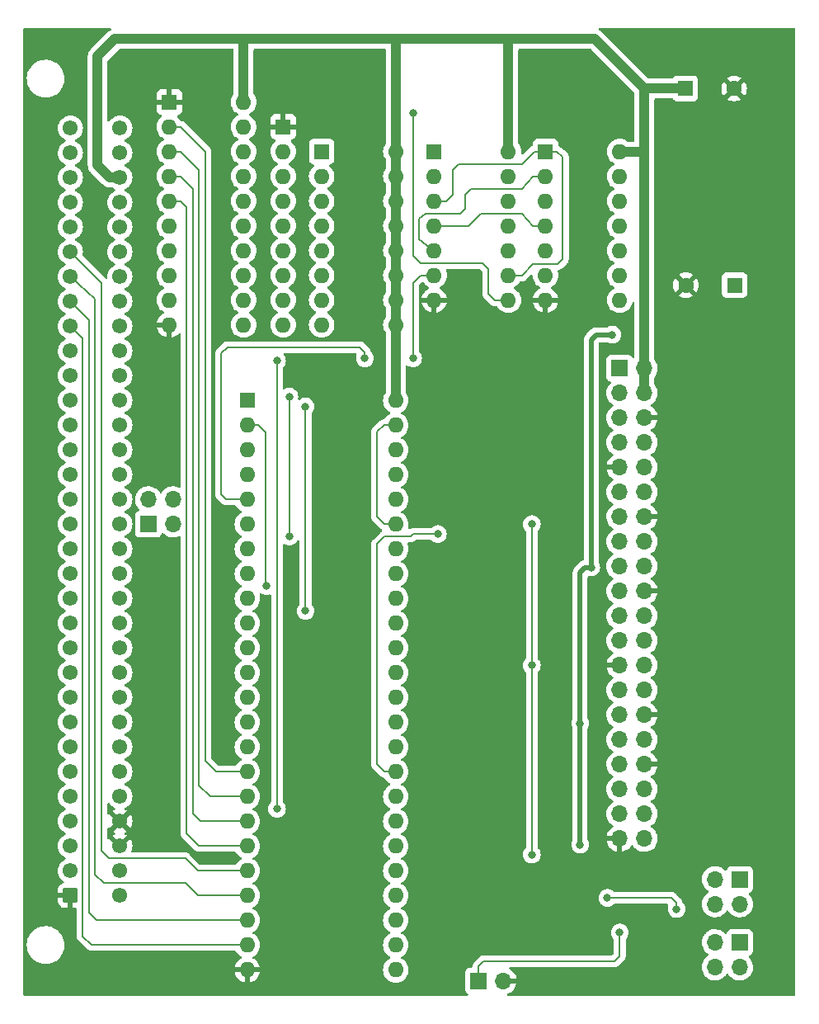
<source format=gbr>
%TF.GenerationSoftware,KiCad,Pcbnew,(6.0.8-1)-1*%
%TF.CreationDate,2023-09-26T17:12:19+03:00*%
%TF.ProjectId,A410_Podule_Ram_RPI,41343130-5f50-46f6-9475-6c655f52616d,rev?*%
%TF.SameCoordinates,Original*%
%TF.FileFunction,Copper,L2,Bot*%
%TF.FilePolarity,Positive*%
%FSLAX46Y46*%
G04 Gerber Fmt 4.6, Leading zero omitted, Abs format (unit mm)*
G04 Created by KiCad (PCBNEW (6.0.8-1)-1) date 2023-09-26 17:12:19*
%MOMM*%
%LPD*%
G01*
G04 APERTURE LIST*
G04 Aperture macros list*
%AMRoundRect*
0 Rectangle with rounded corners*
0 $1 Rounding radius*
0 $2 $3 $4 $5 $6 $7 $8 $9 X,Y pos of 4 corners*
0 Add a 4 corners polygon primitive as box body*
4,1,4,$2,$3,$4,$5,$6,$7,$8,$9,$2,$3,0*
0 Add four circle primitives for the rounded corners*
1,1,$1+$1,$2,$3*
1,1,$1+$1,$4,$5*
1,1,$1+$1,$6,$7*
1,1,$1+$1,$8,$9*
0 Add four rect primitives between the rounded corners*
20,1,$1+$1,$2,$3,$4,$5,0*
20,1,$1+$1,$4,$5,$6,$7,0*
20,1,$1+$1,$6,$7,$8,$9,0*
20,1,$1+$1,$8,$9,$2,$3,0*%
G04 Aperture macros list end*
%TA.AperFunction,NonConductor*%
%ADD10C,0.200000*%
%TD*%
%TA.AperFunction,NonConductor*%
%ADD11C,1.000000*%
%TD*%
%TA.AperFunction,NonConductor*%
%ADD12C,0.500000*%
%TD*%
%TA.AperFunction,ComponentPad*%
%ADD13R,1.600000X1.600000*%
%TD*%
%TA.AperFunction,ComponentPad*%
%ADD14O,1.600000X1.600000*%
%TD*%
%TA.AperFunction,ComponentPad*%
%ADD15R,1.700000X1.700000*%
%TD*%
%TA.AperFunction,ComponentPad*%
%ADD16O,1.700000X1.700000*%
%TD*%
%TA.AperFunction,ComponentPad*%
%ADD17RoundRect,0.249999X0.525001X-0.525001X0.525001X0.525001X-0.525001X0.525001X-0.525001X-0.525001X0*%
%TD*%
%TA.AperFunction,ComponentPad*%
%ADD18C,1.550000*%
%TD*%
%TA.AperFunction,ComponentPad*%
%ADD19C,1.600000*%
%TD*%
%TA.AperFunction,ViaPad*%
%ADD20C,0.800000*%
%TD*%
G04 APERTURE END LIST*
D10*
X106934000Y-90805000D02*
X107696000Y-90043000D01*
X86741000Y-55626000D02*
X87376000Y-56261000D01*
X114046000Y-55626000D02*
X114681000Y-54991000D01*
X118999000Y-65786000D02*
X118364000Y-65151000D01*
X99568000Y-97663000D02*
X99568000Y-76708000D01*
X106934000Y-113411000D02*
X106934000Y-90805000D01*
X122809000Y-103251000D02*
X122809000Y-88773000D01*
X75438000Y-68453000D02*
X76708000Y-69723000D01*
X125984000Y-51054000D02*
X125349000Y-50546000D01*
X111252000Y-59563000D02*
X111252000Y-57404000D01*
D11*
X134366000Y-44069000D02*
X138557000Y-44069000D01*
D10*
X89281000Y-50546000D02*
X89281000Y-113030000D01*
X96647000Y-72009000D02*
X96647000Y-117983000D01*
D12*
X127762000Y-121666000D02*
X127762000Y-109220000D01*
D10*
X76708000Y-62103000D02*
X78613000Y-64008000D01*
X87249000Y-123063000D02*
X79375000Y-123063000D01*
D11*
X134366000Y-75311000D02*
X134366000Y-44069000D01*
D10*
X123063000Y-50546000D02*
X124206000Y-50546000D01*
X117602000Y-56896000D02*
X121793000Y-56896000D01*
D11*
X79502000Y-53213000D02*
X78232000Y-51943000D01*
D10*
X76708000Y-69723000D02*
X76708000Y-131064000D01*
D12*
X127762000Y-93726000D02*
X128270000Y-93218000D01*
D10*
X117348000Y-135636000D02*
X117348000Y-134112000D01*
X110363000Y-90043000D02*
X110617000Y-89789000D01*
D11*
X108839000Y-76073000D02*
X108839000Y-50419000D01*
D10*
X117856000Y-133604000D02*
X131318000Y-133604000D01*
X107696000Y-90043000D02*
X110363000Y-90043000D01*
X112776000Y-60706000D02*
X111252000Y-59563000D01*
X108839000Y-88773000D02*
X107696000Y-88773000D01*
X121793000Y-63246000D02*
X122936000Y-62103000D01*
X122936000Y-62103000D02*
X125476000Y-62103000D01*
X93599000Y-86233000D02*
X91440000Y-86233000D01*
X131826000Y-133096000D02*
X131826000Y-130683000D01*
X111379000Y-61976000D02*
X110617000Y-61214000D01*
X115951000Y-54991000D02*
X116586000Y-54356000D01*
X117729000Y-61976000D02*
X111379000Y-61976000D01*
X78105000Y-129413000D02*
X77343000Y-128651000D01*
D12*
X127762000Y-109220000D02*
X127762000Y-93726000D01*
D10*
X78613000Y-122301000D02*
X78613000Y-64008000D01*
D11*
X108839000Y-50546000D02*
X108839000Y-38989000D01*
D10*
X111252000Y-57404000D02*
X111887000Y-56896000D01*
D11*
X131826000Y-50546000D02*
X134366000Y-50546000D01*
D10*
X85598000Y-53086000D02*
X86741000Y-53086000D01*
X117348000Y-134112000D02*
X117856000Y-133604000D01*
X90932000Y-85725000D02*
X90932000Y-71247000D01*
X87376000Y-56261000D02*
X87376000Y-120523000D01*
X107696000Y-78613000D02*
X106934000Y-79248000D01*
D11*
X93218000Y-45466000D02*
X93218000Y-38989000D01*
D10*
X91440000Y-86233000D02*
X90932000Y-85725000D01*
X93599000Y-126873000D02*
X88519000Y-126873000D01*
X121793000Y-56896000D02*
X122936000Y-58166000D01*
X110617000Y-64008000D02*
X110617000Y-71755000D01*
X88646000Y-121793000D02*
X87376000Y-120523000D01*
X88773000Y-119253000D02*
X88011000Y-118491000D01*
X76708000Y-131064000D02*
X77597000Y-131953000D01*
X78867000Y-125603000D02*
X77978000Y-124714000D01*
X114681000Y-54991000D02*
X114681000Y-52451000D01*
X75438000Y-65913000D02*
X77343000Y-67881500D01*
X97917000Y-90043000D02*
X97917000Y-75692000D01*
X87249000Y-125603000D02*
X78867000Y-125603000D01*
X122936000Y-53086000D02*
X124206000Y-53086000D01*
D11*
X80010000Y-38989000D02*
X129286000Y-38989000D01*
X120396000Y-50546000D02*
X120396000Y-38989000D01*
D10*
X86741000Y-48006000D02*
X89281000Y-50546000D01*
X114681000Y-52451000D02*
X115316000Y-51816000D01*
X93599000Y-78613000D02*
X94742000Y-78613000D01*
X130556000Y-127127000D02*
X137160000Y-127127000D01*
D12*
X128905000Y-69850000D02*
X129413000Y-69342000D01*
D10*
X93599000Y-129413000D02*
X78105000Y-129413000D01*
X115316000Y-51816000D02*
X121793000Y-51816000D01*
X90932000Y-71247000D02*
X91567000Y-70612000D01*
X112776000Y-55626000D02*
X114046000Y-55626000D01*
X125349000Y-50546000D02*
X124206000Y-50546000D01*
X137160000Y-127127000D02*
X137668000Y-127635000D01*
X107696000Y-114173000D02*
X106934000Y-113411000D01*
X116332000Y-58166000D02*
X117602000Y-56896000D01*
D12*
X128270000Y-93218000D02*
X128905000Y-93218000D01*
D10*
X122809000Y-122682000D02*
X122809000Y-103251000D01*
X95504000Y-95123000D02*
X95504000Y-79375000D01*
X93599000Y-124333000D02*
X88519000Y-124333000D01*
D11*
X134366000Y-44069000D02*
X129286000Y-38989000D01*
D10*
X112776000Y-58166000D02*
X116332000Y-58166000D01*
X120396000Y-65786000D02*
X118999000Y-65786000D01*
X115951000Y-56388000D02*
X115951000Y-54991000D01*
X85598000Y-50546000D02*
X86741000Y-50546000D01*
D11*
X80518000Y-53213000D02*
X79502000Y-53213000D01*
D10*
X108839000Y-78613000D02*
X107696000Y-78613000D01*
X105664000Y-71120000D02*
X105664000Y-71755000D01*
X121793000Y-54356000D02*
X122936000Y-53086000D01*
D12*
X131064000Y-69342000D02*
X129413000Y-69342000D01*
D10*
X122936000Y-58166000D02*
X124206000Y-58166000D01*
X77343000Y-128651000D02*
X77343000Y-67881500D01*
X93599000Y-119253000D02*
X88773000Y-119253000D01*
X77978000Y-124714000D02*
X77978000Y-65659000D01*
X93599000Y-121793000D02*
X88646000Y-121793000D01*
X105156000Y-70612000D02*
X105664000Y-71120000D01*
X90424000Y-114173000D02*
X89281000Y-113030000D01*
X88519000Y-124333000D02*
X87249000Y-123063000D01*
X85598000Y-55626000D02*
X86741000Y-55626000D01*
X106934000Y-88011000D02*
X106934000Y-79248000D01*
D12*
X128905000Y-93218000D02*
X128905000Y-69850000D01*
D10*
X93599000Y-116713000D02*
X89789000Y-116713000D01*
X115443000Y-56896000D02*
X115951000Y-56388000D01*
X112776000Y-63246000D02*
X111379000Y-63246000D01*
X110617000Y-89789000D02*
X113157000Y-89789000D01*
X86741000Y-53086000D02*
X88011000Y-54356000D01*
D11*
X78232000Y-40767000D02*
X80010000Y-38989000D01*
D10*
X131318000Y-133604000D02*
X131826000Y-133096000D01*
X89789000Y-116713000D02*
X88646000Y-115570000D01*
X88519000Y-126873000D02*
X87249000Y-125603000D01*
X111887000Y-56896000D02*
X115443000Y-56896000D01*
X137668000Y-127635000D02*
X137668000Y-128270000D01*
X85598000Y-48006000D02*
X86741000Y-48006000D01*
X88011000Y-54356000D02*
X88011000Y-118491000D01*
X91567000Y-70612000D02*
X105156000Y-70612000D01*
X108839000Y-114173000D02*
X107696000Y-114173000D01*
X93599000Y-131953000D02*
X77597000Y-131953000D01*
X111379000Y-63246000D02*
X110617000Y-64008000D01*
D11*
X78232000Y-51943000D02*
X78232000Y-40894000D01*
D10*
X79375000Y-123063000D02*
X78613000Y-122301000D01*
X116586000Y-54356000D02*
X121793000Y-54356000D01*
X121793000Y-51816000D02*
X123063000Y-50546000D01*
X120396000Y-63246000D02*
X121793000Y-63246000D01*
X118364000Y-65151000D02*
X118364000Y-62611000D01*
X107696000Y-88773000D02*
X106934000Y-88011000D01*
X75438000Y-63373000D02*
X77978000Y-65659000D01*
X93599000Y-114173000D02*
X90424000Y-114173000D01*
X75438000Y-60833000D02*
X76708000Y-62103000D01*
X88646000Y-52451000D02*
X88646000Y-115570000D01*
X110617000Y-61214000D02*
X110617000Y-46609000D01*
X86741000Y-50546000D02*
X88646000Y-52451000D01*
X118364000Y-62611000D02*
X117729000Y-61976000D01*
X125476000Y-62103000D02*
X125984000Y-61595000D01*
X94742000Y-78613000D02*
X95504000Y-79375000D01*
X125984000Y-61595000D02*
X125984000Y-51054000D01*
D13*
%TO.P,U2,1*%
%TO.N,{slash}PS*%
X112786000Y-50541000D03*
D14*
%TO.P,U2,2*%
%TO.N,LA13*%
X112786000Y-53081000D03*
%TO.P,U2,3*%
%TO.N,Net-(U2-Pad3)*%
X112786000Y-55621000D03*
%TO.P,U2,4*%
%TO.N,Net-(U2-Pad4)*%
X112786000Y-58161000D03*
%TO.P,U2,5*%
%TO.N,Net-(U2-Pad5)*%
X112786000Y-60701000D03*
%TO.P,U2,6*%
%TO.N,Net-(U2-Pad6)*%
X112786000Y-63241000D03*
%TO.P,U2,7,GND*%
%TO.N,GND*%
X112786000Y-65781000D03*
%TO.P,U2,8*%
%TO.N,Net-(U1-Pad19)*%
X120406000Y-65781000D03*
%TO.P,U2,9*%
%TO.N,Net-(U2-Pad3)*%
X120406000Y-63241000D03*
%TO.P,U2,10*%
%TO.N,{slash}RD*%
X120406000Y-60701000D03*
%TO.P,U2,11*%
%TO.N,N/C*%
X120406000Y-58161000D03*
%TO.P,U2,12*%
X120406000Y-55621000D03*
%TO.P,U2,13*%
X120406000Y-53081000D03*
%TO.P,U2,14,VCC*%
%TO.N,+5V*%
X120406000Y-50541000D03*
%TD*%
D15*
%TO.P,J2,1,Pin_1*%
%TO.N,+3.3V*%
X131821000Y-72776000D03*
D16*
%TO.P,J2,2,Pin_2*%
%TO.N,+5V*%
X134361000Y-72776000D03*
%TO.P,J2,3,Pin_3*%
%TO.N,I2C_DATA*%
X131821000Y-75316000D03*
%TO.P,J2,4,Pin_4*%
%TO.N,+5V*%
X134361000Y-75316000D03*
%TO.P,J2,5,Pin_5*%
%TO.N,I2C_CLK*%
X131821000Y-77856000D03*
%TO.P,J2,6,Pin_6*%
%TO.N,GND*%
X134361000Y-77856000D03*
%TO.P,J2,7,Pin_7*%
%TO.N,R_R{slash}W*%
X131821000Y-80396000D03*
%TO.P,J2,8,Pin_8*%
%TO.N,SerTX*%
X134361000Y-80396000D03*
%TO.P,J2,9,Pin_9*%
%TO.N,GND*%
X131821000Y-82936000D03*
%TO.P,J2,10,Pin_10*%
%TO.N,SerRX*%
X134361000Y-82936000D03*
%TO.P,J2,11,Pin_11*%
%TO.N,R_BSY*%
X131821000Y-85476000D03*
%TO.P,J2,12,Pin_12*%
%TO.N,INT_R*%
X134361000Y-85476000D03*
%TO.P,J2,13,Pin_13*%
%TO.N,R_OE*%
X131821000Y-88016000D03*
%TO.P,J2,14,Pin_14*%
%TO.N,GND*%
X134361000Y-88016000D03*
%TO.P,J2,15,Pin_15*%
%TO.N,RA8*%
X131821000Y-90556000D03*
%TO.P,J2,16,Pin_16*%
%TO.N,RA9*%
X134361000Y-90556000D03*
%TO.P,J2,17,Pin_17*%
%TO.N,unconnected-(J2-Pad17)*%
X131821000Y-93096000D03*
%TO.P,J2,18,Pin_18*%
%TO.N,RA0*%
X134361000Y-93096000D03*
%TO.P,J2,19,Pin_19*%
%TO.N,RA1*%
X131821000Y-95636000D03*
%TO.P,J2,20,Pin_20*%
%TO.N,GND*%
X134361000Y-95636000D03*
%TO.P,J2,21,Pin_21*%
%TO.N,RA3*%
X131821000Y-98176000D03*
%TO.P,J2,22,Pin_22*%
%TO.N,RA2*%
X134361000Y-98176000D03*
%TO.P,J2,23,Pin_23*%
%TO.N,RA5*%
X131821000Y-100716000D03*
%TO.P,J2,24,Pin_24*%
%TO.N,RA4*%
X134361000Y-100716000D03*
%TO.P,J2,25,Pin_25*%
%TO.N,GND*%
X131821000Y-103256000D03*
%TO.P,J2,26,Pin_26*%
%TO.N,RA6*%
X134361000Y-103256000D03*
%TO.P,J2,27,Pin_27*%
%TO.N,ID_DATA*%
X131821000Y-105796000D03*
%TO.P,J2,28,Pin_28*%
%TO.N,ID_CLK*%
X134361000Y-105796000D03*
%TO.P,J2,29,Pin_29*%
%TO.N,RA7*%
X131821000Y-108336000D03*
%TO.P,J2,30,Pin_30*%
%TO.N,GND*%
X134361000Y-108336000D03*
%TO.P,J2,31,Pin_31*%
%TO.N,RD1*%
X131821000Y-110876000D03*
%TO.P,J2,32,Pin_32*%
%TO.N,RD0*%
X134361000Y-110876000D03*
%TO.P,J2,33,Pin_33*%
%TO.N,RD2*%
X131821000Y-113416000D03*
%TO.P,J2,34,Pin_34*%
%TO.N,GND*%
X134361000Y-113416000D03*
%TO.P,J2,35,Pin_35*%
%TO.N,RD4*%
X131821000Y-115956000D03*
%TO.P,J2,36,Pin_36*%
%TO.N,RD3*%
X134361000Y-115956000D03*
%TO.P,J2,37,Pin_37*%
%TO.N,RD6*%
X131821000Y-118496000D03*
%TO.P,J2,38,Pin_38*%
%TO.N,RD5*%
X134361000Y-118496000D03*
%TO.P,J2,39,Pin_39*%
%TO.N,GND*%
X131821000Y-121036000D03*
%TO.P,J2,40,Pin_40*%
%TO.N,RD7*%
X134361000Y-121036000D03*
%TD*%
D13*
%TO.P,SW1,1*%
%TO.N,Net-(RN1-Pad2)*%
X101229000Y-50536000D03*
D14*
%TO.P,SW1,2*%
%TO.N,Net-(RN1-Pad3)*%
X101229000Y-53076000D03*
%TO.P,SW1,3*%
%TO.N,Net-(RN1-Pad4)*%
X101229000Y-55616000D03*
%TO.P,SW1,4*%
%TO.N,Net-(RN1-Pad5)*%
X101229000Y-58156000D03*
%TO.P,SW1,5*%
%TO.N,Net-(RN1-Pad6)*%
X101229000Y-60696000D03*
%TO.P,SW1,6*%
%TO.N,Net-(RN1-Pad7)*%
X101229000Y-63236000D03*
%TO.P,SW1,7*%
%TO.N,Net-(RN1-Pad8)*%
X101229000Y-65776000D03*
%TO.P,SW1,8*%
%TO.N,Net-(RN1-Pad9)*%
X101229000Y-68316000D03*
%TO.P,SW1,9*%
%TO.N,+5V*%
X108849000Y-68316000D03*
%TO.P,SW1,10*%
X108849000Y-65776000D03*
%TO.P,SW1,11*%
X108849000Y-63236000D03*
%TO.P,SW1,12*%
X108849000Y-60696000D03*
%TO.P,SW1,13*%
X108849000Y-58156000D03*
%TO.P,SW1,14*%
X108849000Y-55616000D03*
%TO.P,SW1,15*%
X108849000Y-53076000D03*
%TO.P,SW1,16*%
X108849000Y-50536000D03*
%TD*%
D17*
%TO.P,J1,a1,Pin_a1*%
%TO.N,GND*%
X75438000Y-126873000D03*
D18*
%TO.P,J1,a2,Pin_a2*%
%TO.N,unconnected-(J1-Pada2)*%
X75438000Y-124333000D03*
%TO.P,J1,a3,Pin_a3*%
%TO.N,unconnected-(J1-Pada3)*%
X75438000Y-121793000D03*
%TO.P,J1,a4,Pin_a4*%
%TO.N,LA13*%
X75438000Y-119253000D03*
%TO.P,J1,a5,Pin_a5*%
%TO.N,LA12*%
X75438000Y-116713000D03*
%TO.P,J1,a6,Pin_a6*%
%TO.N,LA11*%
X75438000Y-114173000D03*
%TO.P,J1,a7,Pin_a7*%
%TO.N,LA10*%
X75438000Y-111633000D03*
%TO.P,J1,a8,Pin_a8*%
%TO.N,LA09*%
X75438000Y-109093000D03*
%TO.P,J1,a9,Pin_a9*%
%TO.N,LA08*%
X75438000Y-106553000D03*
%TO.P,J1,a10,Pin_a10*%
%TO.N,LA07*%
X75438000Y-104013000D03*
%TO.P,J1,a11,Pin_a11*%
%TO.N,LA06*%
X75438000Y-101473000D03*
%TO.P,J1,a12,Pin_a12*%
%TO.N,LA05*%
X75438000Y-98933000D03*
%TO.P,J1,a13,Pin_a13*%
%TO.N,LA04*%
X75438000Y-96393000D03*
%TO.P,J1,a14,Pin_a14*%
%TO.N,LA03*%
X75438000Y-93853000D03*
%TO.P,J1,a15,Pin_a15*%
%TO.N,LA02*%
X75438000Y-91313000D03*
%TO.P,J1,a16,Pin_a16*%
%TO.N,unconnected-(J1-Pada16)*%
X75438000Y-88773000D03*
%TO.P,J1,a17,Pin_a17*%
%TO.N,unconnected-(J1-Pada17)*%
X75438000Y-86233000D03*
%TO.P,J1,a18,Pin_a18*%
%TO.N,unconnected-(J1-Pada18)*%
X75438000Y-83693000D03*
%TO.P,J1,a19,Pin_a19*%
%TO.N,unconnected-(J1-Pada19)*%
X75438000Y-81153000D03*
%TO.P,J1,a20,Pin_a20*%
%TO.N,unconnected-(J1-Pada20)*%
X75438000Y-78613000D03*
%TO.P,J1,a21,Pin_a21*%
%TO.N,unconnected-(J1-Pada21)*%
X75438000Y-76073000D03*
%TO.P,J1,a22,Pin_a22*%
%TO.N,unconnected-(J1-Pada22)*%
X75438000Y-73533000D03*
%TO.P,J1,a23,Pin_a23*%
%TO.N,unconnected-(J1-Pada23)*%
X75438000Y-70993000D03*
%TO.P,J1,a24,Pin_a24*%
%TO.N,BD7*%
X75438000Y-68453000D03*
%TO.P,J1,a25,Pin_a25*%
%TO.N,BD6*%
X75438000Y-65913000D03*
%TO.P,J1,a26,Pin_a26*%
%TO.N,BD5*%
X75438000Y-63373000D03*
%TO.P,J1,a27,Pin_a27*%
%TO.N,BD4*%
X75438000Y-60833000D03*
%TO.P,J1,a28,Pin_a28*%
%TO.N,BD3*%
X75438000Y-58293000D03*
%TO.P,J1,a29,Pin_a29*%
%TO.N,BD2*%
X75438000Y-55753000D03*
%TO.P,J1,a30,Pin_a30*%
%TO.N,BD1*%
X75438000Y-53213000D03*
%TO.P,J1,a31,Pin_a31*%
%TO.N,BD0*%
X75438000Y-50673000D03*
%TO.P,J1,a32,Pin_a32*%
%TO.N,unconnected-(J1-Pada32)*%
X75438000Y-48133000D03*
%TO.P,J1,c1,Pin_c1*%
%TO.N,unconnected-(J1-Padc1)*%
X80518000Y-126873000D03*
%TO.P,J1,c2,Pin_c2*%
%TO.N,unconnected-(J1-Padc2)*%
X80518000Y-124333000D03*
%TO.P,J1,c3,Pin_c3*%
%TO.N,GND*%
X80518000Y-121793000D03*
%TO.P,J1,c4,Pin_c4*%
X80518000Y-119253000D03*
%TO.P,J1,c5,Pin_c5*%
%TO.N,unconnected-(J1-Padc5)*%
X80518000Y-116713000D03*
%TO.P,J1,c6,Pin_c6*%
%TO.N,{slash}MS*%
X80518000Y-114173000D03*
%TO.P,J1,c7,Pin_c7*%
%TO.N,unconnected-(J1-Padc7)*%
X80518000Y-111633000D03*
%TO.P,J1,c8,Pin_c8*%
%TO.N,unconnected-(J1-Padc8)*%
X80518000Y-109093000D03*
%TO.P,J1,c9,Pin_c9*%
%TO.N,unconnected-(J1-Padc9)*%
X80518000Y-106553000D03*
%TO.P,J1,c10,Pin_c10*%
%TO.N,unconnected-(J1-Padc10)*%
X80518000Y-104013000D03*
%TO.P,J1,c11,Pin_c11*%
%TO.N,unconnected-(J1-Padc11)*%
X80518000Y-101473000D03*
%TO.P,J1,c12,Pin_c12*%
%TO.N,{slash}RST*%
X80518000Y-98933000D03*
%TO.P,J1,c13,Pin_c13*%
%TO.N,PR{slash}W*%
X80518000Y-96393000D03*
%TO.P,J1,c14,Pin_c14*%
%TO.N,{slash}WR*%
X80518000Y-93853000D03*
%TO.P,J1,c15,Pin_c15*%
%TO.N,{slash}RD*%
X80518000Y-91313000D03*
%TO.P,J1,c16,Pin_c16*%
%TO.N,{slash}PIRQ*%
X80518000Y-88773000D03*
%TO.P,J1,c17,Pin_c17*%
%TO.N,{slash}PIFQ*%
X80518000Y-86233000D03*
%TO.P,J1,c18,Pin_c18*%
%TO.N,unconnected-(J1-Padc18)*%
X80518000Y-83693000D03*
%TO.P,J1,c19,Pin_c19*%
%TO.N,I2C_C*%
X80518000Y-81153000D03*
%TO.P,J1,c20,Pin_c20*%
%TO.N,I2C_D*%
X80518000Y-78613000D03*
%TO.P,J1,c21,Pin_c21*%
%TO.N,{slash}EXTPS*%
X80518000Y-76073000D03*
%TO.P,J1,c22,Pin_c22*%
%TO.N,{slash}PS*%
X80518000Y-73533000D03*
%TO.P,J1,c23,Pin_c23*%
%TO.N,{slash}IOGT*%
X80518000Y-70993000D03*
%TO.P,J1,c24,Pin_c24*%
%TO.N,{slash}IORQ*%
X80518000Y-68453000D03*
%TO.P,J1,c25,Pin_c25*%
%TO.N,{slash}BL*%
X80518000Y-65913000D03*
%TO.P,J1,c26,Pin_c26*%
%TO.N,unconnected-(J1-Padc26)*%
X80518000Y-63373000D03*
%TO.P,J1,c27,Pin_c27*%
%TO.N,CLK2*%
X80518000Y-60833000D03*
%TO.P,J1,c28,Pin_c28*%
%TO.N,CLK8*%
X80518000Y-58293000D03*
%TO.P,J1,c29,Pin_c29*%
%TO.N,REF8M*%
X80518000Y-55753000D03*
%TO.P,J1,c30,Pin_c30*%
%TO.N,+5V*%
X80518000Y-53213000D03*
%TO.P,J1,c31,Pin_c31*%
%TO.N,unconnected-(J1-Padc31)*%
X80518000Y-50673000D03*
%TO.P,J1,c32,Pin_c32*%
%TO.N,unconnected-(J1-Padc32)*%
X80518000Y-48133000D03*
%TD*%
D15*
%TO.P,INT1,1,Pin_1*%
%TO.N,{slash}PIRQ*%
X83434000Y-88778000D03*
D16*
%TO.P,INT1,2,Pin_2*%
%TO.N,{slash}PFIQ*%
X83434000Y-86238000D03*
%TO.P,INT1,3,Pin_3*%
%TO.N,Net-(INT1-Pad3)*%
X85974000Y-88778000D03*
%TO.P,INT1,4,Pin_4*%
X85974000Y-86238000D03*
%TD*%
D13*
%TO.P,CP2,1*%
%TO.N,+3.3V*%
X143626651Y-64262000D03*
D19*
%TO.P,CP2,2*%
%TO.N,GND*%
X138626651Y-64262000D03*
%TD*%
D13*
%TO.P,U4,1*%
%TO.N,Net-(U2-Pad3)*%
X124206000Y-50546000D03*
D14*
%TO.P,U4,2*%
%TO.N,Net-(U2-Pad5)*%
X124206000Y-53086000D03*
%TO.P,U4,3*%
%TO.N,{slash}RST*%
X124206000Y-55626000D03*
%TO.P,U4,4*%
%TO.N,Net-(U2-Pad4)*%
X124206000Y-58166000D03*
%TO.P,U4,5*%
%TO.N,N/C*%
X124206000Y-60706000D03*
%TO.P,U4,6*%
X124206000Y-63246000D03*
%TO.P,U4,7,GND*%
%TO.N,GND*%
X124206000Y-65786000D03*
%TO.P,U4,8*%
%TO.N,N/C*%
X131826000Y-65786000D03*
%TO.P,U4,9*%
X131826000Y-63246000D03*
%TO.P,U4,10*%
X131826000Y-60706000D03*
%TO.P,U4,11*%
X131826000Y-58166000D03*
%TO.P,U4,12*%
X131826000Y-55626000D03*
%TO.P,U4,13*%
X131826000Y-53086000D03*
%TO.P,U4,14,VCC*%
%TO.N,+5V*%
X131826000Y-50546000D03*
%TD*%
D13*
%TO.P,RN1,1,common*%
%TO.N,GND*%
X97282000Y-47991000D03*
D14*
%TO.P,RN1,2,R1*%
%TO.N,Net-(RN1-Pad2)*%
X97282000Y-50531000D03*
%TO.P,RN1,3,R2*%
%TO.N,Net-(RN1-Pad3)*%
X97282000Y-53071000D03*
%TO.P,RN1,4,R3*%
%TO.N,Net-(RN1-Pad4)*%
X97282000Y-55611000D03*
%TO.P,RN1,5,R4*%
%TO.N,Net-(RN1-Pad5)*%
X97282000Y-58151000D03*
%TO.P,RN1,6,R5*%
%TO.N,Net-(RN1-Pad6)*%
X97282000Y-60691000D03*
%TO.P,RN1,7,R6*%
%TO.N,Net-(RN1-Pad7)*%
X97282000Y-63231000D03*
%TO.P,RN1,8,R7*%
%TO.N,Net-(RN1-Pad8)*%
X97282000Y-65771000D03*
%TO.P,RN1,9,R8*%
%TO.N,Net-(RN1-Pad9)*%
X97282000Y-68311000D03*
%TD*%
D15*
%TO.P,Prgm1,1,Pin_1*%
%TO.N,Net-(Prgm1-Pad1)*%
X117343000Y-135636000D03*
D16*
%TO.P,Prgm1,2,Pin_2*%
%TO.N,GND*%
X119883000Y-135636000D03*
%TD*%
D13*
%TO.P,U3,1,/CEL*%
%TO.N,{slash}PS*%
X93594000Y-76083000D03*
D14*
%TO.P,U3,2,R/WL*%
%TO.N,PR{slash}W*%
X93594000Y-78623000D03*
%TO.P,U3,3,/BSYL*%
%TO.N,unconnected-(U3-Pad3)*%
X93594000Y-81163000D03*
%TO.P,U3,4,A10L*%
%TO.N,Net-(INT1-Pad3)*%
X93594000Y-83703000D03*
%TO.P,U3,5,/OEL*%
%TO.N,Net-(U2-Pad6)*%
X93594000Y-86243000D03*
%TO.P,U3,6,A0L*%
%TO.N,LA02*%
X93594000Y-88783000D03*
%TO.P,U3,7,A1L*%
%TO.N,LA03*%
X93594000Y-91323000D03*
%TO.P,U3,8,A2L*%
%TO.N,LA04*%
X93594000Y-93863000D03*
%TO.P,U3,9,A3L*%
%TO.N,LA05*%
X93594000Y-96403000D03*
%TO.P,U3,10,A4L*%
%TO.N,LA06*%
X93594000Y-98943000D03*
%TO.P,U3,11,A5L*%
%TO.N,LA07*%
X93594000Y-101483000D03*
%TO.P,U3,12,A6L*%
%TO.N,LA08*%
X93594000Y-104023000D03*
%TO.P,U3,13,A7L*%
%TO.N,LA09*%
X93594000Y-106563000D03*
%TO.P,U3,14,A8L*%
%TO.N,LA10*%
X93594000Y-109103000D03*
%TO.P,U3,15,A9L*%
%TO.N,LA11*%
X93594000Y-111643000D03*
%TO.P,U3,16,I/O0L*%
%TO.N,BD0*%
X93594000Y-114183000D03*
%TO.P,U3,17,I/O1L*%
%TO.N,BD1*%
X93594000Y-116723000D03*
%TO.P,U3,18,I/O2L*%
%TO.N,BD2*%
X93594000Y-119263000D03*
%TO.P,U3,19,I/O3L*%
%TO.N,BD3*%
X93594000Y-121803000D03*
%TO.P,U3,20,I/O4L*%
%TO.N,BD4*%
X93594000Y-124343000D03*
%TO.P,U3,21,I/O5L*%
%TO.N,BD5*%
X93594000Y-126883000D03*
%TO.P,U3,22,I/O6L*%
%TO.N,BD6*%
X93594000Y-129423000D03*
%TO.P,U3,23,I/O7L*%
%TO.N,BD7*%
X93594000Y-131963000D03*
%TO.P,U3,24,GND*%
%TO.N,GND*%
X93594000Y-134503000D03*
%TO.P,U3,25,I/O0R*%
%TO.N,DR7*%
X108834000Y-134503000D03*
%TO.P,U3,26,I/O1R*%
%TO.N,DR6*%
X108834000Y-131963000D03*
%TO.P,U3,27,I/O2R*%
%TO.N,DR5*%
X108834000Y-129423000D03*
%TO.P,U3,28,I/O3R*%
%TO.N,DR4*%
X108834000Y-126883000D03*
%TO.P,U3,29,I/O4R*%
%TO.N,DR3*%
X108834000Y-124343000D03*
%TO.P,U3,30,I/O5R*%
%TO.N,DR2*%
X108834000Y-121803000D03*
%TO.P,U3,31,I/O6R*%
%TO.N,DR1*%
X108834000Y-119263000D03*
%TO.P,U3,32,I/O7R*%
%TO.N,DR0*%
X108834000Y-116723000D03*
%TO.P,U3,33,A9R*%
%TO.N,AR9*%
X108834000Y-114183000D03*
%TO.P,U3,34,A8R*%
%TO.N,AR8*%
X108834000Y-111643000D03*
%TO.P,U3,35,A7R*%
%TO.N,AR7*%
X108834000Y-109103000D03*
%TO.P,U3,36,A6R*%
%TO.N,AR6*%
X108834000Y-106563000D03*
%TO.P,U3,37,A5R*%
%TO.N,AR5*%
X108834000Y-104023000D03*
%TO.P,U3,38,A4R*%
%TO.N,AR4*%
X108834000Y-101483000D03*
%TO.P,U3,39,A3R*%
%TO.N,AR3*%
X108834000Y-98943000D03*
%TO.P,U3,40,A2R*%
%TO.N,AR2*%
X108834000Y-96403000D03*
%TO.P,U3,41,A1R*%
%TO.N,AR1*%
X108834000Y-93863000D03*
%TO.P,U3,42,A0R*%
%TO.N,AR0*%
X108834000Y-91323000D03*
%TO.P,U3,43,/OER*%
%TO.N,OE_R*%
X108834000Y-88783000D03*
%TO.P,U3,44,A10R*%
%TO.N,{slash}R_INT*%
X108834000Y-86243000D03*
%TO.P,U3,45,/BSYR*%
%TO.N,BSY_R*%
X108834000Y-83703000D03*
%TO.P,U3,46,R/WR*%
%TO.N,RRW*%
X108834000Y-81163000D03*
%TO.P,U3,47,/CER*%
%TO.N,OE_R*%
X108834000Y-78623000D03*
%TO.P,U3,48,VCC*%
%TO.N,+5V*%
X108834000Y-76083000D03*
%TD*%
D15*
%TO.P,HAT1,1,Pin_1*%
%TO.N,ID_DATA*%
X144150000Y-125217000D03*
D16*
%TO.P,HAT1,2,Pin_2*%
%TO.N,Net-(ARM1-Pad1)*%
X144150000Y-127757000D03*
%TO.P,HAT1,3,Pin_3*%
%TO.N,ID_CLK*%
X141610000Y-125217000D03*
%TO.P,HAT1,4,Pin_4*%
%TO.N,Net-(ARM1-Pad3)*%
X141610000Y-127757000D03*
%TD*%
D15*
%TO.P,ARM1,1,Pin_1*%
%TO.N,Net-(ARM1-Pad1)*%
X144150000Y-131694000D03*
D16*
%TO.P,ARM1,2,Pin_2*%
%TO.N,I2C_DATA*%
X144150000Y-134234000D03*
%TO.P,ARM1,3,Pin_3*%
%TO.N,Net-(ARM1-Pad3)*%
X141610000Y-131694000D03*
%TO.P,ARM1,4,Pin_4*%
%TO.N,I2C_CLK*%
X141610000Y-134234000D03*
%TD*%
D13*
%TO.P,U1,1,A->B*%
%TO.N,GND*%
X85598000Y-45466000D03*
D14*
%TO.P,U1,2,A0*%
%TO.N,BD0*%
X85598000Y-48006000D03*
%TO.P,U1,3,A1*%
%TO.N,BD1*%
X85598000Y-50546000D03*
%TO.P,U1,4,A2*%
%TO.N,BD2*%
X85598000Y-53086000D03*
%TO.P,U1,5,A3*%
%TO.N,BD3*%
X85598000Y-55626000D03*
%TO.P,U1,6,A4*%
%TO.N,BD4*%
X85598000Y-58166000D03*
%TO.P,U1,7,A5*%
%TO.N,BD5*%
X85598000Y-60706000D03*
%TO.P,U1,8,A6*%
%TO.N,BD6*%
X85598000Y-63246000D03*
%TO.P,U1,9,A7*%
%TO.N,BD7*%
X85598000Y-65786000D03*
%TO.P,U1,10,GND*%
%TO.N,GND*%
X85598000Y-68326000D03*
%TO.P,U1,11,B7*%
%TO.N,Net-(RN1-Pad9)*%
X93218000Y-68326000D03*
%TO.P,U1,12,B6*%
%TO.N,Net-(RN1-Pad8)*%
X93218000Y-65786000D03*
%TO.P,U1,13,B5*%
%TO.N,Net-(RN1-Pad7)*%
X93218000Y-63246000D03*
%TO.P,U1,14,B4*%
%TO.N,Net-(RN1-Pad6)*%
X93218000Y-60706000D03*
%TO.P,U1,15,B3*%
%TO.N,Net-(RN1-Pad5)*%
X93218000Y-58166000D03*
%TO.P,U1,16,B2*%
%TO.N,Net-(RN1-Pad4)*%
X93218000Y-55626000D03*
%TO.P,U1,17,B1*%
%TO.N,Net-(RN1-Pad3)*%
X93218000Y-53086000D03*
%TO.P,U1,18,B0*%
%TO.N,Net-(RN1-Pad2)*%
X93218000Y-50546000D03*
%TO.P,U1,19,CE*%
%TO.N,Net-(U1-Pad19)*%
X93218000Y-48006000D03*
%TO.P,U1,20,VCC*%
%TO.N,+5V*%
X93218000Y-45466000D03*
%TD*%
D13*
%TO.P,CP1,1*%
%TO.N,+5V*%
X138567349Y-44069000D03*
D19*
%TO.P,CP1,2*%
%TO.N,GND*%
X143567349Y-44069000D03*
%TD*%
D20*
%TO.N,*%
X99568000Y-97663000D03*
X97917000Y-90043000D03*
X113157000Y-89789000D03*
X122809000Y-103251000D03*
X108839000Y-72771000D03*
X105664000Y-71755000D03*
X122809000Y-88773000D03*
X131826000Y-130683000D03*
X97917000Y-75692000D03*
X95568500Y-95123000D03*
X122809000Y-122682000D03*
X96647000Y-72009000D03*
X110617000Y-71755000D03*
X110617000Y-46609000D03*
X99568000Y-76708000D03*
X96647000Y-117983000D03*
%TO.N,+3.3V*%
X131064000Y-69342000D03*
X127762000Y-121666000D03*
X128905000Y-93218000D03*
X130556000Y-127127000D03*
X127762000Y-109220000D03*
X137668000Y-128270000D03*
%TO.N,GND*%
X98044000Y-72771000D03*
%TO.N,+5V*%
X93218000Y-41910000D03*
%TD*%
%TA.AperFunction,Conductor*%
%TO.N,GND*%
G36*
X79573240Y-37866502D02*
G01*
X79619733Y-37920158D01*
X79629837Y-37990432D01*
X79600343Y-38055012D01*
X79564269Y-38083753D01*
X79541738Y-38095732D01*
X79540574Y-38096343D01*
X79463547Y-38136271D01*
X79458074Y-38139108D01*
X79453911Y-38142431D01*
X79449204Y-38144934D01*
X79444429Y-38148828D01*
X79444428Y-38148829D01*
X79377102Y-38203739D01*
X79376075Y-38204567D01*
X79339792Y-38233531D01*
X79339787Y-38233536D01*
X79337028Y-38235738D01*
X79334527Y-38238239D01*
X79333809Y-38238881D01*
X79329461Y-38242594D01*
X79295938Y-38269935D01*
X79292015Y-38274677D01*
X79292013Y-38274679D01*
X79266703Y-38305273D01*
X79258713Y-38314053D01*
X77483691Y-40089075D01*
X77389897Y-40203261D01*
X77296438Y-40377563D01*
X77238613Y-40566698D01*
X77218626Y-40763462D01*
X77219206Y-40769593D01*
X77223512Y-40815151D01*
X77223872Y-40833906D01*
X77223500Y-40837227D01*
X77223500Y-51881157D01*
X77222763Y-51894764D01*
X77220544Y-51915195D01*
X77218676Y-51932388D01*
X77220360Y-51951634D01*
X77223050Y-51982388D01*
X77223379Y-51987214D01*
X77223500Y-51989686D01*
X77223500Y-51992769D01*
X77223801Y-51995837D01*
X77227690Y-52035506D01*
X77227812Y-52036819D01*
X77230550Y-52068108D01*
X77235913Y-52129413D01*
X77237400Y-52134532D01*
X77237920Y-52139833D01*
X77264791Y-52228834D01*
X77265126Y-52229967D01*
X77283193Y-52292150D01*
X77291091Y-52319336D01*
X77293544Y-52324068D01*
X77295084Y-52329169D01*
X77297978Y-52334612D01*
X77338731Y-52411260D01*
X77339343Y-52412426D01*
X77361056Y-52454314D01*
X77382108Y-52494926D01*
X77385431Y-52499089D01*
X77387934Y-52503796D01*
X77446755Y-52575918D01*
X77447446Y-52576774D01*
X77478738Y-52615973D01*
X77481242Y-52618477D01*
X77481884Y-52619195D01*
X77485585Y-52623528D01*
X77512935Y-52657062D01*
X77517682Y-52660989D01*
X77517684Y-52660991D01*
X77548262Y-52686287D01*
X77557042Y-52694277D01*
X78745145Y-53882379D01*
X78754247Y-53892522D01*
X78777968Y-53922025D01*
X78816456Y-53954320D01*
X78820075Y-53957478D01*
X78821890Y-53959124D01*
X78824075Y-53961309D01*
X78826455Y-53963264D01*
X78826465Y-53963273D01*
X78857236Y-53988549D01*
X78858251Y-53989391D01*
X78929474Y-54049154D01*
X78934148Y-54051723D01*
X78938261Y-54055102D01*
X79013337Y-54095357D01*
X79020047Y-54098955D01*
X79021177Y-54099568D01*
X79102787Y-54144433D01*
X79107869Y-54146045D01*
X79112563Y-54148562D01*
X79201531Y-54175762D01*
X79202559Y-54176082D01*
X79291306Y-54204235D01*
X79296602Y-54204829D01*
X79301698Y-54206387D01*
X79394257Y-54215790D01*
X79395393Y-54215911D01*
X79429008Y-54219681D01*
X79441730Y-54221108D01*
X79441734Y-54221108D01*
X79445227Y-54221500D01*
X79448754Y-54221500D01*
X79449739Y-54221555D01*
X79455419Y-54222002D01*
X79484825Y-54224989D01*
X79492337Y-54225752D01*
X79492339Y-54225752D01*
X79498462Y-54226374D01*
X79544108Y-54222059D01*
X79555967Y-54221500D01*
X79680845Y-54221500D01*
X79753116Y-54244287D01*
X79873798Y-54328790D01*
X79878780Y-54331113D01*
X79878785Y-54331116D01*
X79959611Y-54368805D01*
X80012896Y-54415722D01*
X80032357Y-54483999D01*
X80011815Y-54551959D01*
X79959611Y-54597195D01*
X79878786Y-54634884D01*
X79878781Y-54634887D01*
X79873799Y-54637210D01*
X79869292Y-54640366D01*
X79869290Y-54640367D01*
X79694342Y-54762867D01*
X79694339Y-54762869D01*
X79689831Y-54766026D01*
X79531026Y-54924831D01*
X79527869Y-54929339D01*
X79527867Y-54929342D01*
X79412239Y-55094476D01*
X79402210Y-55108799D01*
X79399887Y-55113781D01*
X79399884Y-55113786D01*
X79344786Y-55231944D01*
X79307297Y-55312340D01*
X79305875Y-55317648D01*
X79305874Y-55317650D01*
X79276587Y-55426951D01*
X79249171Y-55529271D01*
X79229597Y-55753000D01*
X79249171Y-55976729D01*
X79250595Y-55982042D01*
X79250595Y-55982044D01*
X79301723Y-56172856D01*
X79307297Y-56193660D01*
X79309619Y-56198641D01*
X79309620Y-56198642D01*
X79399884Y-56392214D01*
X79399887Y-56392219D01*
X79402210Y-56397201D01*
X79405366Y-56401708D01*
X79405367Y-56401710D01*
X79506996Y-56546850D01*
X79531026Y-56581169D01*
X79689831Y-56739974D01*
X79694340Y-56743131D01*
X79694342Y-56743133D01*
X79723462Y-56763523D01*
X79873798Y-56868790D01*
X79878780Y-56871113D01*
X79878785Y-56871116D01*
X79959611Y-56908805D01*
X80012896Y-56955722D01*
X80032357Y-57023999D01*
X80011815Y-57091959D01*
X79959611Y-57137195D01*
X79878786Y-57174884D01*
X79878781Y-57174887D01*
X79873799Y-57177210D01*
X79869292Y-57180366D01*
X79869290Y-57180367D01*
X79694342Y-57302867D01*
X79694339Y-57302869D01*
X79689831Y-57306026D01*
X79531026Y-57464831D01*
X79527869Y-57469339D01*
X79527867Y-57469342D01*
X79468154Y-57554621D01*
X79402210Y-57648799D01*
X79399887Y-57653781D01*
X79399884Y-57653786D01*
X79370376Y-57717067D01*
X79307297Y-57852340D01*
X79305875Y-57857648D01*
X79305874Y-57857650D01*
X79279282Y-57956895D01*
X79249171Y-58069271D01*
X79229597Y-58293000D01*
X79249171Y-58516729D01*
X79250595Y-58522042D01*
X79250595Y-58522044D01*
X79295206Y-58688534D01*
X79307297Y-58733660D01*
X79309619Y-58738641D01*
X79309620Y-58738642D01*
X79399884Y-58932214D01*
X79399887Y-58932219D01*
X79402210Y-58937201D01*
X79405366Y-58941708D01*
X79405367Y-58941710D01*
X79499174Y-59075679D01*
X79531026Y-59121169D01*
X79689831Y-59279974D01*
X79694340Y-59283131D01*
X79694342Y-59283133D01*
X79719643Y-59300849D01*
X79873798Y-59408790D01*
X79878780Y-59411113D01*
X79878785Y-59411116D01*
X79959611Y-59448805D01*
X80012896Y-59495722D01*
X80032357Y-59563999D01*
X80011815Y-59631959D01*
X79959611Y-59677195D01*
X79878786Y-59714884D01*
X79878781Y-59714887D01*
X79873799Y-59717210D01*
X79869292Y-59720366D01*
X79869290Y-59720367D01*
X79694342Y-59842867D01*
X79694339Y-59842869D01*
X79689831Y-59846026D01*
X79531026Y-60004831D01*
X79527869Y-60009339D01*
X79527867Y-60009342D01*
X79473924Y-60086381D01*
X79402210Y-60188799D01*
X79399887Y-60193781D01*
X79399884Y-60193786D01*
X79370376Y-60257067D01*
X79307297Y-60392340D01*
X79305875Y-60397648D01*
X79305874Y-60397650D01*
X79277899Y-60502056D01*
X79249171Y-60609271D01*
X79229597Y-60833000D01*
X79249171Y-61056729D01*
X79250595Y-61062042D01*
X79250595Y-61062044D01*
X79284412Y-61188250D01*
X79307297Y-61273660D01*
X79309619Y-61278641D01*
X79309620Y-61278642D01*
X79399884Y-61472214D01*
X79399887Y-61472219D01*
X79402210Y-61477201D01*
X79405366Y-61481708D01*
X79405367Y-61481710D01*
X79521796Y-61647987D01*
X79531026Y-61661169D01*
X79689831Y-61819974D01*
X79694340Y-61823131D01*
X79694342Y-61823133D01*
X79719643Y-61840849D01*
X79873798Y-61948790D01*
X79878780Y-61951113D01*
X79878785Y-61951116D01*
X79959611Y-61988805D01*
X80012896Y-62035722D01*
X80032357Y-62103999D01*
X80011815Y-62171959D01*
X79959611Y-62217195D01*
X79878786Y-62254884D01*
X79878781Y-62254887D01*
X79873799Y-62257210D01*
X79869292Y-62260366D01*
X79869290Y-62260367D01*
X79694342Y-62382867D01*
X79694339Y-62382869D01*
X79689831Y-62386026D01*
X79531026Y-62544831D01*
X79527869Y-62549339D01*
X79527867Y-62549342D01*
X79412239Y-62714476D01*
X79402210Y-62728799D01*
X79399887Y-62733781D01*
X79399884Y-62733786D01*
X79315271Y-62915239D01*
X79307297Y-62932340D01*
X79305875Y-62937648D01*
X79305874Y-62937650D01*
X79277341Y-63044139D01*
X79249171Y-63149271D01*
X79229597Y-63373000D01*
X79230076Y-63378475D01*
X79230076Y-63378486D01*
X79236632Y-63453416D01*
X79222644Y-63523020D01*
X79173245Y-63574013D01*
X79104119Y-63590204D01*
X79034407Y-63564360D01*
X79021620Y-63554548D01*
X79009230Y-63543681D01*
X76719269Y-61253720D01*
X76685243Y-61191408D01*
X76686657Y-61132015D01*
X76705404Y-61062047D01*
X76705405Y-61062044D01*
X76706829Y-61056729D01*
X76726403Y-60833000D01*
X76706829Y-60609271D01*
X76678101Y-60502056D01*
X76650126Y-60397650D01*
X76650125Y-60397648D01*
X76648703Y-60392340D01*
X76585624Y-60257067D01*
X76556116Y-60193786D01*
X76556113Y-60193781D01*
X76553790Y-60188799D01*
X76482076Y-60086381D01*
X76428133Y-60009342D01*
X76428131Y-60009339D01*
X76424974Y-60004831D01*
X76266169Y-59846026D01*
X76261567Y-59842803D01*
X76087346Y-59720812D01*
X76082202Y-59717210D01*
X76077220Y-59714887D01*
X76077215Y-59714884D01*
X75996389Y-59677195D01*
X75943104Y-59630278D01*
X75923643Y-59562001D01*
X75944185Y-59494041D01*
X75996389Y-59448805D01*
X76077215Y-59411116D01*
X76077220Y-59411113D01*
X76082202Y-59408790D01*
X76236357Y-59300849D01*
X76261658Y-59283133D01*
X76261660Y-59283131D01*
X76266169Y-59279974D01*
X76424974Y-59121169D01*
X76456827Y-59075679D01*
X76550633Y-58941710D01*
X76550634Y-58941708D01*
X76553790Y-58937201D01*
X76556113Y-58932219D01*
X76556116Y-58932214D01*
X76646380Y-58738642D01*
X76646381Y-58738641D01*
X76648703Y-58733660D01*
X76660795Y-58688534D01*
X76705405Y-58522044D01*
X76705405Y-58522042D01*
X76706829Y-58516729D01*
X76726403Y-58293000D01*
X76706829Y-58069271D01*
X76676718Y-57956895D01*
X76650126Y-57857650D01*
X76650125Y-57857648D01*
X76648703Y-57852340D01*
X76585624Y-57717067D01*
X76556116Y-57653786D01*
X76556113Y-57653781D01*
X76553790Y-57648799D01*
X76487846Y-57554621D01*
X76428133Y-57469342D01*
X76428131Y-57469339D01*
X76424974Y-57464831D01*
X76266169Y-57306026D01*
X76261567Y-57302803D01*
X76087346Y-57180812D01*
X76082202Y-57177210D01*
X76077220Y-57174887D01*
X76077215Y-57174884D01*
X75996389Y-57137195D01*
X75943104Y-57090278D01*
X75923643Y-57022001D01*
X75944185Y-56954041D01*
X75996389Y-56908805D01*
X76077215Y-56871116D01*
X76077220Y-56871113D01*
X76082202Y-56868790D01*
X76232538Y-56763523D01*
X76261658Y-56743133D01*
X76261660Y-56743131D01*
X76266169Y-56739974D01*
X76424974Y-56581169D01*
X76449005Y-56546850D01*
X76550633Y-56401710D01*
X76550634Y-56401708D01*
X76553790Y-56397201D01*
X76556113Y-56392219D01*
X76556116Y-56392214D01*
X76646380Y-56198642D01*
X76646381Y-56198641D01*
X76648703Y-56193660D01*
X76654278Y-56172856D01*
X76705405Y-55982044D01*
X76705405Y-55982042D01*
X76706829Y-55976729D01*
X76726403Y-55753000D01*
X76706829Y-55529271D01*
X76679413Y-55426951D01*
X76650126Y-55317650D01*
X76650125Y-55317648D01*
X76648703Y-55312340D01*
X76611214Y-55231944D01*
X76556116Y-55113786D01*
X76556113Y-55113781D01*
X76553790Y-55108799D01*
X76543761Y-55094476D01*
X76428133Y-54929342D01*
X76428131Y-54929339D01*
X76424974Y-54924831D01*
X76266169Y-54766026D01*
X76261567Y-54762803D01*
X76184632Y-54708933D01*
X76082202Y-54637210D01*
X76077220Y-54634887D01*
X76077215Y-54634884D01*
X75996389Y-54597195D01*
X75943104Y-54550278D01*
X75923643Y-54482001D01*
X75944185Y-54414041D01*
X75996389Y-54368805D01*
X76077215Y-54331116D01*
X76077220Y-54331113D01*
X76082202Y-54328790D01*
X76229216Y-54225849D01*
X76261658Y-54203133D01*
X76261660Y-54203131D01*
X76266169Y-54199974D01*
X76424974Y-54041169D01*
X76456827Y-53995679D01*
X76550633Y-53861710D01*
X76550634Y-53861708D01*
X76553790Y-53857201D01*
X76556113Y-53852219D01*
X76556116Y-53852214D01*
X76646380Y-53658642D01*
X76646381Y-53658641D01*
X76648703Y-53653660D01*
X76671589Y-53568250D01*
X76705405Y-53442044D01*
X76705405Y-53442042D01*
X76706829Y-53436729D01*
X76726403Y-53213000D01*
X76706829Y-52989271D01*
X76678659Y-52884139D01*
X76650126Y-52777650D01*
X76650125Y-52777648D01*
X76648703Y-52772340D01*
X76640729Y-52755239D01*
X76556116Y-52573786D01*
X76556113Y-52573781D01*
X76553790Y-52568799D01*
X76541549Y-52551317D01*
X76428133Y-52389342D01*
X76428131Y-52389339D01*
X76424974Y-52384831D01*
X76266169Y-52226026D01*
X76261567Y-52222803D01*
X76151492Y-52145728D01*
X76082202Y-52097210D01*
X76077220Y-52094887D01*
X76077215Y-52094884D01*
X75996389Y-52057195D01*
X75943104Y-52010278D01*
X75923643Y-51942001D01*
X75944185Y-51874041D01*
X75996389Y-51828805D01*
X76077215Y-51791116D01*
X76077220Y-51791113D01*
X76082202Y-51788790D01*
X76236855Y-51680500D01*
X76261658Y-51663133D01*
X76261660Y-51663131D01*
X76266169Y-51659974D01*
X76424974Y-51501169D01*
X76465383Y-51443460D01*
X76550633Y-51321710D01*
X76550634Y-51321708D01*
X76553790Y-51317201D01*
X76556113Y-51312219D01*
X76556116Y-51312214D01*
X76646380Y-51118642D01*
X76646381Y-51118641D01*
X76648703Y-51113660D01*
X76663381Y-51058883D01*
X76705405Y-50902044D01*
X76705405Y-50902042D01*
X76706829Y-50896729D01*
X76726403Y-50673000D01*
X76706829Y-50449271D01*
X76688140Y-50379521D01*
X76650126Y-50237650D01*
X76650125Y-50237648D01*
X76648703Y-50232340D01*
X76610198Y-50149766D01*
X76556116Y-50033786D01*
X76556113Y-50033781D01*
X76553790Y-50028799D01*
X76543761Y-50014476D01*
X76428133Y-49849342D01*
X76428131Y-49849339D01*
X76424974Y-49844831D01*
X76266169Y-49686026D01*
X76261567Y-49682803D01*
X76176566Y-49623285D01*
X76082202Y-49557210D01*
X76077220Y-49554887D01*
X76077215Y-49554884D01*
X75996389Y-49517195D01*
X75943104Y-49470278D01*
X75923643Y-49402001D01*
X75944185Y-49334041D01*
X75996389Y-49288805D01*
X75999761Y-49287233D01*
X76016716Y-49279327D01*
X76077215Y-49251116D01*
X76077220Y-49251113D01*
X76082202Y-49248790D01*
X76206429Y-49161805D01*
X76261658Y-49123133D01*
X76261660Y-49123131D01*
X76266169Y-49119974D01*
X76424974Y-48961169D01*
X76435683Y-48945876D01*
X76550633Y-48781710D01*
X76550634Y-48781708D01*
X76553790Y-48777201D01*
X76556113Y-48772219D01*
X76556116Y-48772214D01*
X76646380Y-48578642D01*
X76646381Y-48578641D01*
X76648703Y-48573660D01*
X76680433Y-48455243D01*
X76705405Y-48362044D01*
X76705405Y-48362042D01*
X76706829Y-48356729D01*
X76726403Y-48133000D01*
X76706829Y-47909271D01*
X76705405Y-47903956D01*
X76650126Y-47697650D01*
X76650125Y-47697648D01*
X76648703Y-47692340D01*
X76610198Y-47609766D01*
X76556116Y-47493786D01*
X76556113Y-47493781D01*
X76553790Y-47488799D01*
X76543761Y-47474476D01*
X76428133Y-47309342D01*
X76428131Y-47309339D01*
X76424974Y-47304831D01*
X76266169Y-47146026D01*
X76256864Y-47139510D01*
X76162440Y-47073394D01*
X76082202Y-47017210D01*
X76077220Y-47014887D01*
X76077215Y-47014884D01*
X75883642Y-46924620D01*
X75883641Y-46924620D01*
X75878660Y-46922297D01*
X75873352Y-46920875D01*
X75873350Y-46920874D01*
X75667044Y-46865595D01*
X75667042Y-46865595D01*
X75661729Y-46864171D01*
X75438000Y-46844597D01*
X75214271Y-46864171D01*
X75208958Y-46865595D01*
X75208956Y-46865595D01*
X75002650Y-46920874D01*
X75002648Y-46920875D01*
X74997340Y-46922297D01*
X74992359Y-46924619D01*
X74992358Y-46924620D01*
X74798786Y-47014884D01*
X74798781Y-47014887D01*
X74793799Y-47017210D01*
X74789292Y-47020366D01*
X74789290Y-47020367D01*
X74614342Y-47142867D01*
X74614339Y-47142869D01*
X74609831Y-47146026D01*
X74451026Y-47304831D01*
X74447869Y-47309339D01*
X74447867Y-47309342D01*
X74332239Y-47474476D01*
X74322210Y-47488799D01*
X74319887Y-47493781D01*
X74319884Y-47493786D01*
X74265802Y-47609766D01*
X74227297Y-47692340D01*
X74225875Y-47697648D01*
X74225874Y-47697650D01*
X74170595Y-47903956D01*
X74169171Y-47909271D01*
X74149597Y-48133000D01*
X74169171Y-48356729D01*
X74170595Y-48362042D01*
X74170595Y-48362044D01*
X74195568Y-48455243D01*
X74227297Y-48573660D01*
X74229619Y-48578641D01*
X74229620Y-48578642D01*
X74319884Y-48772214D01*
X74319887Y-48772219D01*
X74322210Y-48777201D01*
X74325366Y-48781708D01*
X74325367Y-48781710D01*
X74440318Y-48945876D01*
X74451026Y-48961169D01*
X74609831Y-49119974D01*
X74614340Y-49123131D01*
X74614342Y-49123133D01*
X74669571Y-49161805D01*
X74793798Y-49248790D01*
X74798780Y-49251113D01*
X74798785Y-49251116D01*
X74859284Y-49279327D01*
X74876240Y-49287233D01*
X74879611Y-49288805D01*
X74932896Y-49335722D01*
X74952357Y-49403999D01*
X74931815Y-49471959D01*
X74879611Y-49517195D01*
X74798786Y-49554884D01*
X74798781Y-49554887D01*
X74793799Y-49557210D01*
X74789292Y-49560366D01*
X74789290Y-49560367D01*
X74614342Y-49682867D01*
X74614339Y-49682869D01*
X74609831Y-49686026D01*
X74451026Y-49844831D01*
X74447869Y-49849339D01*
X74447867Y-49849342D01*
X74332239Y-50014476D01*
X74322210Y-50028799D01*
X74319887Y-50033781D01*
X74319884Y-50033786D01*
X74265802Y-50149766D01*
X74227297Y-50232340D01*
X74225875Y-50237648D01*
X74225874Y-50237650D01*
X74187860Y-50379521D01*
X74169171Y-50449271D01*
X74149597Y-50673000D01*
X74169171Y-50896729D01*
X74170595Y-50902042D01*
X74170595Y-50902044D01*
X74212620Y-51058883D01*
X74227297Y-51113660D01*
X74229619Y-51118641D01*
X74229620Y-51118642D01*
X74319884Y-51312214D01*
X74319887Y-51312219D01*
X74322210Y-51317201D01*
X74325366Y-51321708D01*
X74325367Y-51321710D01*
X74410618Y-51443460D01*
X74451026Y-51501169D01*
X74609831Y-51659974D01*
X74614340Y-51663131D01*
X74614342Y-51663133D01*
X74639145Y-51680500D01*
X74793798Y-51788790D01*
X74798780Y-51791113D01*
X74798785Y-51791116D01*
X74879611Y-51828805D01*
X74932896Y-51875722D01*
X74952357Y-51943999D01*
X74931815Y-52011959D01*
X74879611Y-52057195D01*
X74798786Y-52094884D01*
X74798781Y-52094887D01*
X74793799Y-52097210D01*
X74789292Y-52100366D01*
X74789290Y-52100367D01*
X74614342Y-52222867D01*
X74614339Y-52222869D01*
X74609831Y-52226026D01*
X74451026Y-52384831D01*
X74447869Y-52389339D01*
X74447867Y-52389342D01*
X74334451Y-52551317D01*
X74322210Y-52568799D01*
X74319887Y-52573781D01*
X74319884Y-52573786D01*
X74235271Y-52755239D01*
X74227297Y-52772340D01*
X74225875Y-52777648D01*
X74225874Y-52777650D01*
X74197341Y-52884139D01*
X74169171Y-52989271D01*
X74149597Y-53213000D01*
X74169171Y-53436729D01*
X74170595Y-53442042D01*
X74170595Y-53442044D01*
X74204412Y-53568250D01*
X74227297Y-53653660D01*
X74229619Y-53658641D01*
X74229620Y-53658642D01*
X74319884Y-53852214D01*
X74319887Y-53852219D01*
X74322210Y-53857201D01*
X74325366Y-53861708D01*
X74325367Y-53861710D01*
X74419174Y-53995679D01*
X74451026Y-54041169D01*
X74609831Y-54199974D01*
X74614340Y-54203131D01*
X74614342Y-54203133D01*
X74646784Y-54225849D01*
X74793798Y-54328790D01*
X74798780Y-54331113D01*
X74798785Y-54331116D01*
X74879611Y-54368805D01*
X74932896Y-54415722D01*
X74952357Y-54483999D01*
X74931815Y-54551959D01*
X74879611Y-54597195D01*
X74798786Y-54634884D01*
X74798781Y-54634887D01*
X74793799Y-54637210D01*
X74789292Y-54640366D01*
X74789290Y-54640367D01*
X74614342Y-54762867D01*
X74614339Y-54762869D01*
X74609831Y-54766026D01*
X74451026Y-54924831D01*
X74447869Y-54929339D01*
X74447867Y-54929342D01*
X74332239Y-55094476D01*
X74322210Y-55108799D01*
X74319887Y-55113781D01*
X74319884Y-55113786D01*
X74264786Y-55231944D01*
X74227297Y-55312340D01*
X74225875Y-55317648D01*
X74225874Y-55317650D01*
X74196587Y-55426951D01*
X74169171Y-55529271D01*
X74149597Y-55753000D01*
X74169171Y-55976729D01*
X74170595Y-55982042D01*
X74170595Y-55982044D01*
X74221723Y-56172856D01*
X74227297Y-56193660D01*
X74229619Y-56198641D01*
X74229620Y-56198642D01*
X74319884Y-56392214D01*
X74319887Y-56392219D01*
X74322210Y-56397201D01*
X74325366Y-56401708D01*
X74325367Y-56401710D01*
X74426996Y-56546850D01*
X74451026Y-56581169D01*
X74609831Y-56739974D01*
X74614340Y-56743131D01*
X74614342Y-56743133D01*
X74643462Y-56763523D01*
X74793798Y-56868790D01*
X74798780Y-56871113D01*
X74798785Y-56871116D01*
X74879611Y-56908805D01*
X74932896Y-56955722D01*
X74952357Y-57023999D01*
X74931815Y-57091959D01*
X74879611Y-57137195D01*
X74798786Y-57174884D01*
X74798781Y-57174887D01*
X74793799Y-57177210D01*
X74789292Y-57180366D01*
X74789290Y-57180367D01*
X74614342Y-57302867D01*
X74614339Y-57302869D01*
X74609831Y-57306026D01*
X74451026Y-57464831D01*
X74447869Y-57469339D01*
X74447867Y-57469342D01*
X74388154Y-57554621D01*
X74322210Y-57648799D01*
X74319887Y-57653781D01*
X74319884Y-57653786D01*
X74290376Y-57717067D01*
X74227297Y-57852340D01*
X74225875Y-57857648D01*
X74225874Y-57857650D01*
X74199282Y-57956895D01*
X74169171Y-58069271D01*
X74149597Y-58293000D01*
X74169171Y-58516729D01*
X74170595Y-58522042D01*
X74170595Y-58522044D01*
X74215206Y-58688534D01*
X74227297Y-58733660D01*
X74229619Y-58738641D01*
X74229620Y-58738642D01*
X74319884Y-58932214D01*
X74319887Y-58932219D01*
X74322210Y-58937201D01*
X74325366Y-58941708D01*
X74325367Y-58941710D01*
X74419174Y-59075679D01*
X74451026Y-59121169D01*
X74609831Y-59279974D01*
X74614340Y-59283131D01*
X74614342Y-59283133D01*
X74639643Y-59300849D01*
X74793798Y-59408790D01*
X74798780Y-59411113D01*
X74798785Y-59411116D01*
X74879611Y-59448805D01*
X74932896Y-59495722D01*
X74952357Y-59563999D01*
X74931815Y-59631959D01*
X74879611Y-59677195D01*
X74798786Y-59714884D01*
X74798781Y-59714887D01*
X74793799Y-59717210D01*
X74789292Y-59720366D01*
X74789290Y-59720367D01*
X74614342Y-59842867D01*
X74614339Y-59842869D01*
X74609831Y-59846026D01*
X74451026Y-60004831D01*
X74447869Y-60009339D01*
X74447867Y-60009342D01*
X74393924Y-60086381D01*
X74322210Y-60188799D01*
X74319887Y-60193781D01*
X74319884Y-60193786D01*
X74290376Y-60257067D01*
X74227297Y-60392340D01*
X74225875Y-60397648D01*
X74225874Y-60397650D01*
X74197899Y-60502056D01*
X74169171Y-60609271D01*
X74149597Y-60833000D01*
X74169171Y-61056729D01*
X74170595Y-61062042D01*
X74170595Y-61062044D01*
X74204412Y-61188250D01*
X74227297Y-61273660D01*
X74229619Y-61278641D01*
X74229620Y-61278642D01*
X74319884Y-61472214D01*
X74319887Y-61472219D01*
X74322210Y-61477201D01*
X74325366Y-61481708D01*
X74325367Y-61481710D01*
X74441796Y-61647987D01*
X74451026Y-61661169D01*
X74609831Y-61819974D01*
X74614340Y-61823131D01*
X74614342Y-61823133D01*
X74639643Y-61840849D01*
X74793798Y-61948790D01*
X74798780Y-61951113D01*
X74798785Y-61951116D01*
X74879611Y-61988805D01*
X74932896Y-62035722D01*
X74952357Y-62103999D01*
X74931815Y-62171959D01*
X74879611Y-62217195D01*
X74798786Y-62254884D01*
X74798781Y-62254887D01*
X74793799Y-62257210D01*
X74789292Y-62260366D01*
X74789290Y-62260367D01*
X74614342Y-62382867D01*
X74614339Y-62382869D01*
X74609831Y-62386026D01*
X74451026Y-62544831D01*
X74447869Y-62549339D01*
X74447867Y-62549342D01*
X74332239Y-62714476D01*
X74322210Y-62728799D01*
X74319887Y-62733781D01*
X74319884Y-62733786D01*
X74235271Y-62915239D01*
X74227297Y-62932340D01*
X74225875Y-62937648D01*
X74225874Y-62937650D01*
X74197341Y-63044139D01*
X74169171Y-63149271D01*
X74149597Y-63373000D01*
X74169171Y-63596729D01*
X74170595Y-63602042D01*
X74170595Y-63602044D01*
X74201333Y-63716759D01*
X74227297Y-63813660D01*
X74229619Y-63818641D01*
X74229620Y-63818642D01*
X74319884Y-64012214D01*
X74319887Y-64012219D01*
X74322210Y-64017201D01*
X74325366Y-64021708D01*
X74325367Y-64021710D01*
X74421318Y-64158741D01*
X74451026Y-64201169D01*
X74609831Y-64359974D01*
X74614340Y-64363131D01*
X74614342Y-64363133D01*
X74690575Y-64416512D01*
X74793798Y-64488790D01*
X74798780Y-64491113D01*
X74798785Y-64491116D01*
X74879611Y-64528805D01*
X74932896Y-64575722D01*
X74952357Y-64643999D01*
X74931815Y-64711959D01*
X74879611Y-64757195D01*
X74798786Y-64794884D01*
X74798781Y-64794887D01*
X74793799Y-64797210D01*
X74789292Y-64800366D01*
X74789290Y-64800367D01*
X74614342Y-64922867D01*
X74614339Y-64922869D01*
X74609831Y-64926026D01*
X74451026Y-65084831D01*
X74447869Y-65089339D01*
X74447867Y-65089342D01*
X74356984Y-65219136D01*
X74322210Y-65268799D01*
X74319887Y-65273781D01*
X74319884Y-65273786D01*
X74234042Y-65457876D01*
X74227297Y-65472340D01*
X74225875Y-65477648D01*
X74225874Y-65477650D01*
X74195766Y-65590017D01*
X74169171Y-65689271D01*
X74149597Y-65913000D01*
X74169171Y-66136729D01*
X74170595Y-66142042D01*
X74170595Y-66142044D01*
X74195568Y-66235243D01*
X74227297Y-66353660D01*
X74229619Y-66358641D01*
X74229620Y-66358642D01*
X74319884Y-66552214D01*
X74319887Y-66552219D01*
X74322210Y-66557201D01*
X74325366Y-66561708D01*
X74325367Y-66561710D01*
X74421318Y-66698741D01*
X74451026Y-66741169D01*
X74609831Y-66899974D01*
X74614340Y-66903131D01*
X74614342Y-66903133D01*
X74690575Y-66956512D01*
X74793798Y-67028790D01*
X74798780Y-67031113D01*
X74798785Y-67031116D01*
X74854884Y-67057275D01*
X74879444Y-67068727D01*
X74879611Y-67068805D01*
X74932896Y-67115722D01*
X74952357Y-67183999D01*
X74931815Y-67251959D01*
X74879611Y-67297195D01*
X74798786Y-67334884D01*
X74798781Y-67334887D01*
X74793799Y-67337210D01*
X74789292Y-67340366D01*
X74789290Y-67340367D01*
X74614342Y-67462867D01*
X74614339Y-67462869D01*
X74609831Y-67466026D01*
X74451026Y-67624831D01*
X74447869Y-67629339D01*
X74447867Y-67629342D01*
X74356984Y-67759136D01*
X74322210Y-67808799D01*
X74319887Y-67813781D01*
X74319884Y-67813786D01*
X74288044Y-67882067D01*
X74227297Y-68012340D01*
X74225875Y-68017648D01*
X74225874Y-68017650D01*
X74196380Y-68127726D01*
X74169171Y-68229271D01*
X74149597Y-68453000D01*
X74169171Y-68676729D01*
X74170595Y-68682042D01*
X74170595Y-68682044D01*
X74205845Y-68813598D01*
X74227297Y-68893660D01*
X74229619Y-68898641D01*
X74229620Y-68898642D01*
X74319884Y-69092214D01*
X74319887Y-69092219D01*
X74322210Y-69097201D01*
X74325366Y-69101708D01*
X74325367Y-69101710D01*
X74445288Y-69272974D01*
X74451026Y-69281169D01*
X74609831Y-69439974D01*
X74614340Y-69443131D01*
X74614342Y-69443133D01*
X74643462Y-69463523D01*
X74793798Y-69568790D01*
X74798780Y-69571113D01*
X74798785Y-69571116D01*
X74826004Y-69583808D01*
X74879444Y-69608727D01*
X74879611Y-69608805D01*
X74932896Y-69655722D01*
X74952357Y-69723999D01*
X74931815Y-69791959D01*
X74879611Y-69837195D01*
X74798786Y-69874884D01*
X74798781Y-69874887D01*
X74793799Y-69877210D01*
X74789292Y-69880366D01*
X74789290Y-69880367D01*
X74614342Y-70002867D01*
X74614339Y-70002869D01*
X74609831Y-70006026D01*
X74451026Y-70164831D01*
X74447869Y-70169339D01*
X74447867Y-70169342D01*
X74356984Y-70299136D01*
X74322210Y-70348799D01*
X74319887Y-70353781D01*
X74319884Y-70353786D01*
X74229620Y-70547358D01*
X74227297Y-70552340D01*
X74225875Y-70557648D01*
X74225874Y-70557650D01*
X74191480Y-70686013D01*
X74169171Y-70769271D01*
X74149597Y-70993000D01*
X74169171Y-71216729D01*
X74170595Y-71222042D01*
X74170595Y-71222044D01*
X74208748Y-71364432D01*
X74227297Y-71433660D01*
X74229619Y-71438641D01*
X74229620Y-71438642D01*
X74319884Y-71632214D01*
X74319887Y-71632219D01*
X74322210Y-71637201D01*
X74325366Y-71641708D01*
X74325367Y-71641710D01*
X74445162Y-71812794D01*
X74451026Y-71821169D01*
X74609831Y-71979974D01*
X74793798Y-72108790D01*
X74798780Y-72111113D01*
X74798785Y-72111116D01*
X74879611Y-72148805D01*
X74932896Y-72195722D01*
X74952357Y-72263999D01*
X74931815Y-72331959D01*
X74879611Y-72377195D01*
X74798786Y-72414884D01*
X74798781Y-72414887D01*
X74793799Y-72417210D01*
X74789292Y-72420366D01*
X74789290Y-72420367D01*
X74614342Y-72542867D01*
X74614339Y-72542869D01*
X74609831Y-72546026D01*
X74451026Y-72704831D01*
X74447869Y-72709339D01*
X74447867Y-72709342D01*
X74339674Y-72863858D01*
X74322210Y-72888799D01*
X74319887Y-72893781D01*
X74319884Y-72893786D01*
X74242872Y-73058939D01*
X74227297Y-73092340D01*
X74225875Y-73097648D01*
X74225874Y-73097650D01*
X74176357Y-73282453D01*
X74169171Y-73309271D01*
X74149597Y-73533000D01*
X74169171Y-73756729D01*
X74170595Y-73762042D01*
X74170595Y-73762044D01*
X74204298Y-73887824D01*
X74227297Y-73973660D01*
X74229619Y-73978641D01*
X74229620Y-73978642D01*
X74319884Y-74172214D01*
X74319887Y-74172219D01*
X74322210Y-74177201D01*
X74325366Y-74181708D01*
X74325367Y-74181710D01*
X74442609Y-74349148D01*
X74451026Y-74361169D01*
X74609831Y-74519974D01*
X74793798Y-74648790D01*
X74798780Y-74651113D01*
X74798785Y-74651116D01*
X74879611Y-74688805D01*
X74932896Y-74735722D01*
X74952357Y-74803999D01*
X74931815Y-74871959D01*
X74879611Y-74917195D01*
X74798786Y-74954884D01*
X74798781Y-74954887D01*
X74793799Y-74957210D01*
X74789292Y-74960366D01*
X74789290Y-74960367D01*
X74614342Y-75082867D01*
X74614339Y-75082869D01*
X74609831Y-75086026D01*
X74451026Y-75244831D01*
X74447869Y-75249339D01*
X74447867Y-75249342D01*
X74325367Y-75424290D01*
X74322210Y-75428799D01*
X74319887Y-75433781D01*
X74319884Y-75433786D01*
X74242872Y-75598939D01*
X74227297Y-75632340D01*
X74225875Y-75637648D01*
X74225874Y-75637650D01*
X74171868Y-75839206D01*
X74169171Y-75849271D01*
X74149597Y-76073000D01*
X74169171Y-76296729D01*
X74170595Y-76302042D01*
X74170595Y-76302044D01*
X74220126Y-76486896D01*
X74227297Y-76513660D01*
X74229619Y-76518641D01*
X74229620Y-76518642D01*
X74319884Y-76712214D01*
X74319887Y-76712219D01*
X74322210Y-76717201D01*
X74325366Y-76721708D01*
X74325367Y-76721710D01*
X74424468Y-76863240D01*
X74451026Y-76901169D01*
X74609831Y-77059974D01*
X74614340Y-77063131D01*
X74614342Y-77063133D01*
X74690575Y-77116512D01*
X74793798Y-77188790D01*
X74798780Y-77191113D01*
X74798785Y-77191116D01*
X74879611Y-77228805D01*
X74932896Y-77275722D01*
X74952357Y-77343999D01*
X74931815Y-77411959D01*
X74879611Y-77457195D01*
X74798786Y-77494884D01*
X74798781Y-77494887D01*
X74793799Y-77497210D01*
X74789292Y-77500366D01*
X74789290Y-77500367D01*
X74614342Y-77622867D01*
X74614339Y-77622869D01*
X74609831Y-77626026D01*
X74451026Y-77784831D01*
X74447869Y-77789339D01*
X74447867Y-77789342D01*
X74325367Y-77964290D01*
X74322210Y-77968799D01*
X74319887Y-77973781D01*
X74319884Y-77973786D01*
X74235605Y-78154523D01*
X74227297Y-78172340D01*
X74225875Y-78177648D01*
X74225874Y-78177650D01*
X74170595Y-78383956D01*
X74169171Y-78389271D01*
X74149597Y-78613000D01*
X74169171Y-78836729D01*
X74170595Y-78842042D01*
X74170595Y-78842044D01*
X74222600Y-79036129D01*
X74227297Y-79053660D01*
X74229619Y-79058641D01*
X74229620Y-79058642D01*
X74319884Y-79252214D01*
X74319887Y-79252219D01*
X74322210Y-79257201D01*
X74325366Y-79261708D01*
X74325367Y-79261710D01*
X74434727Y-79417891D01*
X74451026Y-79441169D01*
X74609831Y-79599974D01*
X74614340Y-79603131D01*
X74614342Y-79603133D01*
X74690575Y-79656512D01*
X74793798Y-79728790D01*
X74798780Y-79731113D01*
X74798785Y-79731116D01*
X74879611Y-79768805D01*
X74932896Y-79815722D01*
X74952357Y-79883999D01*
X74931815Y-79951959D01*
X74879611Y-79997195D01*
X74798786Y-80034884D01*
X74798781Y-80034887D01*
X74793799Y-80037210D01*
X74789292Y-80040366D01*
X74789290Y-80040367D01*
X74614342Y-80162867D01*
X74614339Y-80162869D01*
X74609831Y-80166026D01*
X74451026Y-80324831D01*
X74447869Y-80329339D01*
X74447867Y-80329342D01*
X74325367Y-80504290D01*
X74322210Y-80508799D01*
X74319887Y-80513781D01*
X74319884Y-80513786D01*
X74242872Y-80678939D01*
X74227297Y-80712340D01*
X74225875Y-80717648D01*
X74225874Y-80717650D01*
X74176357Y-80902453D01*
X74169171Y-80929271D01*
X74149597Y-81153000D01*
X74169171Y-81376729D01*
X74170595Y-81382042D01*
X74170595Y-81382044D01*
X74220126Y-81566896D01*
X74227297Y-81593660D01*
X74229619Y-81598641D01*
X74229620Y-81598642D01*
X74319884Y-81792214D01*
X74319887Y-81792219D01*
X74322210Y-81797201D01*
X74325366Y-81801708D01*
X74325367Y-81801710D01*
X74424468Y-81943240D01*
X74451026Y-81981169D01*
X74609831Y-82139974D01*
X74793798Y-82268790D01*
X74798780Y-82271113D01*
X74798785Y-82271116D01*
X74879611Y-82308805D01*
X74932896Y-82355722D01*
X74952357Y-82423999D01*
X74931815Y-82491959D01*
X74879611Y-82537195D01*
X74798786Y-82574884D01*
X74798781Y-82574887D01*
X74793799Y-82577210D01*
X74789292Y-82580366D01*
X74789290Y-82580367D01*
X74614342Y-82702867D01*
X74614339Y-82702869D01*
X74609831Y-82706026D01*
X74451026Y-82864831D01*
X74447869Y-82869339D01*
X74447867Y-82869342D01*
X74325367Y-83044290D01*
X74322210Y-83048799D01*
X74319887Y-83053781D01*
X74319884Y-83053786D01*
X74254514Y-83193973D01*
X74227297Y-83252340D01*
X74225875Y-83257648D01*
X74225874Y-83257650D01*
X74176357Y-83442453D01*
X74169171Y-83469271D01*
X74149597Y-83693000D01*
X74169171Y-83916729D01*
X74170595Y-83922042D01*
X74170595Y-83922044D01*
X74220126Y-84106896D01*
X74227297Y-84133660D01*
X74229619Y-84138641D01*
X74229620Y-84138642D01*
X74319884Y-84332214D01*
X74319887Y-84332219D01*
X74322210Y-84337201D01*
X74325366Y-84341708D01*
X74325367Y-84341710D01*
X74424209Y-84482870D01*
X74451026Y-84521169D01*
X74609831Y-84679974D01*
X74793798Y-84808790D01*
X74798780Y-84811113D01*
X74798785Y-84811116D01*
X74879611Y-84848805D01*
X74932896Y-84895722D01*
X74952357Y-84963999D01*
X74931815Y-85031959D01*
X74879611Y-85077195D01*
X74798786Y-85114884D01*
X74798781Y-85114887D01*
X74793799Y-85117210D01*
X74789292Y-85120366D01*
X74789290Y-85120367D01*
X74614342Y-85242867D01*
X74614339Y-85242869D01*
X74609831Y-85246026D01*
X74451026Y-85404831D01*
X74447869Y-85409339D01*
X74447867Y-85409342D01*
X74326536Y-85582621D01*
X74322210Y-85588799D01*
X74319887Y-85593781D01*
X74319884Y-85593786D01*
X74238971Y-85767305D01*
X74227297Y-85792340D01*
X74225875Y-85797648D01*
X74225874Y-85797650D01*
X74176357Y-85982453D01*
X74169171Y-86009271D01*
X74149597Y-86233000D01*
X74169171Y-86456729D01*
X74170595Y-86462042D01*
X74170595Y-86462044D01*
X74220126Y-86646896D01*
X74227297Y-86673660D01*
X74229619Y-86678641D01*
X74229620Y-86678642D01*
X74319884Y-86872214D01*
X74319887Y-86872219D01*
X74322210Y-86877201D01*
X74325366Y-86881708D01*
X74325367Y-86881710D01*
X74441098Y-87046990D01*
X74451026Y-87061169D01*
X74609831Y-87219974D01*
X74793798Y-87348790D01*
X74798780Y-87351113D01*
X74798785Y-87351116D01*
X74879611Y-87388805D01*
X74932896Y-87435722D01*
X74952357Y-87503999D01*
X74931815Y-87571959D01*
X74879611Y-87617195D01*
X74798786Y-87654884D01*
X74798781Y-87654887D01*
X74793799Y-87657210D01*
X74789292Y-87660366D01*
X74789290Y-87660367D01*
X74614342Y-87782867D01*
X74614339Y-87782869D01*
X74609831Y-87786026D01*
X74451026Y-87944831D01*
X74447869Y-87949339D01*
X74447867Y-87949342D01*
X74325367Y-88124290D01*
X74322210Y-88128799D01*
X74319887Y-88133781D01*
X74319884Y-88133786D01*
X74234042Y-88317876D01*
X74227297Y-88332340D01*
X74225875Y-88337648D01*
X74225874Y-88337650D01*
X74170595Y-88543956D01*
X74169171Y-88549271D01*
X74149597Y-88773000D01*
X74169171Y-88996729D01*
X74170595Y-89002042D01*
X74170595Y-89002044D01*
X74222320Y-89195084D01*
X74227297Y-89213660D01*
X74229619Y-89218641D01*
X74229620Y-89218642D01*
X74319884Y-89412214D01*
X74319887Y-89412219D01*
X74322210Y-89417201D01*
X74325366Y-89421708D01*
X74325367Y-89421710D01*
X74445162Y-89592794D01*
X74451026Y-89601169D01*
X74609831Y-89759974D01*
X74793798Y-89888790D01*
X74798780Y-89891113D01*
X74798785Y-89891116D01*
X74879611Y-89928805D01*
X74932896Y-89975722D01*
X74952357Y-90043999D01*
X74931815Y-90111959D01*
X74879611Y-90157195D01*
X74798786Y-90194884D01*
X74798781Y-90194887D01*
X74793799Y-90197210D01*
X74789292Y-90200366D01*
X74789290Y-90200367D01*
X74614342Y-90322867D01*
X74614339Y-90322869D01*
X74609831Y-90326026D01*
X74451026Y-90484831D01*
X74447869Y-90489339D01*
X74447867Y-90489342D01*
X74325367Y-90664290D01*
X74322210Y-90668799D01*
X74319887Y-90673781D01*
X74319884Y-90673786D01*
X74262517Y-90796811D01*
X74227297Y-90872340D01*
X74225875Y-90877648D01*
X74225874Y-90877650D01*
X74176357Y-91062453D01*
X74169171Y-91089271D01*
X74149597Y-91313000D01*
X74169171Y-91536729D01*
X74170595Y-91542042D01*
X74170595Y-91542044D01*
X74220126Y-91726896D01*
X74227297Y-91753660D01*
X74229619Y-91758641D01*
X74229620Y-91758642D01*
X74319884Y-91952214D01*
X74319887Y-91952219D01*
X74322210Y-91957201D01*
X74325366Y-91961708D01*
X74325367Y-91961710D01*
X74424209Y-92102870D01*
X74451026Y-92141169D01*
X74609831Y-92299974D01*
X74793798Y-92428790D01*
X74798780Y-92431113D01*
X74798785Y-92431116D01*
X74879611Y-92468805D01*
X74932896Y-92515722D01*
X74952357Y-92583999D01*
X74931815Y-92651959D01*
X74879611Y-92697195D01*
X74798786Y-92734884D01*
X74798781Y-92734887D01*
X74793799Y-92737210D01*
X74789292Y-92740366D01*
X74789290Y-92740367D01*
X74614342Y-92862867D01*
X74614339Y-92862869D01*
X74609831Y-92866026D01*
X74451026Y-93024831D01*
X74447869Y-93029339D01*
X74447867Y-93029342D01*
X74325367Y-93204290D01*
X74322210Y-93208799D01*
X74319887Y-93213781D01*
X74319884Y-93213786D01*
X74236393Y-93392834D01*
X74227297Y-93412340D01*
X74225875Y-93417648D01*
X74225874Y-93417650D01*
X74176357Y-93602453D01*
X74169171Y-93629271D01*
X74149597Y-93853000D01*
X74169171Y-94076729D01*
X74170595Y-94082042D01*
X74170595Y-94082044D01*
X74220126Y-94266896D01*
X74227297Y-94293660D01*
X74229619Y-94298641D01*
X74229620Y-94298642D01*
X74319884Y-94492214D01*
X74319887Y-94492219D01*
X74322210Y-94497201D01*
X74325366Y-94501708D01*
X74325367Y-94501710D01*
X74424468Y-94643240D01*
X74451026Y-94681169D01*
X74609831Y-94839974D01*
X74614340Y-94843131D01*
X74614342Y-94843133D01*
X74646001Y-94865301D01*
X74793798Y-94968790D01*
X74798780Y-94971113D01*
X74798785Y-94971116D01*
X74879611Y-95008805D01*
X74932896Y-95055722D01*
X74952357Y-95123999D01*
X74931815Y-95191959D01*
X74879611Y-95237195D01*
X74798786Y-95274884D01*
X74798781Y-95274887D01*
X74793799Y-95277210D01*
X74789292Y-95280366D01*
X74789290Y-95280367D01*
X74614342Y-95402867D01*
X74614339Y-95402869D01*
X74609831Y-95406026D01*
X74451026Y-95564831D01*
X74447869Y-95569339D01*
X74447867Y-95569342D01*
X74325367Y-95744290D01*
X74322210Y-95748799D01*
X74319887Y-95753781D01*
X74319884Y-95753786D01*
X74229620Y-95947358D01*
X74227297Y-95952340D01*
X74225875Y-95957648D01*
X74225874Y-95957650D01*
X74170595Y-96163956D01*
X74169171Y-96169271D01*
X74149597Y-96393000D01*
X74169171Y-96616729D01*
X74170595Y-96622042D01*
X74170595Y-96622044D01*
X74220126Y-96806896D01*
X74227297Y-96833660D01*
X74229619Y-96838641D01*
X74229620Y-96838642D01*
X74319884Y-97032214D01*
X74319887Y-97032219D01*
X74322210Y-97037201D01*
X74325366Y-97041708D01*
X74325367Y-97041710D01*
X74424209Y-97182870D01*
X74451026Y-97221169D01*
X74609831Y-97379974D01*
X74793798Y-97508790D01*
X74798780Y-97511113D01*
X74798785Y-97511116D01*
X74879611Y-97548805D01*
X74932896Y-97595722D01*
X74952357Y-97663999D01*
X74931815Y-97731959D01*
X74879611Y-97777195D01*
X74798786Y-97814884D01*
X74798781Y-97814887D01*
X74793799Y-97817210D01*
X74789292Y-97820366D01*
X74789290Y-97820367D01*
X74614342Y-97942867D01*
X74614339Y-97942869D01*
X74609831Y-97946026D01*
X74451026Y-98104831D01*
X74447869Y-98109339D01*
X74447867Y-98109342D01*
X74325367Y-98284290D01*
X74322210Y-98288799D01*
X74319887Y-98293781D01*
X74319884Y-98293786D01*
X74246930Y-98450237D01*
X74227297Y-98492340D01*
X74225875Y-98497648D01*
X74225874Y-98497650D01*
X74176357Y-98682453D01*
X74169171Y-98709271D01*
X74149597Y-98933000D01*
X74169171Y-99156729D01*
X74170595Y-99162042D01*
X74170595Y-99162044D01*
X74220126Y-99346896D01*
X74227297Y-99373660D01*
X74229619Y-99378641D01*
X74229620Y-99378642D01*
X74319884Y-99572214D01*
X74319887Y-99572219D01*
X74322210Y-99577201D01*
X74325366Y-99581708D01*
X74325367Y-99581710D01*
X74424209Y-99722870D01*
X74451026Y-99761169D01*
X74609831Y-99919974D01*
X74793798Y-100048790D01*
X74798780Y-100051113D01*
X74798785Y-100051116D01*
X74879611Y-100088805D01*
X74932896Y-100135722D01*
X74952357Y-100203999D01*
X74931815Y-100271959D01*
X74879611Y-100317195D01*
X74798786Y-100354884D01*
X74798781Y-100354887D01*
X74793799Y-100357210D01*
X74789292Y-100360366D01*
X74789290Y-100360367D01*
X74614342Y-100482867D01*
X74614339Y-100482869D01*
X74609831Y-100486026D01*
X74451026Y-100644831D01*
X74447869Y-100649339D01*
X74447867Y-100649342D01*
X74325367Y-100824290D01*
X74322210Y-100828799D01*
X74319887Y-100833781D01*
X74319884Y-100833786D01*
X74242872Y-100998939D01*
X74227297Y-101032340D01*
X74225875Y-101037648D01*
X74225874Y-101037650D01*
X74176357Y-101222453D01*
X74169171Y-101249271D01*
X74149597Y-101473000D01*
X74169171Y-101696729D01*
X74170595Y-101702042D01*
X74170595Y-101702044D01*
X74220126Y-101886896D01*
X74227297Y-101913660D01*
X74229619Y-101918641D01*
X74229620Y-101918642D01*
X74319884Y-102112214D01*
X74319887Y-102112219D01*
X74322210Y-102117201D01*
X74325366Y-102121708D01*
X74325367Y-102121710D01*
X74424468Y-102263240D01*
X74451026Y-102301169D01*
X74609831Y-102459974D01*
X74793798Y-102588790D01*
X74798780Y-102591113D01*
X74798785Y-102591116D01*
X74879611Y-102628805D01*
X74932896Y-102675722D01*
X74952357Y-102743999D01*
X74931815Y-102811959D01*
X74879611Y-102857195D01*
X74798786Y-102894884D01*
X74798781Y-102894887D01*
X74793799Y-102897210D01*
X74789292Y-102900366D01*
X74789290Y-102900367D01*
X74614342Y-103022867D01*
X74614339Y-103022869D01*
X74609831Y-103026026D01*
X74451026Y-103184831D01*
X74447869Y-103189339D01*
X74447867Y-103189342D01*
X74325367Y-103364290D01*
X74322210Y-103368799D01*
X74319887Y-103373781D01*
X74319884Y-103373786D01*
X74254514Y-103513973D01*
X74227297Y-103572340D01*
X74225875Y-103577648D01*
X74225874Y-103577650D01*
X74176357Y-103762453D01*
X74169171Y-103789271D01*
X74149597Y-104013000D01*
X74169171Y-104236729D01*
X74170595Y-104242042D01*
X74170595Y-104242044D01*
X74220126Y-104426896D01*
X74227297Y-104453660D01*
X74229619Y-104458641D01*
X74229620Y-104458642D01*
X74319884Y-104652214D01*
X74319887Y-104652219D01*
X74322210Y-104657201D01*
X74325366Y-104661708D01*
X74325367Y-104661710D01*
X74424209Y-104802870D01*
X74451026Y-104841169D01*
X74609831Y-104999974D01*
X74793798Y-105128790D01*
X74798780Y-105131113D01*
X74798785Y-105131116D01*
X74879611Y-105168805D01*
X74932896Y-105215722D01*
X74952357Y-105283999D01*
X74931815Y-105351959D01*
X74879611Y-105397195D01*
X74798786Y-105434884D01*
X74798781Y-105434887D01*
X74793799Y-105437210D01*
X74789292Y-105440366D01*
X74789290Y-105440367D01*
X74614342Y-105562867D01*
X74614339Y-105562869D01*
X74609831Y-105566026D01*
X74451026Y-105724831D01*
X74447869Y-105729339D01*
X74447867Y-105729342D01*
X74325367Y-105904290D01*
X74322210Y-105908799D01*
X74319887Y-105913781D01*
X74319884Y-105913786D01*
X74242872Y-106078939D01*
X74227297Y-106112340D01*
X74225875Y-106117648D01*
X74225874Y-106117650D01*
X74176357Y-106302453D01*
X74169171Y-106329271D01*
X74149597Y-106553000D01*
X74169171Y-106776729D01*
X74170595Y-106782042D01*
X74170595Y-106782044D01*
X74220126Y-106966896D01*
X74227297Y-106993660D01*
X74229619Y-106998641D01*
X74229620Y-106998642D01*
X74319884Y-107192214D01*
X74319887Y-107192219D01*
X74322210Y-107197201D01*
X74325366Y-107201708D01*
X74325367Y-107201710D01*
X74424468Y-107343240D01*
X74451026Y-107381169D01*
X74609831Y-107539974D01*
X74793798Y-107668790D01*
X74798780Y-107671113D01*
X74798785Y-107671116D01*
X74879611Y-107708805D01*
X74932896Y-107755722D01*
X74952357Y-107823999D01*
X74931815Y-107891959D01*
X74879611Y-107937195D01*
X74798786Y-107974884D01*
X74798781Y-107974887D01*
X74793799Y-107977210D01*
X74789292Y-107980366D01*
X74789290Y-107980367D01*
X74614342Y-108102867D01*
X74614339Y-108102869D01*
X74609831Y-108106026D01*
X74451026Y-108264831D01*
X74447869Y-108269339D01*
X74447867Y-108269342D01*
X74325367Y-108444290D01*
X74322210Y-108448799D01*
X74319887Y-108453781D01*
X74319884Y-108453786D01*
X74229620Y-108647358D01*
X74227297Y-108652340D01*
X74225875Y-108657648D01*
X74225874Y-108657650D01*
X74173067Y-108854729D01*
X74169171Y-108869271D01*
X74149597Y-109093000D01*
X74169171Y-109316729D01*
X74170595Y-109322042D01*
X74170595Y-109322044D01*
X74220126Y-109506896D01*
X74227297Y-109533660D01*
X74229619Y-109538641D01*
X74229620Y-109538642D01*
X74319884Y-109732214D01*
X74319887Y-109732219D01*
X74322210Y-109737201D01*
X74325366Y-109741708D01*
X74325367Y-109741710D01*
X74424209Y-109882870D01*
X74451026Y-109921169D01*
X74609831Y-110079974D01*
X74793798Y-110208790D01*
X74798780Y-110211113D01*
X74798785Y-110211116D01*
X74879611Y-110248805D01*
X74932896Y-110295722D01*
X74952357Y-110363999D01*
X74931815Y-110431959D01*
X74879611Y-110477195D01*
X74798786Y-110514884D01*
X74798781Y-110514887D01*
X74793799Y-110517210D01*
X74789292Y-110520366D01*
X74789290Y-110520367D01*
X74614342Y-110642867D01*
X74614339Y-110642869D01*
X74609831Y-110646026D01*
X74451026Y-110804831D01*
X74447869Y-110809339D01*
X74447867Y-110809342D01*
X74325367Y-110984290D01*
X74322210Y-110988799D01*
X74319887Y-110993781D01*
X74319884Y-110993786D01*
X74242872Y-111158939D01*
X74227297Y-111192340D01*
X74225875Y-111197648D01*
X74225874Y-111197650D01*
X74176357Y-111382453D01*
X74169171Y-111409271D01*
X74149597Y-111633000D01*
X74169171Y-111856729D01*
X74170595Y-111862042D01*
X74170595Y-111862044D01*
X74220126Y-112046896D01*
X74227297Y-112073660D01*
X74229619Y-112078641D01*
X74229620Y-112078642D01*
X74319884Y-112272214D01*
X74319887Y-112272219D01*
X74322210Y-112277201D01*
X74325366Y-112281708D01*
X74325367Y-112281710D01*
X74424468Y-112423240D01*
X74451026Y-112461169D01*
X74609831Y-112619974D01*
X74793798Y-112748790D01*
X74798780Y-112751113D01*
X74798785Y-112751116D01*
X74879611Y-112788805D01*
X74932896Y-112835722D01*
X74952357Y-112903999D01*
X74931815Y-112971959D01*
X74879611Y-113017195D01*
X74798786Y-113054884D01*
X74798781Y-113054887D01*
X74793799Y-113057210D01*
X74789292Y-113060366D01*
X74789290Y-113060367D01*
X74614342Y-113182867D01*
X74614339Y-113182869D01*
X74609831Y-113186026D01*
X74451026Y-113344831D01*
X74447869Y-113349339D01*
X74447867Y-113349342D01*
X74325367Y-113524290D01*
X74322210Y-113528799D01*
X74319887Y-113533781D01*
X74319884Y-113533786D01*
X74234042Y-113717876D01*
X74227297Y-113732340D01*
X74225875Y-113737648D01*
X74225874Y-113737650D01*
X74170595Y-113943956D01*
X74169171Y-113949271D01*
X74149597Y-114173000D01*
X74169171Y-114396729D01*
X74170595Y-114402042D01*
X74170595Y-114402044D01*
X74220126Y-114586896D01*
X74227297Y-114613660D01*
X74229619Y-114618641D01*
X74229620Y-114618642D01*
X74319884Y-114812214D01*
X74319887Y-114812219D01*
X74322210Y-114817201D01*
X74325366Y-114821708D01*
X74325367Y-114821710D01*
X74424209Y-114962870D01*
X74451026Y-115001169D01*
X74609831Y-115159974D01*
X74793798Y-115288790D01*
X74798780Y-115291113D01*
X74798785Y-115291116D01*
X74879611Y-115328805D01*
X74932896Y-115375722D01*
X74952357Y-115443999D01*
X74931815Y-115511959D01*
X74879611Y-115557195D01*
X74798786Y-115594884D01*
X74798781Y-115594887D01*
X74793799Y-115597210D01*
X74789292Y-115600366D01*
X74789290Y-115600367D01*
X74614342Y-115722867D01*
X74614339Y-115722869D01*
X74609831Y-115726026D01*
X74451026Y-115884831D01*
X74447869Y-115889339D01*
X74447867Y-115889342D01*
X74325367Y-116064290D01*
X74322210Y-116068799D01*
X74319887Y-116073781D01*
X74319884Y-116073786D01*
X74242872Y-116238939D01*
X74227297Y-116272340D01*
X74225875Y-116277648D01*
X74225874Y-116277650D01*
X74176357Y-116462453D01*
X74169171Y-116489271D01*
X74149597Y-116713000D01*
X74169171Y-116936729D01*
X74170595Y-116942042D01*
X74170595Y-116942044D01*
X74220126Y-117126896D01*
X74227297Y-117153660D01*
X74229619Y-117158641D01*
X74229620Y-117158642D01*
X74319884Y-117352214D01*
X74319887Y-117352219D01*
X74322210Y-117357201D01*
X74325366Y-117361708D01*
X74325367Y-117361710D01*
X74424209Y-117502870D01*
X74451026Y-117541169D01*
X74609831Y-117699974D01*
X74793798Y-117828790D01*
X74798780Y-117831113D01*
X74798785Y-117831116D01*
X74879611Y-117868805D01*
X74932896Y-117915722D01*
X74952357Y-117983999D01*
X74931815Y-118051959D01*
X74879611Y-118097195D01*
X74798786Y-118134884D01*
X74798781Y-118134887D01*
X74793799Y-118137210D01*
X74789292Y-118140366D01*
X74789290Y-118140367D01*
X74614342Y-118262867D01*
X74614339Y-118262869D01*
X74609831Y-118266026D01*
X74451026Y-118424831D01*
X74447869Y-118429339D01*
X74447867Y-118429342D01*
X74325367Y-118604290D01*
X74322210Y-118608799D01*
X74319887Y-118613781D01*
X74319884Y-118613786D01*
X74246930Y-118770237D01*
X74227297Y-118812340D01*
X74225875Y-118817648D01*
X74225874Y-118817650D01*
X74176357Y-119002453D01*
X74169171Y-119029271D01*
X74149597Y-119253000D01*
X74169171Y-119476729D01*
X74170595Y-119482042D01*
X74170595Y-119482044D01*
X74220126Y-119666896D01*
X74227297Y-119693660D01*
X74229619Y-119698641D01*
X74229620Y-119698642D01*
X74319884Y-119892214D01*
X74319887Y-119892219D01*
X74322210Y-119897201D01*
X74325366Y-119901708D01*
X74325367Y-119901710D01*
X74424468Y-120043240D01*
X74451026Y-120081169D01*
X74609831Y-120239974D01*
X74614340Y-120243131D01*
X74614342Y-120243133D01*
X74646001Y-120265301D01*
X74793798Y-120368790D01*
X74798780Y-120371113D01*
X74798785Y-120371116D01*
X74879611Y-120408805D01*
X74932896Y-120455722D01*
X74952357Y-120523999D01*
X74931815Y-120591959D01*
X74879611Y-120637195D01*
X74798786Y-120674884D01*
X74798781Y-120674887D01*
X74793799Y-120677210D01*
X74789292Y-120680366D01*
X74789290Y-120680367D01*
X74614342Y-120802867D01*
X74614339Y-120802869D01*
X74609831Y-120806026D01*
X74451026Y-120964831D01*
X74447869Y-120969339D01*
X74447867Y-120969342D01*
X74325367Y-121144290D01*
X74322210Y-121148799D01*
X74319887Y-121153781D01*
X74319884Y-121153786D01*
X74242872Y-121318939D01*
X74227297Y-121352340D01*
X74225875Y-121357648D01*
X74225874Y-121357650D01*
X74176357Y-121542453D01*
X74169171Y-121569271D01*
X74149597Y-121793000D01*
X74169171Y-122016729D01*
X74170595Y-122022042D01*
X74170595Y-122022044D01*
X74220126Y-122206896D01*
X74227297Y-122233660D01*
X74229619Y-122238641D01*
X74229620Y-122238642D01*
X74319884Y-122432214D01*
X74319887Y-122432219D01*
X74322210Y-122437201D01*
X74325366Y-122441708D01*
X74325367Y-122441710D01*
X74386010Y-122528316D01*
X74451026Y-122621169D01*
X74609831Y-122779974D01*
X74793798Y-122908790D01*
X74798780Y-122911113D01*
X74798785Y-122911116D01*
X74879611Y-122948805D01*
X74932896Y-122995722D01*
X74952357Y-123063999D01*
X74931815Y-123131959D01*
X74879611Y-123177195D01*
X74798786Y-123214884D01*
X74798781Y-123214887D01*
X74793799Y-123217210D01*
X74789292Y-123220366D01*
X74789290Y-123220367D01*
X74614342Y-123342867D01*
X74614339Y-123342869D01*
X74609831Y-123346026D01*
X74451026Y-123504831D01*
X74447869Y-123509339D01*
X74447867Y-123509342D01*
X74325367Y-123684290D01*
X74322210Y-123688799D01*
X74319887Y-123693781D01*
X74319884Y-123693786D01*
X74279421Y-123780559D01*
X74227297Y-123892340D01*
X74225875Y-123897648D01*
X74225874Y-123897650D01*
X74205976Y-123971912D01*
X74169171Y-124109271D01*
X74149597Y-124333000D01*
X74169171Y-124556729D01*
X74227297Y-124773660D01*
X74229619Y-124778641D01*
X74229620Y-124778642D01*
X74319884Y-124972214D01*
X74319887Y-124972219D01*
X74322210Y-124977201D01*
X74325366Y-124981708D01*
X74325367Y-124981710D01*
X74386010Y-125068316D01*
X74451026Y-125161169D01*
X74609831Y-125319974D01*
X74724108Y-125399992D01*
X74768435Y-125455448D01*
X74775744Y-125526067D01*
X74743713Y-125589428D01*
X74691712Y-125622728D01*
X74596215Y-125654588D01*
X74583036Y-125660762D01*
X74445190Y-125746063D01*
X74433791Y-125755099D01*
X74319262Y-125869828D01*
X74310250Y-125881239D01*
X74225184Y-126019242D01*
X74219037Y-126032423D01*
X74167862Y-126186709D01*
X74164995Y-126200085D01*
X74155328Y-126294437D01*
X74155000Y-126300854D01*
X74155000Y-126600885D01*
X74159475Y-126616124D01*
X74160865Y-126617329D01*
X74168548Y-126619000D01*
X75566000Y-126619000D01*
X75634121Y-126639002D01*
X75680614Y-126692658D01*
X75692000Y-126745000D01*
X75692000Y-128137885D01*
X75696475Y-128153124D01*
X75697865Y-128154329D01*
X75705548Y-128156000D01*
X75973500Y-128156000D01*
X76041621Y-128176002D01*
X76088114Y-128229658D01*
X76099500Y-128282000D01*
X76099500Y-131015864D01*
X76098422Y-131032307D01*
X76094250Y-131064000D01*
X76099500Y-131103880D01*
X76099500Y-131103885D01*
X76103176Y-131131800D01*
X76103695Y-131135745D01*
X76103695Y-131135747D01*
X76114027Y-131214226D01*
X76115162Y-131222851D01*
X76176476Y-131370876D01*
X76181503Y-131377427D01*
X76181504Y-131377429D01*
X76249520Y-131466069D01*
X76249526Y-131466075D01*
X76274013Y-131497987D01*
X76280568Y-131503017D01*
X76299379Y-131517452D01*
X76311770Y-131528319D01*
X77132685Y-132349234D01*
X77143552Y-132361625D01*
X77163013Y-132386987D01*
X77169563Y-132392013D01*
X77194921Y-132411471D01*
X77194937Y-132411485D01*
X77244305Y-132449366D01*
X77290124Y-132484524D01*
X77438149Y-132545838D01*
X77446336Y-132546916D01*
X77446337Y-132546916D01*
X77457542Y-132548391D01*
X77488738Y-132552498D01*
X77557115Y-132561500D01*
X77557118Y-132561500D01*
X77557126Y-132561501D01*
X77588811Y-132565672D01*
X77597000Y-132566750D01*
X77628693Y-132562578D01*
X77645136Y-132561500D01*
X92350654Y-132561500D01*
X92418775Y-132581502D01*
X92455738Y-132620266D01*
X92456477Y-132619749D01*
X92581214Y-132797891D01*
X92587802Y-132807300D01*
X92749700Y-132969198D01*
X92754208Y-132972355D01*
X92754211Y-132972357D01*
X92818321Y-133017247D01*
X92937251Y-133100523D01*
X92942233Y-133102846D01*
X92942238Y-133102849D01*
X92977049Y-133119081D01*
X93030334Y-133165998D01*
X93049795Y-133234275D01*
X93029253Y-133302235D01*
X92977049Y-133347471D01*
X92942489Y-133363586D01*
X92932993Y-133369069D01*
X92754533Y-133494028D01*
X92746125Y-133501084D01*
X92592084Y-133655125D01*
X92585028Y-133663533D01*
X92460069Y-133841993D01*
X92454586Y-133851489D01*
X92362510Y-134048947D01*
X92358764Y-134059239D01*
X92312606Y-134231503D01*
X92312942Y-134245599D01*
X92320884Y-134249000D01*
X94861967Y-134249000D01*
X94875498Y-134245027D01*
X94876727Y-134236478D01*
X94829236Y-134059239D01*
X94825490Y-134048947D01*
X94733414Y-133851489D01*
X94727931Y-133841993D01*
X94602972Y-133663533D01*
X94595916Y-133655125D01*
X94441875Y-133501084D01*
X94433467Y-133494028D01*
X94255007Y-133369069D01*
X94245511Y-133363586D01*
X94210951Y-133347471D01*
X94157666Y-133300554D01*
X94138205Y-133232277D01*
X94158747Y-133164317D01*
X94210951Y-133119081D01*
X94245762Y-133102849D01*
X94245767Y-133102846D01*
X94250749Y-133100523D01*
X94369679Y-133017247D01*
X94433789Y-132972357D01*
X94433792Y-132972355D01*
X94438300Y-132969198D01*
X94600198Y-132807300D01*
X94606787Y-132797891D01*
X94662280Y-132718638D01*
X94731523Y-132619749D01*
X94733846Y-132614767D01*
X94733849Y-132614762D01*
X94825961Y-132417225D01*
X94825961Y-132417224D01*
X94828284Y-132412243D01*
X94835052Y-132386987D01*
X94886119Y-132196402D01*
X94886119Y-132196400D01*
X94887543Y-132191087D01*
X94907498Y-131963000D01*
X94887543Y-131734913D01*
X94865916Y-131654200D01*
X94829707Y-131519067D01*
X94829706Y-131519065D01*
X94828284Y-131513757D01*
X94823276Y-131503017D01*
X94733849Y-131311238D01*
X94733846Y-131311233D01*
X94731523Y-131306251D01*
X94642558Y-131179196D01*
X94603357Y-131123211D01*
X94603355Y-131123208D01*
X94600198Y-131118700D01*
X94438300Y-130956802D01*
X94433792Y-130953645D01*
X94433789Y-130953643D01*
X94309143Y-130866365D01*
X94250749Y-130825477D01*
X94245767Y-130823154D01*
X94245762Y-130823151D01*
X94211543Y-130807195D01*
X94158258Y-130760278D01*
X94138797Y-130692001D01*
X94159339Y-130624041D01*
X94211543Y-130578805D01*
X94245762Y-130562849D01*
X94245767Y-130562846D01*
X94250749Y-130560523D01*
X94356045Y-130486794D01*
X94433789Y-130432357D01*
X94433792Y-130432355D01*
X94438300Y-130429198D01*
X94600198Y-130267300D01*
X94731523Y-130079749D01*
X94733846Y-130074767D01*
X94733849Y-130074762D01*
X94825961Y-129877225D01*
X94825961Y-129877224D01*
X94828284Y-129872243D01*
X94835052Y-129846987D01*
X94886119Y-129656402D01*
X94886119Y-129656400D01*
X94887543Y-129651087D01*
X94907498Y-129423000D01*
X94887543Y-129194913D01*
X94883145Y-129178500D01*
X94829707Y-128979067D01*
X94829706Y-128979065D01*
X94828284Y-128973757D01*
X94805498Y-128924892D01*
X94733849Y-128771238D01*
X94733846Y-128771233D01*
X94731523Y-128766251D01*
X94643463Y-128640489D01*
X94603357Y-128583211D01*
X94603355Y-128583208D01*
X94600198Y-128578700D01*
X94438300Y-128416802D01*
X94433792Y-128413645D01*
X94433789Y-128413643D01*
X94338271Y-128346761D01*
X94250749Y-128285477D01*
X94245767Y-128283154D01*
X94245762Y-128283151D01*
X94211543Y-128267195D01*
X94158258Y-128220278D01*
X94138797Y-128152001D01*
X94159339Y-128084041D01*
X94211543Y-128038805D01*
X94245762Y-128022849D01*
X94245767Y-128022846D01*
X94250749Y-128020523D01*
X94402541Y-127914237D01*
X94433789Y-127892357D01*
X94433792Y-127892355D01*
X94438300Y-127889198D01*
X94600198Y-127727300D01*
X94606317Y-127718562D01*
X94678169Y-127615946D01*
X94731523Y-127539749D01*
X94733846Y-127534767D01*
X94733849Y-127534762D01*
X94825961Y-127337225D01*
X94825961Y-127337224D01*
X94828284Y-127332243D01*
X94830706Y-127323206D01*
X94886119Y-127116402D01*
X94886119Y-127116400D01*
X94887543Y-127111087D01*
X94907498Y-126883000D01*
X94887543Y-126654913D01*
X94877472Y-126617329D01*
X94829707Y-126439067D01*
X94829706Y-126439065D01*
X94828284Y-126433757D01*
X94784454Y-126339763D01*
X94733849Y-126231238D01*
X94733846Y-126231233D01*
X94731523Y-126226251D01*
X94643463Y-126100489D01*
X94603357Y-126043211D01*
X94603355Y-126043208D01*
X94600198Y-126038700D01*
X94438300Y-125876802D01*
X94433792Y-125873645D01*
X94433789Y-125873643D01*
X94275980Y-125763144D01*
X94250749Y-125745477D01*
X94245767Y-125743154D01*
X94245762Y-125743151D01*
X94211543Y-125727195D01*
X94158258Y-125680278D01*
X94138797Y-125612001D01*
X94159339Y-125544041D01*
X94211543Y-125498805D01*
X94245762Y-125482849D01*
X94245767Y-125482846D01*
X94250749Y-125480523D01*
X94365760Y-125399991D01*
X94433789Y-125352357D01*
X94433792Y-125352355D01*
X94438300Y-125349198D01*
X94600198Y-125187300D01*
X94606317Y-125178562D01*
X94722019Y-125013322D01*
X94731523Y-124999749D01*
X94733846Y-124994767D01*
X94733849Y-124994762D01*
X94825961Y-124797225D01*
X94825961Y-124797224D01*
X94828284Y-124792243D01*
X94831929Y-124778642D01*
X94886119Y-124576402D01*
X94886119Y-124576400D01*
X94887543Y-124571087D01*
X94907498Y-124343000D01*
X94887543Y-124114913D01*
X94845699Y-123958750D01*
X94829707Y-123899067D01*
X94829706Y-123899065D01*
X94828284Y-123893757D01*
X94816287Y-123868029D01*
X94733849Y-123691238D01*
X94733846Y-123691233D01*
X94731523Y-123686251D01*
X94658098Y-123581389D01*
X94603357Y-123503211D01*
X94603355Y-123503208D01*
X94600198Y-123498700D01*
X94438300Y-123336802D01*
X94433792Y-123333645D01*
X94433789Y-123333643D01*
X94272014Y-123220367D01*
X94250749Y-123205477D01*
X94245767Y-123203154D01*
X94245762Y-123203151D01*
X94211543Y-123187195D01*
X94158258Y-123140278D01*
X94138797Y-123072001D01*
X94159339Y-123004041D01*
X94211543Y-122958805D01*
X94245762Y-122942849D01*
X94245767Y-122942846D01*
X94250749Y-122940523D01*
X94358085Y-122865365D01*
X94433789Y-122812357D01*
X94433792Y-122812355D01*
X94438300Y-122809198D01*
X94600198Y-122647300D01*
X94608417Y-122635563D01*
X94683512Y-122528316D01*
X94731523Y-122459749D01*
X94733846Y-122454767D01*
X94733849Y-122454762D01*
X94825961Y-122257225D01*
X94825961Y-122257224D01*
X94828284Y-122252243D01*
X94831929Y-122238642D01*
X94886119Y-122036402D01*
X94886119Y-122036400D01*
X94887543Y-122031087D01*
X94907498Y-121803000D01*
X94887543Y-121574913D01*
X94886031Y-121569271D01*
X94829707Y-121359067D01*
X94829706Y-121359065D01*
X94828284Y-121353757D01*
X94825300Y-121347358D01*
X94733849Y-121151238D01*
X94733846Y-121151233D01*
X94731523Y-121146251D01*
X94631004Y-121002695D01*
X94603357Y-120963211D01*
X94603355Y-120963208D01*
X94600198Y-120958700D01*
X94438300Y-120796802D01*
X94433792Y-120793645D01*
X94433789Y-120793643D01*
X94334238Y-120723937D01*
X94250749Y-120665477D01*
X94245767Y-120663154D01*
X94245762Y-120663151D01*
X94211543Y-120647195D01*
X94158258Y-120600278D01*
X94138797Y-120532001D01*
X94159339Y-120464041D01*
X94211543Y-120418805D01*
X94245762Y-120402849D01*
X94245767Y-120402846D01*
X94250749Y-120400523D01*
X94380976Y-120309337D01*
X94433789Y-120272357D01*
X94433792Y-120272355D01*
X94438300Y-120269198D01*
X94600198Y-120107300D01*
X94615767Y-120085066D01*
X94697333Y-119968577D01*
X94731523Y-119919749D01*
X94733846Y-119914767D01*
X94733849Y-119914762D01*
X94825961Y-119717225D01*
X94825961Y-119717224D01*
X94828284Y-119712243D01*
X94831929Y-119698642D01*
X94886119Y-119496402D01*
X94886119Y-119496400D01*
X94887543Y-119491087D01*
X94907498Y-119263000D01*
X94887543Y-119034913D01*
X94886031Y-119029271D01*
X94829707Y-118819067D01*
X94829706Y-118819065D01*
X94828284Y-118813757D01*
X94825300Y-118807358D01*
X94733849Y-118611238D01*
X94733846Y-118611233D01*
X94731523Y-118606251D01*
X94600198Y-118418700D01*
X94438300Y-118256802D01*
X94433792Y-118253645D01*
X94433789Y-118253643D01*
X94327482Y-118179206D01*
X94250749Y-118125477D01*
X94245767Y-118123154D01*
X94245762Y-118123151D01*
X94211543Y-118107195D01*
X94158258Y-118060278D01*
X94138797Y-117992001D01*
X94159339Y-117924041D01*
X94211543Y-117878805D01*
X94245762Y-117862849D01*
X94245767Y-117862846D01*
X94250749Y-117860523D01*
X94356045Y-117786794D01*
X94433789Y-117732357D01*
X94433792Y-117732355D01*
X94438300Y-117729198D01*
X94600198Y-117567300D01*
X94615767Y-117545066D01*
X94688531Y-117441148D01*
X94731523Y-117379749D01*
X94733846Y-117374767D01*
X94733849Y-117374762D01*
X94825961Y-117177225D01*
X94825961Y-117177224D01*
X94828284Y-117172243D01*
X94831929Y-117158642D01*
X94886119Y-116956402D01*
X94886119Y-116956400D01*
X94887543Y-116951087D01*
X94907498Y-116723000D01*
X94887543Y-116494913D01*
X94878845Y-116462453D01*
X94829707Y-116279067D01*
X94829706Y-116279065D01*
X94828284Y-116273757D01*
X94825300Y-116267358D01*
X94733849Y-116071238D01*
X94733846Y-116071233D01*
X94731523Y-116066251D01*
X94634614Y-115927851D01*
X94603357Y-115883211D01*
X94603355Y-115883208D01*
X94600198Y-115878700D01*
X94438300Y-115716802D01*
X94433792Y-115713645D01*
X94433789Y-115713643D01*
X94267505Y-115597210D01*
X94250749Y-115585477D01*
X94245767Y-115583154D01*
X94245762Y-115583151D01*
X94211543Y-115567195D01*
X94158258Y-115520278D01*
X94138797Y-115452001D01*
X94159339Y-115384041D01*
X94211543Y-115338805D01*
X94245762Y-115322849D01*
X94245767Y-115322846D01*
X94250749Y-115320523D01*
X94355611Y-115247098D01*
X94433789Y-115192357D01*
X94433792Y-115192355D01*
X94438300Y-115189198D01*
X94600198Y-115027300D01*
X94615767Y-115005066D01*
X94665857Y-114933530D01*
X94731523Y-114839749D01*
X94733846Y-114834767D01*
X94733849Y-114834762D01*
X94825961Y-114637225D01*
X94825961Y-114637224D01*
X94828284Y-114632243D01*
X94831929Y-114618642D01*
X94886119Y-114416402D01*
X94886119Y-114416400D01*
X94887543Y-114411087D01*
X94907498Y-114183000D01*
X94887543Y-113954913D01*
X94884607Y-113943956D01*
X94829707Y-113739067D01*
X94829706Y-113739065D01*
X94828284Y-113733757D01*
X94816698Y-113708910D01*
X94733849Y-113531238D01*
X94733846Y-113531233D01*
X94731523Y-113526251D01*
X94645090Y-113402812D01*
X94603357Y-113343211D01*
X94603355Y-113343208D01*
X94600198Y-113338700D01*
X94438300Y-113176802D01*
X94433792Y-113173645D01*
X94433789Y-113173643D01*
X94267505Y-113057210D01*
X94250749Y-113045477D01*
X94245767Y-113043154D01*
X94245762Y-113043151D01*
X94211543Y-113027195D01*
X94158258Y-112980278D01*
X94138797Y-112912001D01*
X94159339Y-112844041D01*
X94211543Y-112798805D01*
X94245762Y-112782849D01*
X94245767Y-112782846D01*
X94250749Y-112780523D01*
X94355611Y-112707098D01*
X94433789Y-112652357D01*
X94433792Y-112652355D01*
X94438300Y-112649198D01*
X94600198Y-112487300D01*
X94615767Y-112465066D01*
X94693011Y-112354750D01*
X94731523Y-112299749D01*
X94733846Y-112294767D01*
X94733849Y-112294762D01*
X94825961Y-112097225D01*
X94825961Y-112097224D01*
X94828284Y-112092243D01*
X94831929Y-112078642D01*
X94886119Y-111876402D01*
X94886119Y-111876400D01*
X94887543Y-111871087D01*
X94907498Y-111643000D01*
X94887543Y-111414913D01*
X94878845Y-111382453D01*
X94829707Y-111199067D01*
X94829706Y-111199065D01*
X94828284Y-111193757D01*
X94825300Y-111187358D01*
X94733849Y-110991238D01*
X94733846Y-110991233D01*
X94731523Y-110986251D01*
X94634614Y-110847851D01*
X94603357Y-110803211D01*
X94603355Y-110803208D01*
X94600198Y-110798700D01*
X94438300Y-110636802D01*
X94433792Y-110633645D01*
X94433789Y-110633643D01*
X94267505Y-110517210D01*
X94250749Y-110505477D01*
X94245767Y-110503154D01*
X94245762Y-110503151D01*
X94211543Y-110487195D01*
X94158258Y-110440278D01*
X94138797Y-110372001D01*
X94159339Y-110304041D01*
X94211543Y-110258805D01*
X94245762Y-110242849D01*
X94245767Y-110242846D01*
X94250749Y-110240523D01*
X94355611Y-110167098D01*
X94433789Y-110112357D01*
X94433792Y-110112355D01*
X94438300Y-110109198D01*
X94600198Y-109947300D01*
X94615767Y-109925066D01*
X94693011Y-109814750D01*
X94731523Y-109759749D01*
X94733846Y-109754767D01*
X94733849Y-109754762D01*
X94825961Y-109557225D01*
X94825961Y-109557224D01*
X94828284Y-109552243D01*
X94831929Y-109538642D01*
X94886119Y-109336402D01*
X94886119Y-109336400D01*
X94887543Y-109331087D01*
X94907498Y-109103000D01*
X94887543Y-108874913D01*
X94878917Y-108842721D01*
X94829707Y-108659067D01*
X94829706Y-108659065D01*
X94828284Y-108653757D01*
X94816698Y-108628910D01*
X94733849Y-108451238D01*
X94733846Y-108451233D01*
X94731523Y-108446251D01*
X94634614Y-108307851D01*
X94603357Y-108263211D01*
X94603355Y-108263208D01*
X94600198Y-108258700D01*
X94438300Y-108096802D01*
X94433792Y-108093645D01*
X94433789Y-108093643D01*
X94267505Y-107977210D01*
X94250749Y-107965477D01*
X94245767Y-107963154D01*
X94245762Y-107963151D01*
X94211543Y-107947195D01*
X94158258Y-107900278D01*
X94138797Y-107832001D01*
X94159339Y-107764041D01*
X94211543Y-107718805D01*
X94245762Y-107702849D01*
X94245767Y-107702846D01*
X94250749Y-107700523D01*
X94355611Y-107627098D01*
X94433789Y-107572357D01*
X94433792Y-107572355D01*
X94438300Y-107569198D01*
X94600198Y-107407300D01*
X94615767Y-107385066D01*
X94693011Y-107274750D01*
X94731523Y-107219749D01*
X94733846Y-107214767D01*
X94733849Y-107214762D01*
X94825961Y-107017225D01*
X94825961Y-107017224D01*
X94828284Y-107012243D01*
X94831929Y-106998642D01*
X94886119Y-106796402D01*
X94886119Y-106796400D01*
X94887543Y-106791087D01*
X94907498Y-106563000D01*
X94887543Y-106334913D01*
X94878845Y-106302453D01*
X94829707Y-106119067D01*
X94829706Y-106119065D01*
X94828284Y-106113757D01*
X94825300Y-106107358D01*
X94733849Y-105911238D01*
X94733846Y-105911233D01*
X94731523Y-105906251D01*
X94634614Y-105767851D01*
X94603357Y-105723211D01*
X94603355Y-105723208D01*
X94600198Y-105718700D01*
X94438300Y-105556802D01*
X94433792Y-105553645D01*
X94433789Y-105553643D01*
X94267505Y-105437210D01*
X94250749Y-105425477D01*
X94245767Y-105423154D01*
X94245762Y-105423151D01*
X94211543Y-105407195D01*
X94158258Y-105360278D01*
X94138797Y-105292001D01*
X94159339Y-105224041D01*
X94211543Y-105178805D01*
X94245762Y-105162849D01*
X94245767Y-105162846D01*
X94250749Y-105160523D01*
X94355611Y-105087098D01*
X94433789Y-105032357D01*
X94433792Y-105032355D01*
X94438300Y-105029198D01*
X94600198Y-104867300D01*
X94615767Y-104845066D01*
X94693011Y-104734750D01*
X94731523Y-104679749D01*
X94733846Y-104674767D01*
X94733849Y-104674762D01*
X94825961Y-104477225D01*
X94825961Y-104477224D01*
X94828284Y-104472243D01*
X94831929Y-104458642D01*
X94886119Y-104256402D01*
X94886119Y-104256400D01*
X94887543Y-104251087D01*
X94907498Y-104023000D01*
X94887543Y-103794913D01*
X94878845Y-103762453D01*
X94829707Y-103579067D01*
X94829706Y-103579065D01*
X94828284Y-103573757D01*
X94825300Y-103567358D01*
X94733849Y-103371238D01*
X94733846Y-103371233D01*
X94731523Y-103366251D01*
X94646226Y-103244435D01*
X94603357Y-103183211D01*
X94603355Y-103183208D01*
X94600198Y-103178700D01*
X94438300Y-103016802D01*
X94433792Y-103013645D01*
X94433789Y-103013643D01*
X94267505Y-102897210D01*
X94250749Y-102885477D01*
X94245767Y-102883154D01*
X94245762Y-102883151D01*
X94211543Y-102867195D01*
X94158258Y-102820278D01*
X94138797Y-102752001D01*
X94159339Y-102684041D01*
X94211543Y-102638805D01*
X94245762Y-102622849D01*
X94245767Y-102622846D01*
X94250749Y-102620523D01*
X94364301Y-102541013D01*
X94433789Y-102492357D01*
X94433792Y-102492355D01*
X94438300Y-102489198D01*
X94600198Y-102327300D01*
X94615767Y-102305066D01*
X94693011Y-102194750D01*
X94731523Y-102139749D01*
X94733846Y-102134767D01*
X94733849Y-102134762D01*
X94825961Y-101937225D01*
X94825961Y-101937224D01*
X94828284Y-101932243D01*
X94831929Y-101918642D01*
X94886119Y-101716402D01*
X94886119Y-101716400D01*
X94887543Y-101711087D01*
X94907498Y-101483000D01*
X94887543Y-101254913D01*
X94878845Y-101222453D01*
X94829707Y-101039067D01*
X94829706Y-101039065D01*
X94828284Y-101033757D01*
X94825300Y-101027358D01*
X94733849Y-100831238D01*
X94733846Y-100831233D01*
X94731523Y-100826251D01*
X94634614Y-100687851D01*
X94603357Y-100643211D01*
X94603355Y-100643208D01*
X94600198Y-100638700D01*
X94438300Y-100476802D01*
X94433792Y-100473645D01*
X94433789Y-100473643D01*
X94267505Y-100357210D01*
X94250749Y-100345477D01*
X94245767Y-100343154D01*
X94245762Y-100343151D01*
X94211543Y-100327195D01*
X94158258Y-100280278D01*
X94138797Y-100212001D01*
X94159339Y-100144041D01*
X94211543Y-100098805D01*
X94245762Y-100082849D01*
X94245767Y-100082846D01*
X94250749Y-100080523D01*
X94355611Y-100007098D01*
X94433789Y-99952357D01*
X94433792Y-99952355D01*
X94438300Y-99949198D01*
X94600198Y-99787300D01*
X94615767Y-99765066D01*
X94693011Y-99654750D01*
X94731523Y-99599749D01*
X94733846Y-99594767D01*
X94733849Y-99594762D01*
X94825961Y-99397225D01*
X94825961Y-99397224D01*
X94828284Y-99392243D01*
X94831929Y-99378642D01*
X94886119Y-99176402D01*
X94886119Y-99176400D01*
X94887543Y-99171087D01*
X94907498Y-98943000D01*
X94887543Y-98714913D01*
X94878845Y-98682453D01*
X94829707Y-98499067D01*
X94829706Y-98499065D01*
X94828284Y-98493757D01*
X94825300Y-98487358D01*
X94733849Y-98291238D01*
X94733846Y-98291233D01*
X94731523Y-98286251D01*
X94634614Y-98147851D01*
X94603357Y-98103211D01*
X94603355Y-98103208D01*
X94600198Y-98098700D01*
X94438300Y-97936802D01*
X94433792Y-97933645D01*
X94433789Y-97933643D01*
X94267505Y-97817210D01*
X94250749Y-97805477D01*
X94245767Y-97803154D01*
X94245762Y-97803151D01*
X94211543Y-97787195D01*
X94158258Y-97740278D01*
X94138797Y-97672001D01*
X94159339Y-97604041D01*
X94211543Y-97558805D01*
X94245762Y-97542849D01*
X94245767Y-97542846D01*
X94250749Y-97540523D01*
X94356045Y-97466794D01*
X94433789Y-97412357D01*
X94433792Y-97412355D01*
X94438300Y-97409198D01*
X94600198Y-97247300D01*
X94615767Y-97225066D01*
X94693011Y-97114750D01*
X94731523Y-97059749D01*
X94733846Y-97054767D01*
X94733849Y-97054762D01*
X94825961Y-96857225D01*
X94825961Y-96857224D01*
X94828284Y-96852243D01*
X94831929Y-96838642D01*
X94886119Y-96636402D01*
X94886119Y-96636400D01*
X94887543Y-96631087D01*
X94907498Y-96403000D01*
X94887543Y-96174913D01*
X94884607Y-96163956D01*
X94838663Y-95992490D01*
X94840353Y-95921514D01*
X94880147Y-95862718D01*
X94945411Y-95834770D01*
X95015425Y-95846543D01*
X95034421Y-95857936D01*
X95111748Y-95914118D01*
X95117776Y-95916802D01*
X95117778Y-95916803D01*
X95280181Y-95989109D01*
X95286212Y-95991794D01*
X95361566Y-96007811D01*
X95466556Y-96030128D01*
X95466561Y-96030128D01*
X95473013Y-96031500D01*
X95663987Y-96031500D01*
X95670439Y-96030128D01*
X95670444Y-96030128D01*
X95775434Y-96007811D01*
X95850788Y-95991794D01*
X95856821Y-95989108D01*
X95856827Y-95989106D01*
X95861255Y-95987135D01*
X95931622Y-95977703D01*
X95995918Y-96007811D01*
X96033730Y-96067901D01*
X96038500Y-96102243D01*
X96038500Y-117252710D01*
X96018498Y-117320831D01*
X96006136Y-117337020D01*
X95912379Y-117441148D01*
X95907960Y-117446056D01*
X95812473Y-117611444D01*
X95753458Y-117793072D01*
X95752768Y-117799633D01*
X95752768Y-117799635D01*
X95746369Y-117860523D01*
X95733496Y-117983000D01*
X95734186Y-117989565D01*
X95748803Y-118128634D01*
X95753458Y-118172928D01*
X95812473Y-118354556D01*
X95907960Y-118519944D01*
X95912378Y-118524851D01*
X95912379Y-118524852D01*
X96031325Y-118656955D01*
X96035747Y-118661866D01*
X96190248Y-118774118D01*
X96196276Y-118776802D01*
X96196278Y-118776803D01*
X96358681Y-118849109D01*
X96364712Y-118851794D01*
X96458112Y-118871647D01*
X96545056Y-118890128D01*
X96545061Y-118890128D01*
X96551513Y-118891500D01*
X96742487Y-118891500D01*
X96748939Y-118890128D01*
X96748944Y-118890128D01*
X96835888Y-118871647D01*
X96929288Y-118851794D01*
X96935319Y-118849109D01*
X97097722Y-118776803D01*
X97097724Y-118776802D01*
X97103752Y-118774118D01*
X97258253Y-118661866D01*
X97262675Y-118656955D01*
X97381621Y-118524852D01*
X97381622Y-118524851D01*
X97386040Y-118519944D01*
X97481527Y-118354556D01*
X97540542Y-118172928D01*
X97545198Y-118128634D01*
X97559814Y-117989565D01*
X97560504Y-117983000D01*
X97547631Y-117860523D01*
X97541232Y-117799635D01*
X97541232Y-117799633D01*
X97540542Y-117793072D01*
X97481527Y-117611444D01*
X97386040Y-117446056D01*
X97381621Y-117441148D01*
X97287864Y-117337020D01*
X97257146Y-117273013D01*
X97255500Y-117252710D01*
X97255500Y-90932649D01*
X97275502Y-90864528D01*
X97329158Y-90818035D01*
X97399432Y-90807931D01*
X97448633Y-90827900D01*
X97449189Y-90826936D01*
X97454907Y-90830237D01*
X97460248Y-90834118D01*
X97466276Y-90836802D01*
X97466278Y-90836803D01*
X97628681Y-90909109D01*
X97634712Y-90911794D01*
X97728113Y-90931647D01*
X97815056Y-90950128D01*
X97815061Y-90950128D01*
X97821513Y-90951500D01*
X98012487Y-90951500D01*
X98018939Y-90950128D01*
X98018944Y-90950128D01*
X98105887Y-90931647D01*
X98199288Y-90911794D01*
X98205319Y-90909109D01*
X98367722Y-90836803D01*
X98367724Y-90836802D01*
X98373752Y-90834118D01*
X98382311Y-90827900D01*
X98468726Y-90765115D01*
X98528253Y-90721866D01*
X98551428Y-90696128D01*
X98651621Y-90584852D01*
X98651622Y-90584851D01*
X98656040Y-90579944D01*
X98724381Y-90461574D01*
X98775763Y-90412581D01*
X98845477Y-90399145D01*
X98911388Y-90425531D01*
X98952570Y-90483363D01*
X98959500Y-90524574D01*
X98959500Y-96932710D01*
X98939498Y-97000831D01*
X98927136Y-97017020D01*
X98839140Y-97114750D01*
X98828960Y-97126056D01*
X98733473Y-97291444D01*
X98674458Y-97473072D01*
X98673768Y-97479633D01*
X98673768Y-97479635D01*
X98667369Y-97540523D01*
X98654496Y-97663000D01*
X98655186Y-97669565D01*
X98669803Y-97808634D01*
X98674458Y-97852928D01*
X98733473Y-98034556D01*
X98828960Y-98199944D01*
X98833378Y-98204851D01*
X98833379Y-98204852D01*
X98952325Y-98336955D01*
X98956747Y-98341866D01*
X99111248Y-98454118D01*
X99117276Y-98456802D01*
X99117278Y-98456803D01*
X99279681Y-98529109D01*
X99285712Y-98531794D01*
X99379112Y-98551647D01*
X99466056Y-98570128D01*
X99466061Y-98570128D01*
X99472513Y-98571500D01*
X99663487Y-98571500D01*
X99669939Y-98570128D01*
X99669944Y-98570128D01*
X99756888Y-98551647D01*
X99850288Y-98531794D01*
X99856319Y-98529109D01*
X100018722Y-98456803D01*
X100018724Y-98456802D01*
X100024752Y-98454118D01*
X100179253Y-98341866D01*
X100183675Y-98336955D01*
X100302621Y-98204852D01*
X100302622Y-98204851D01*
X100307040Y-98199944D01*
X100402527Y-98034556D01*
X100461542Y-97852928D01*
X100466198Y-97808634D01*
X100480814Y-97669565D01*
X100481504Y-97663000D01*
X100468631Y-97540523D01*
X100462232Y-97479635D01*
X100462232Y-97479633D01*
X100461542Y-97473072D01*
X100402527Y-97291444D01*
X100307040Y-97126056D01*
X100296860Y-97114750D01*
X100208864Y-97017020D01*
X100178146Y-96953013D01*
X100176500Y-96932710D01*
X100176500Y-77438290D01*
X100196502Y-77370169D01*
X100208864Y-77353980D01*
X100302621Y-77249852D01*
X100302622Y-77249851D01*
X100307040Y-77244944D01*
X100402527Y-77079556D01*
X100461542Y-76897928D01*
X100468311Y-76833530D01*
X100480814Y-76714565D01*
X100481504Y-76708000D01*
X100468595Y-76585174D01*
X100462232Y-76524635D01*
X100462232Y-76524633D01*
X100461542Y-76518072D01*
X100402527Y-76336444D01*
X100390182Y-76315061D01*
X100323456Y-76199489D01*
X100307040Y-76171056D01*
X100222825Y-76077525D01*
X100183675Y-76034045D01*
X100183674Y-76034044D01*
X100179253Y-76029134D01*
X100080157Y-75957136D01*
X100030094Y-75920763D01*
X100030093Y-75920762D01*
X100024752Y-75916882D01*
X100018724Y-75914198D01*
X100018722Y-75914197D01*
X99856319Y-75841891D01*
X99856318Y-75841891D01*
X99850288Y-75839206D01*
X99749633Y-75817811D01*
X99669944Y-75800872D01*
X99669939Y-75800872D01*
X99663487Y-75799500D01*
X99472513Y-75799500D01*
X99466061Y-75800872D01*
X99466056Y-75800872D01*
X99386367Y-75817811D01*
X99285712Y-75839206D01*
X99279682Y-75841891D01*
X99279681Y-75841891D01*
X99117278Y-75914197D01*
X99117276Y-75914198D01*
X99111248Y-75916882D01*
X99105907Y-75920762D01*
X99105906Y-75920763D01*
X99092345Y-75930616D01*
X99030077Y-75975857D01*
X99010656Y-75989967D01*
X98943789Y-76013825D01*
X98874637Y-75997745D01*
X98825157Y-75946832D01*
X98811285Y-75874861D01*
X98829814Y-75698565D01*
X98830504Y-75692000D01*
X98824792Y-75637650D01*
X98811232Y-75508635D01*
X98811232Y-75508633D01*
X98810542Y-75502072D01*
X98751527Y-75320444D01*
X98656040Y-75155056D01*
X98528253Y-75013134D01*
X98373752Y-74900882D01*
X98367724Y-74898198D01*
X98367722Y-74898197D01*
X98205319Y-74825891D01*
X98205318Y-74825891D01*
X98199288Y-74823206D01*
X98104227Y-74803000D01*
X98018944Y-74784872D01*
X98018939Y-74784872D01*
X98012487Y-74783500D01*
X97821513Y-74783500D01*
X97815061Y-74784872D01*
X97815056Y-74784872D01*
X97729773Y-74803000D01*
X97634712Y-74823206D01*
X97628682Y-74825891D01*
X97628681Y-74825891D01*
X97466278Y-74898197D01*
X97466276Y-74898198D01*
X97460248Y-74900882D01*
X97454907Y-74904763D01*
X97449189Y-74908064D01*
X97448470Y-74906818D01*
X97388688Y-74928146D01*
X97319537Y-74912062D01*
X97270059Y-74861146D01*
X97255500Y-74802351D01*
X97255500Y-72739290D01*
X97275502Y-72671169D01*
X97287864Y-72654980D01*
X97381621Y-72550852D01*
X97381622Y-72550851D01*
X97386040Y-72545944D01*
X97481527Y-72380556D01*
X97540542Y-72198928D01*
X97560504Y-72009000D01*
X97547081Y-71881283D01*
X97541232Y-71825635D01*
X97541232Y-71825633D01*
X97540542Y-71819072D01*
X97481527Y-71637444D01*
X97386040Y-71472056D01*
X97348902Y-71430810D01*
X97318184Y-71366803D01*
X97326949Y-71296349D01*
X97372412Y-71241818D01*
X97442538Y-71220500D01*
X104708993Y-71220500D01*
X104777114Y-71240502D01*
X104823607Y-71294158D01*
X104833711Y-71364432D01*
X104828827Y-71385431D01*
X104770458Y-71565072D01*
X104769768Y-71571633D01*
X104769768Y-71571635D01*
X104758453Y-71679295D01*
X104750496Y-71755000D01*
X104751186Y-71761565D01*
X104763410Y-71877866D01*
X104770458Y-71944928D01*
X104829473Y-72126556D01*
X104924960Y-72291944D01*
X104929378Y-72296851D01*
X104929379Y-72296852D01*
X105037750Y-72417210D01*
X105052747Y-72433866D01*
X105207248Y-72546118D01*
X105213276Y-72548802D01*
X105213278Y-72548803D01*
X105375681Y-72621109D01*
X105381712Y-72623794D01*
X105475113Y-72643647D01*
X105562056Y-72662128D01*
X105562061Y-72662128D01*
X105568513Y-72663500D01*
X105759487Y-72663500D01*
X105765939Y-72662128D01*
X105765944Y-72662128D01*
X105852887Y-72643647D01*
X105946288Y-72623794D01*
X105952319Y-72621109D01*
X106114722Y-72548803D01*
X106114724Y-72548802D01*
X106120752Y-72546118D01*
X106275253Y-72433866D01*
X106290250Y-72417210D01*
X106398621Y-72296852D01*
X106398622Y-72296851D01*
X106403040Y-72291944D01*
X106498527Y-72126556D01*
X106557542Y-71944928D01*
X106564591Y-71877866D01*
X106576814Y-71761565D01*
X106577504Y-71755000D01*
X106569547Y-71679295D01*
X106558232Y-71571635D01*
X106558232Y-71571633D01*
X106557542Y-71565072D01*
X106498527Y-71383444D01*
X106487551Y-71364432D01*
X106415023Y-71238811D01*
X106403040Y-71218056D01*
X106297594Y-71100946D01*
X106266308Y-71033082D01*
X106257916Y-70969338D01*
X106256838Y-70961150D01*
X106195524Y-70813125D01*
X106176649Y-70788526D01*
X106163085Y-70770850D01*
X106163084Y-70770849D01*
X106122477Y-70717928D01*
X106122471Y-70717921D01*
X106103016Y-70692566D01*
X106103013Y-70692563D01*
X106097987Y-70686013D01*
X106091432Y-70680983D01*
X106072621Y-70666548D01*
X106060230Y-70655681D01*
X105620315Y-70215766D01*
X105609448Y-70203375D01*
X105595013Y-70184563D01*
X105589987Y-70178013D01*
X105558075Y-70153526D01*
X105558069Y-70153520D01*
X105469429Y-70085504D01*
X105469427Y-70085503D01*
X105462876Y-70080476D01*
X105314851Y-70019162D01*
X105306664Y-70018084D01*
X105306663Y-70018084D01*
X105295458Y-70016609D01*
X105244672Y-70009923D01*
X105195885Y-70003500D01*
X105195882Y-70003500D01*
X105195874Y-70003499D01*
X105164189Y-69999328D01*
X105156000Y-69998250D01*
X105124307Y-70002422D01*
X105107864Y-70003500D01*
X91615144Y-70003500D01*
X91598698Y-70002422D01*
X91575188Y-69999327D01*
X91567000Y-69998249D01*
X91408149Y-70019162D01*
X91260124Y-70080476D01*
X91219190Y-70111886D01*
X91164937Y-70153515D01*
X91164921Y-70153529D01*
X91139566Y-70172984D01*
X91139563Y-70172987D01*
X91133013Y-70178013D01*
X91127983Y-70184568D01*
X91113548Y-70203379D01*
X91102681Y-70215770D01*
X90535766Y-70782685D01*
X90523375Y-70793552D01*
X90498013Y-70813013D01*
X90473526Y-70844925D01*
X90473523Y-70844928D01*
X90400476Y-70940124D01*
X90369846Y-71014072D01*
X90344968Y-71074134D01*
X90339162Y-71088150D01*
X90323500Y-71207115D01*
X90323500Y-71207120D01*
X90318250Y-71247000D01*
X90319328Y-71255188D01*
X90322422Y-71278690D01*
X90323500Y-71295136D01*
X90323500Y-85676864D01*
X90322422Y-85693307D01*
X90318250Y-85725000D01*
X90323500Y-85764880D01*
X90323500Y-85764885D01*
X90332195Y-85830928D01*
X90339162Y-85883851D01*
X90400476Y-86031876D01*
X90405503Y-86038427D01*
X90405504Y-86038429D01*
X90473520Y-86127069D01*
X90473526Y-86127075D01*
X90498013Y-86158987D01*
X90504568Y-86164017D01*
X90523379Y-86178452D01*
X90535770Y-86189319D01*
X90975685Y-86629234D01*
X90986552Y-86641625D01*
X91006013Y-86666987D01*
X91012563Y-86672013D01*
X91037925Y-86691474D01*
X91037928Y-86691477D01*
X91107318Y-86744722D01*
X91126570Y-86759495D01*
X91126574Y-86759497D01*
X91133125Y-86764524D01*
X91281150Y-86825838D01*
X91400115Y-86841500D01*
X91400120Y-86841500D01*
X91400129Y-86841501D01*
X91431812Y-86845672D01*
X91440000Y-86846750D01*
X91471693Y-86842578D01*
X91488136Y-86841500D01*
X92350654Y-86841500D01*
X92418775Y-86861502D01*
X92455738Y-86900266D01*
X92456477Y-86899749D01*
X92572318Y-87065186D01*
X92587802Y-87087300D01*
X92749700Y-87249198D01*
X92754208Y-87252355D01*
X92754211Y-87252357D01*
X92832389Y-87307098D01*
X92937251Y-87380523D01*
X92942233Y-87382846D01*
X92942238Y-87382849D01*
X92976457Y-87398805D01*
X93029742Y-87445722D01*
X93049203Y-87513999D01*
X93028661Y-87581959D01*
X92976457Y-87627195D01*
X92942238Y-87643151D01*
X92942233Y-87643154D01*
X92937251Y-87645477D01*
X92886098Y-87681295D01*
X92754211Y-87773643D01*
X92754208Y-87773645D01*
X92749700Y-87776802D01*
X92587802Y-87938700D01*
X92584645Y-87943208D01*
X92584643Y-87943211D01*
X92542910Y-88002812D01*
X92456477Y-88126251D01*
X92454154Y-88131233D01*
X92454151Y-88131238D01*
X92371302Y-88308910D01*
X92359716Y-88333757D01*
X92358294Y-88339065D01*
X92358293Y-88339067D01*
X92303393Y-88543956D01*
X92300457Y-88554913D01*
X92280502Y-88783000D01*
X92300457Y-89011087D01*
X92301881Y-89016400D01*
X92301881Y-89016402D01*
X92356072Y-89218642D01*
X92359716Y-89232243D01*
X92362039Y-89237224D01*
X92362039Y-89237225D01*
X92454151Y-89434762D01*
X92454154Y-89434767D01*
X92456477Y-89439749D01*
X92521713Y-89532915D01*
X92572318Y-89605186D01*
X92587802Y-89627300D01*
X92749700Y-89789198D01*
X92754208Y-89792355D01*
X92754211Y-89792357D01*
X92758793Y-89795565D01*
X92937251Y-89920523D01*
X92942233Y-89922846D01*
X92942238Y-89922849D01*
X92976457Y-89938805D01*
X93029742Y-89985722D01*
X93049203Y-90053999D01*
X93028661Y-90121959D01*
X92976457Y-90167195D01*
X92942238Y-90183151D01*
X92942233Y-90183154D01*
X92937251Y-90185477D01*
X92920495Y-90197210D01*
X92754211Y-90313643D01*
X92754208Y-90313645D01*
X92749700Y-90316802D01*
X92587802Y-90478700D01*
X92584645Y-90483208D01*
X92584643Y-90483211D01*
X92553386Y-90527851D01*
X92456477Y-90666251D01*
X92454154Y-90671233D01*
X92454151Y-90671238D01*
X92362700Y-90867358D01*
X92359716Y-90873757D01*
X92358294Y-90879065D01*
X92358293Y-90879067D01*
X92309155Y-91062453D01*
X92300457Y-91094913D01*
X92280502Y-91323000D01*
X92300457Y-91551087D01*
X92301881Y-91556400D01*
X92301881Y-91556402D01*
X92356072Y-91758642D01*
X92359716Y-91772243D01*
X92362039Y-91777224D01*
X92362039Y-91777225D01*
X92454151Y-91974762D01*
X92454154Y-91974767D01*
X92456477Y-91979749D01*
X92515641Y-92064244D01*
X92572318Y-92145186D01*
X92587802Y-92167300D01*
X92749700Y-92329198D01*
X92754208Y-92332355D01*
X92754211Y-92332357D01*
X92804499Y-92367569D01*
X92937251Y-92460523D01*
X92942233Y-92462846D01*
X92942238Y-92462849D01*
X92976457Y-92478805D01*
X93029742Y-92525722D01*
X93049203Y-92593999D01*
X93028661Y-92661959D01*
X92976457Y-92707195D01*
X92942238Y-92723151D01*
X92942233Y-92723154D01*
X92937251Y-92725477D01*
X92903197Y-92749322D01*
X92754211Y-92853643D01*
X92754208Y-92853645D01*
X92749700Y-92856802D01*
X92587802Y-93018700D01*
X92584645Y-93023208D01*
X92584643Y-93023211D01*
X92553386Y-93067851D01*
X92456477Y-93206251D01*
X92454154Y-93211233D01*
X92454151Y-93211238D01*
X92370410Y-93390823D01*
X92359716Y-93413757D01*
X92358294Y-93419065D01*
X92358293Y-93419067D01*
X92309155Y-93602453D01*
X92300457Y-93634913D01*
X92280502Y-93863000D01*
X92300457Y-94091087D01*
X92301881Y-94096400D01*
X92301881Y-94096402D01*
X92356072Y-94298642D01*
X92359716Y-94312243D01*
X92362039Y-94317224D01*
X92362039Y-94317225D01*
X92454151Y-94514762D01*
X92454154Y-94514767D01*
X92456477Y-94519749D01*
X92494989Y-94574750D01*
X92572234Y-94685066D01*
X92587802Y-94707300D01*
X92749700Y-94869198D01*
X92754208Y-94872355D01*
X92754211Y-94872357D01*
X92832389Y-94927098D01*
X92937251Y-95000523D01*
X92942233Y-95002846D01*
X92942238Y-95002849D01*
X92976457Y-95018805D01*
X93029742Y-95065722D01*
X93049203Y-95133999D01*
X93028661Y-95201959D01*
X92976457Y-95247195D01*
X92942238Y-95263151D01*
X92942233Y-95263154D01*
X92937251Y-95265477D01*
X92920495Y-95277210D01*
X92754211Y-95393643D01*
X92754208Y-95393645D01*
X92749700Y-95396802D01*
X92587802Y-95558700D01*
X92584645Y-95563208D01*
X92584643Y-95563211D01*
X92553386Y-95607851D01*
X92456477Y-95746251D01*
X92454154Y-95751233D01*
X92454151Y-95751238D01*
X92371302Y-95928910D01*
X92359716Y-95953757D01*
X92358294Y-95959065D01*
X92358293Y-95959067D01*
X92303393Y-96163956D01*
X92300457Y-96174913D01*
X92280502Y-96403000D01*
X92300457Y-96631087D01*
X92301881Y-96636400D01*
X92301881Y-96636402D01*
X92356072Y-96838642D01*
X92359716Y-96852243D01*
X92362039Y-96857224D01*
X92362039Y-96857225D01*
X92454151Y-97054762D01*
X92454154Y-97054767D01*
X92456477Y-97059749D01*
X92494989Y-97114750D01*
X92572234Y-97225066D01*
X92587802Y-97247300D01*
X92749700Y-97409198D01*
X92754208Y-97412355D01*
X92754211Y-97412357D01*
X92831955Y-97466794D01*
X92937251Y-97540523D01*
X92942233Y-97542846D01*
X92942238Y-97542849D01*
X92976457Y-97558805D01*
X93029742Y-97605722D01*
X93049203Y-97673999D01*
X93028661Y-97741959D01*
X92976457Y-97787195D01*
X92942238Y-97803151D01*
X92942233Y-97803154D01*
X92937251Y-97805477D01*
X92920495Y-97817210D01*
X92754211Y-97933643D01*
X92754208Y-97933645D01*
X92749700Y-97936802D01*
X92587802Y-98098700D01*
X92584645Y-98103208D01*
X92584643Y-98103211D01*
X92553386Y-98147851D01*
X92456477Y-98286251D01*
X92454154Y-98291233D01*
X92454151Y-98291238D01*
X92362700Y-98487358D01*
X92359716Y-98493757D01*
X92358294Y-98499065D01*
X92358293Y-98499067D01*
X92309155Y-98682453D01*
X92300457Y-98714913D01*
X92280502Y-98943000D01*
X92300457Y-99171087D01*
X92301881Y-99176400D01*
X92301881Y-99176402D01*
X92356072Y-99378642D01*
X92359716Y-99392243D01*
X92362039Y-99397224D01*
X92362039Y-99397225D01*
X92454151Y-99594762D01*
X92454154Y-99594767D01*
X92456477Y-99599749D01*
X92494989Y-99654750D01*
X92572234Y-99765066D01*
X92587802Y-99787300D01*
X92749700Y-99949198D01*
X92754208Y-99952355D01*
X92754211Y-99952357D01*
X92832389Y-100007098D01*
X92937251Y-100080523D01*
X92942233Y-100082846D01*
X92942238Y-100082849D01*
X92976457Y-100098805D01*
X93029742Y-100145722D01*
X93049203Y-100213999D01*
X93028661Y-100281959D01*
X92976457Y-100327195D01*
X92942238Y-100343151D01*
X92942233Y-100343154D01*
X92937251Y-100345477D01*
X92920495Y-100357210D01*
X92754211Y-100473643D01*
X92754208Y-100473645D01*
X92749700Y-100476802D01*
X92587802Y-100638700D01*
X92584645Y-100643208D01*
X92584643Y-100643211D01*
X92553386Y-100687851D01*
X92456477Y-100826251D01*
X92454154Y-100831233D01*
X92454151Y-100831238D01*
X92362700Y-101027358D01*
X92359716Y-101033757D01*
X92358294Y-101039065D01*
X92358293Y-101039067D01*
X92309155Y-101222453D01*
X92300457Y-101254913D01*
X92280502Y-101483000D01*
X92300457Y-101711087D01*
X92301881Y-101716400D01*
X92301881Y-101716402D01*
X92356072Y-101918642D01*
X92359716Y-101932243D01*
X92362039Y-101937224D01*
X92362039Y-101937225D01*
X92454151Y-102134762D01*
X92454154Y-102134767D01*
X92456477Y-102139749D01*
X92494989Y-102194750D01*
X92572234Y-102305066D01*
X92587802Y-102327300D01*
X92749700Y-102489198D01*
X92754208Y-102492355D01*
X92754211Y-102492357D01*
X92823699Y-102541013D01*
X92937251Y-102620523D01*
X92942233Y-102622846D01*
X92942238Y-102622849D01*
X92976457Y-102638805D01*
X93029742Y-102685722D01*
X93049203Y-102753999D01*
X93028661Y-102821959D01*
X92976457Y-102867195D01*
X92942238Y-102883151D01*
X92942233Y-102883154D01*
X92937251Y-102885477D01*
X92920495Y-102897210D01*
X92754211Y-103013643D01*
X92754208Y-103013645D01*
X92749700Y-103016802D01*
X92587802Y-103178700D01*
X92584645Y-103183208D01*
X92584643Y-103183211D01*
X92541774Y-103244435D01*
X92456477Y-103366251D01*
X92454154Y-103371233D01*
X92454151Y-103371238D01*
X92362700Y-103567358D01*
X92359716Y-103573757D01*
X92358294Y-103579065D01*
X92358293Y-103579067D01*
X92309155Y-103762453D01*
X92300457Y-103794913D01*
X92280502Y-104023000D01*
X92300457Y-104251087D01*
X92301881Y-104256400D01*
X92301881Y-104256402D01*
X92356072Y-104458642D01*
X92359716Y-104472243D01*
X92362039Y-104477224D01*
X92362039Y-104477225D01*
X92454151Y-104674762D01*
X92454154Y-104674767D01*
X92456477Y-104679749D01*
X92494989Y-104734750D01*
X92572234Y-104845066D01*
X92587802Y-104867300D01*
X92749700Y-105029198D01*
X92754208Y-105032355D01*
X92754211Y-105032357D01*
X92832389Y-105087098D01*
X92937251Y-105160523D01*
X92942233Y-105162846D01*
X92942238Y-105162849D01*
X92976457Y-105178805D01*
X93029742Y-105225722D01*
X93049203Y-105293999D01*
X93028661Y-105361959D01*
X92976457Y-105407195D01*
X92942238Y-105423151D01*
X92942233Y-105423154D01*
X92937251Y-105425477D01*
X92920495Y-105437210D01*
X92754211Y-105553643D01*
X92754208Y-105553645D01*
X92749700Y-105556802D01*
X92587802Y-105718700D01*
X92584645Y-105723208D01*
X92584643Y-105723211D01*
X92553386Y-105767851D01*
X92456477Y-105906251D01*
X92454154Y-105911233D01*
X92454151Y-105911238D01*
X92362700Y-106107358D01*
X92359716Y-106113757D01*
X92358294Y-106119065D01*
X92358293Y-106119067D01*
X92309155Y-106302453D01*
X92300457Y-106334913D01*
X92280502Y-106563000D01*
X92300457Y-106791087D01*
X92301881Y-106796400D01*
X92301881Y-106796402D01*
X92356072Y-106998642D01*
X92359716Y-107012243D01*
X92362039Y-107017224D01*
X92362039Y-107017225D01*
X92454151Y-107214762D01*
X92454154Y-107214767D01*
X92456477Y-107219749D01*
X92494989Y-107274750D01*
X92572234Y-107385066D01*
X92587802Y-107407300D01*
X92749700Y-107569198D01*
X92754208Y-107572355D01*
X92754211Y-107572357D01*
X92832389Y-107627098D01*
X92937251Y-107700523D01*
X92942233Y-107702846D01*
X92942238Y-107702849D01*
X92976457Y-107718805D01*
X93029742Y-107765722D01*
X93049203Y-107833999D01*
X93028661Y-107901959D01*
X92976457Y-107947195D01*
X92942238Y-107963151D01*
X92942233Y-107963154D01*
X92937251Y-107965477D01*
X92920495Y-107977210D01*
X92754211Y-108093643D01*
X92754208Y-108093645D01*
X92749700Y-108096802D01*
X92587802Y-108258700D01*
X92584645Y-108263208D01*
X92584643Y-108263211D01*
X92553386Y-108307851D01*
X92456477Y-108446251D01*
X92454154Y-108451233D01*
X92454151Y-108451238D01*
X92371302Y-108628910D01*
X92359716Y-108653757D01*
X92358294Y-108659065D01*
X92358293Y-108659067D01*
X92309083Y-108842721D01*
X92300457Y-108874913D01*
X92280502Y-109103000D01*
X92300457Y-109331087D01*
X92301881Y-109336400D01*
X92301881Y-109336402D01*
X92356072Y-109538642D01*
X92359716Y-109552243D01*
X92362039Y-109557224D01*
X92362039Y-109557225D01*
X92454151Y-109754762D01*
X92454154Y-109754767D01*
X92456477Y-109759749D01*
X92494989Y-109814750D01*
X92572234Y-109925066D01*
X92587802Y-109947300D01*
X92749700Y-110109198D01*
X92754208Y-110112355D01*
X92754211Y-110112357D01*
X92832389Y-110167098D01*
X92937251Y-110240523D01*
X92942233Y-110242846D01*
X92942238Y-110242849D01*
X92976457Y-110258805D01*
X93029742Y-110305722D01*
X93049203Y-110373999D01*
X93028661Y-110441959D01*
X92976457Y-110487195D01*
X92942238Y-110503151D01*
X92942233Y-110503154D01*
X92937251Y-110505477D01*
X92920495Y-110517210D01*
X92754211Y-110633643D01*
X92754208Y-110633645D01*
X92749700Y-110636802D01*
X92587802Y-110798700D01*
X92584645Y-110803208D01*
X92584643Y-110803211D01*
X92553386Y-110847851D01*
X92456477Y-110986251D01*
X92454154Y-110991233D01*
X92454151Y-110991238D01*
X92362700Y-111187358D01*
X92359716Y-111193757D01*
X92358294Y-111199065D01*
X92358293Y-111199067D01*
X92309155Y-111382453D01*
X92300457Y-111414913D01*
X92280502Y-111643000D01*
X92300457Y-111871087D01*
X92301881Y-111876400D01*
X92301881Y-111876402D01*
X92356072Y-112078642D01*
X92359716Y-112092243D01*
X92362039Y-112097224D01*
X92362039Y-112097225D01*
X92454151Y-112294762D01*
X92454154Y-112294767D01*
X92456477Y-112299749D01*
X92494989Y-112354750D01*
X92572234Y-112465066D01*
X92587802Y-112487300D01*
X92749700Y-112649198D01*
X92754208Y-112652355D01*
X92754211Y-112652357D01*
X92832389Y-112707098D01*
X92937251Y-112780523D01*
X92942233Y-112782846D01*
X92942238Y-112782849D01*
X92976457Y-112798805D01*
X93029742Y-112845722D01*
X93049203Y-112913999D01*
X93028661Y-112981959D01*
X92976457Y-113027195D01*
X92942238Y-113043151D01*
X92942233Y-113043154D01*
X92937251Y-113045477D01*
X92920495Y-113057210D01*
X92754211Y-113173643D01*
X92754208Y-113173645D01*
X92749700Y-113176802D01*
X92587802Y-113338700D01*
X92584645Y-113343208D01*
X92584643Y-113343211D01*
X92467316Y-113510771D01*
X92411859Y-113555099D01*
X92364103Y-113564500D01*
X90728239Y-113564500D01*
X90660118Y-113544498D01*
X90639144Y-113527595D01*
X89926405Y-112814856D01*
X89892379Y-112752544D01*
X89889500Y-112725761D01*
X89889500Y-50594136D01*
X89890578Y-50577690D01*
X89893672Y-50554188D01*
X89894750Y-50546000D01*
X89889500Y-50506122D01*
X89889500Y-50506115D01*
X89873838Y-50387150D01*
X89812524Y-50239125D01*
X89772640Y-50187147D01*
X89739477Y-50143928D01*
X89739474Y-50143925D01*
X89714987Y-50112013D01*
X89708432Y-50106983D01*
X89689621Y-50092548D01*
X89677230Y-50081681D01*
X87205315Y-47609766D01*
X87194448Y-47597375D01*
X87180013Y-47578563D01*
X87174987Y-47572013D01*
X87143075Y-47547526D01*
X87143072Y-47547523D01*
X87047876Y-47474476D01*
X86899851Y-47413162D01*
X86891664Y-47412084D01*
X86891663Y-47412084D01*
X86880458Y-47410609D01*
X86880457Y-47410609D01*
X86864579Y-47408519D01*
X86822945Y-47403037D01*
X86758018Y-47374314D01*
X86736494Y-47348571D01*
X86735523Y-47349251D01*
X86607357Y-47166211D01*
X86607355Y-47166208D01*
X86604198Y-47161700D01*
X86442300Y-46999802D01*
X86437789Y-46996643D01*
X86433576Y-46993108D01*
X86434388Y-46992140D01*
X86393910Y-46941506D01*
X86386596Y-46870887D01*
X86418624Y-46807524D01*
X86479823Y-46771536D01*
X86496901Y-46768480D01*
X86500352Y-46768105D01*
X86515604Y-46764479D01*
X86636054Y-46719324D01*
X86651649Y-46710786D01*
X86753724Y-46634285D01*
X86766285Y-46621724D01*
X86842786Y-46519649D01*
X86851324Y-46504054D01*
X86896478Y-46383606D01*
X86900105Y-46368351D01*
X86905631Y-46317486D01*
X86906000Y-46310672D01*
X86906000Y-45738115D01*
X86901525Y-45722876D01*
X86900135Y-45721671D01*
X86892452Y-45720000D01*
X84308116Y-45720000D01*
X84292877Y-45724475D01*
X84291672Y-45725865D01*
X84290001Y-45733548D01*
X84290001Y-46310669D01*
X84290371Y-46317490D01*
X84295895Y-46368352D01*
X84299521Y-46383604D01*
X84344676Y-46504054D01*
X84353214Y-46519649D01*
X84429715Y-46621724D01*
X84442276Y-46634285D01*
X84544351Y-46710786D01*
X84559946Y-46719324D01*
X84680394Y-46764478D01*
X84695643Y-46768104D01*
X84699096Y-46768479D01*
X84701606Y-46769522D01*
X84703331Y-46769932D01*
X84703265Y-46770211D01*
X84764659Y-46795719D01*
X84805088Y-46854080D01*
X84807546Y-46925034D01*
X84771253Y-46986054D01*
X84759760Y-46995344D01*
X84758214Y-46996641D01*
X84753700Y-46999802D01*
X84591802Y-47161700D01*
X84460477Y-47349251D01*
X84458154Y-47354233D01*
X84458151Y-47354238D01*
X84368022Y-47547523D01*
X84363716Y-47556757D01*
X84362294Y-47562065D01*
X84362293Y-47562067D01*
X84319050Y-47723452D01*
X84304457Y-47777913D01*
X84284502Y-48006000D01*
X84304457Y-48234087D01*
X84363716Y-48455243D01*
X84366039Y-48460224D01*
X84366039Y-48460225D01*
X84458151Y-48657762D01*
X84458154Y-48657767D01*
X84460477Y-48662749D01*
X84463634Y-48667257D01*
X84586331Y-48842486D01*
X84591802Y-48850300D01*
X84753700Y-49012198D01*
X84758208Y-49015355D01*
X84758211Y-49015357D01*
X84836389Y-49070098D01*
X84941251Y-49143523D01*
X84946233Y-49145846D01*
X84946238Y-49145849D01*
X84980457Y-49161805D01*
X85033742Y-49208722D01*
X85053203Y-49276999D01*
X85032661Y-49344959D01*
X84980457Y-49390195D01*
X84946238Y-49406151D01*
X84946233Y-49406154D01*
X84941251Y-49408477D01*
X84881902Y-49450034D01*
X84758211Y-49536643D01*
X84758208Y-49536645D01*
X84753700Y-49539802D01*
X84591802Y-49701700D01*
X84460477Y-49889251D01*
X84458154Y-49894233D01*
X84458151Y-49894238D01*
X84366039Y-50091775D01*
X84363716Y-50096757D01*
X84362294Y-50102065D01*
X84362293Y-50102067D01*
X84307008Y-50308393D01*
X84304457Y-50317913D01*
X84284502Y-50546000D01*
X84304457Y-50774087D01*
X84305881Y-50779400D01*
X84305881Y-50779402D01*
X84361032Y-50985225D01*
X84363716Y-50995243D01*
X84366039Y-51000224D01*
X84366039Y-51000225D01*
X84458151Y-51197762D01*
X84458154Y-51197767D01*
X84460477Y-51202749D01*
X84476983Y-51226322D01*
X84587485Y-51384134D01*
X84591802Y-51390300D01*
X84753700Y-51552198D01*
X84758208Y-51555355D01*
X84758211Y-51555357D01*
X84792401Y-51579297D01*
X84941251Y-51683523D01*
X84946233Y-51685846D01*
X84946238Y-51685849D01*
X84980457Y-51701805D01*
X85033742Y-51748722D01*
X85053203Y-51816999D01*
X85032661Y-51884959D01*
X84980457Y-51930195D01*
X84946238Y-51946151D01*
X84946233Y-51946154D01*
X84941251Y-51948477D01*
X84850590Y-52011959D01*
X84758211Y-52076643D01*
X84758208Y-52076645D01*
X84753700Y-52079802D01*
X84591802Y-52241700D01*
X84588645Y-52246208D01*
X84588643Y-52246211D01*
X84568853Y-52274474D01*
X84460477Y-52429251D01*
X84458154Y-52434233D01*
X84458151Y-52434238D01*
X84366039Y-52631775D01*
X84363716Y-52636757D01*
X84362294Y-52642065D01*
X84362293Y-52642067D01*
X84307008Y-52848393D01*
X84304457Y-52857913D01*
X84284502Y-53086000D01*
X84304457Y-53314087D01*
X84305881Y-53319400D01*
X84305881Y-53319402D01*
X84361032Y-53525225D01*
X84363716Y-53535243D01*
X84366039Y-53540224D01*
X84366039Y-53540225D01*
X84458151Y-53737762D01*
X84458154Y-53737767D01*
X84460477Y-53742749D01*
X84515490Y-53821316D01*
X84587529Y-53924197D01*
X84591802Y-53930300D01*
X84753700Y-54092198D01*
X84758208Y-54095355D01*
X84758211Y-54095357D01*
X84764248Y-54099584D01*
X84941251Y-54223523D01*
X84946233Y-54225846D01*
X84946238Y-54225849D01*
X84980457Y-54241805D01*
X85033742Y-54288722D01*
X85053203Y-54356999D01*
X85032661Y-54424959D01*
X84980457Y-54470195D01*
X84946238Y-54486151D01*
X84946233Y-54486154D01*
X84941251Y-54488477D01*
X84878343Y-54532526D01*
X84758211Y-54616643D01*
X84758208Y-54616645D01*
X84753700Y-54619802D01*
X84591802Y-54781700D01*
X84588645Y-54786208D01*
X84588643Y-54786211D01*
X84563715Y-54821812D01*
X84460477Y-54969251D01*
X84458154Y-54974233D01*
X84458151Y-54974238D01*
X84366039Y-55171775D01*
X84363716Y-55176757D01*
X84362294Y-55182065D01*
X84362293Y-55182067D01*
X84307008Y-55388393D01*
X84304457Y-55397913D01*
X84284502Y-55626000D01*
X84304457Y-55854087D01*
X84305881Y-55859400D01*
X84305881Y-55859402D01*
X84361032Y-56065225D01*
X84363716Y-56075243D01*
X84366039Y-56080224D01*
X84366039Y-56080225D01*
X84458151Y-56277762D01*
X84458154Y-56277767D01*
X84460477Y-56282749D01*
X84511985Y-56356310D01*
X84587529Y-56464197D01*
X84591802Y-56470300D01*
X84753700Y-56632198D01*
X84758208Y-56635355D01*
X84758211Y-56635357D01*
X84773324Y-56645939D01*
X84941251Y-56763523D01*
X84946233Y-56765846D01*
X84946238Y-56765849D01*
X84980457Y-56781805D01*
X85033742Y-56828722D01*
X85053203Y-56896999D01*
X85032661Y-56964959D01*
X84980457Y-57010195D01*
X84946238Y-57026151D01*
X84946233Y-57026154D01*
X84941251Y-57028477D01*
X84864388Y-57082297D01*
X84758211Y-57156643D01*
X84758208Y-57156645D01*
X84753700Y-57159802D01*
X84591802Y-57321700D01*
X84588645Y-57326208D01*
X84588643Y-57326211D01*
X84568853Y-57354474D01*
X84460477Y-57509251D01*
X84458154Y-57514233D01*
X84458151Y-57514238D01*
X84366039Y-57711775D01*
X84363716Y-57716757D01*
X84362294Y-57722065D01*
X84362293Y-57722067D01*
X84305881Y-57932598D01*
X84304457Y-57937913D01*
X84284502Y-58166000D01*
X84304457Y-58394087D01*
X84305881Y-58399400D01*
X84305881Y-58399402D01*
X84361032Y-58605225D01*
X84363716Y-58615243D01*
X84366039Y-58620224D01*
X84366039Y-58620225D01*
X84458151Y-58817762D01*
X84458154Y-58817767D01*
X84460477Y-58822749D01*
X84533902Y-58927611D01*
X84587529Y-59004197D01*
X84591802Y-59010300D01*
X84753700Y-59172198D01*
X84758208Y-59175355D01*
X84758211Y-59175357D01*
X84836389Y-59230098D01*
X84941251Y-59303523D01*
X84946233Y-59305846D01*
X84946238Y-59305849D01*
X84980457Y-59321805D01*
X85033742Y-59368722D01*
X85053203Y-59436999D01*
X85032661Y-59504959D01*
X84980457Y-59550195D01*
X84946238Y-59566151D01*
X84946233Y-59566154D01*
X84941251Y-59568477D01*
X84864388Y-59622297D01*
X84758211Y-59696643D01*
X84758208Y-59696645D01*
X84753700Y-59699802D01*
X84591802Y-59861700D01*
X84460477Y-60049251D01*
X84458154Y-60054233D01*
X84458151Y-60054238D01*
X84366039Y-60251775D01*
X84363716Y-60256757D01*
X84362294Y-60262065D01*
X84362293Y-60262067D01*
X84307008Y-60468393D01*
X84304457Y-60477913D01*
X84284502Y-60706000D01*
X84304457Y-60934087D01*
X84305881Y-60939400D01*
X84305881Y-60939402D01*
X84361032Y-61145225D01*
X84363716Y-61155243D01*
X84366039Y-61160224D01*
X84366039Y-61160225D01*
X84458151Y-61357762D01*
X84458154Y-61357767D01*
X84460477Y-61362749D01*
X84476983Y-61386322D01*
X84587529Y-61544197D01*
X84591802Y-61550300D01*
X84753700Y-61712198D01*
X84758208Y-61715355D01*
X84758211Y-61715357D01*
X84801491Y-61745662D01*
X84941251Y-61843523D01*
X84946233Y-61845846D01*
X84946238Y-61845849D01*
X84980457Y-61861805D01*
X85033742Y-61908722D01*
X85053203Y-61976999D01*
X85032661Y-62044959D01*
X84980457Y-62090195D01*
X84946238Y-62106151D01*
X84946233Y-62106154D01*
X84941251Y-62108477D01*
X84878344Y-62152525D01*
X84758211Y-62236643D01*
X84758208Y-62236645D01*
X84753700Y-62239802D01*
X84591802Y-62401700D01*
X84588645Y-62406208D01*
X84588643Y-62406211D01*
X84563715Y-62441812D01*
X84460477Y-62589251D01*
X84458154Y-62594233D01*
X84458151Y-62594238D01*
X84366039Y-62791775D01*
X84363716Y-62796757D01*
X84362294Y-62802065D01*
X84362293Y-62802067D01*
X84307051Y-63008233D01*
X84304457Y-63017913D01*
X84284502Y-63246000D01*
X84304457Y-63474087D01*
X84305881Y-63479400D01*
X84305881Y-63479402D01*
X84361032Y-63685225D01*
X84363716Y-63695243D01*
X84366039Y-63700224D01*
X84366039Y-63700225D01*
X84458151Y-63897762D01*
X84458154Y-63897767D01*
X84460477Y-63902749D01*
X84533902Y-64007611D01*
X84587529Y-64084197D01*
X84591802Y-64090300D01*
X84753700Y-64252198D01*
X84758208Y-64255355D01*
X84758211Y-64255357D01*
X84781380Y-64271580D01*
X84941251Y-64383523D01*
X84946233Y-64385846D01*
X84946238Y-64385849D01*
X84980457Y-64401805D01*
X85033742Y-64448722D01*
X85053203Y-64516999D01*
X85032661Y-64584959D01*
X84980457Y-64630195D01*
X84946238Y-64646151D01*
X84946233Y-64646154D01*
X84941251Y-64648477D01*
X84873533Y-64695894D01*
X84758211Y-64776643D01*
X84758208Y-64776645D01*
X84753700Y-64779802D01*
X84591802Y-64941700D01*
X84588645Y-64946208D01*
X84588643Y-64946211D01*
X84563715Y-64981812D01*
X84460477Y-65129251D01*
X84458154Y-65134233D01*
X84458151Y-65134238D01*
X84366039Y-65331775D01*
X84363716Y-65336757D01*
X84362294Y-65342065D01*
X84362293Y-65342067D01*
X84307008Y-65548393D01*
X84304457Y-65557913D01*
X84284502Y-65786000D01*
X84304457Y-66014087D01*
X84305881Y-66019400D01*
X84305881Y-66019402D01*
X84361032Y-66225225D01*
X84363716Y-66235243D01*
X84366039Y-66240224D01*
X84366039Y-66240225D01*
X84458151Y-66437762D01*
X84458154Y-66437767D01*
X84460477Y-66442749D01*
X84533902Y-66547611D01*
X84587529Y-66624197D01*
X84591802Y-66630300D01*
X84753700Y-66792198D01*
X84758208Y-66795355D01*
X84758211Y-66795357D01*
X84790139Y-66817713D01*
X84941251Y-66923523D01*
X84946233Y-66925846D01*
X84946238Y-66925849D01*
X84981049Y-66942081D01*
X85034334Y-66988998D01*
X85053795Y-67057275D01*
X85033253Y-67125235D01*
X84981049Y-67170471D01*
X84946489Y-67186586D01*
X84936993Y-67192069D01*
X84758533Y-67317028D01*
X84750125Y-67324084D01*
X84596084Y-67478125D01*
X84589028Y-67486533D01*
X84464069Y-67664993D01*
X84458586Y-67674489D01*
X84366510Y-67871947D01*
X84362764Y-67882239D01*
X84316606Y-68054503D01*
X84316942Y-68068599D01*
X84324884Y-68072000D01*
X85726000Y-68072000D01*
X85794121Y-68092002D01*
X85840614Y-68145658D01*
X85852000Y-68198000D01*
X85852000Y-69593967D01*
X85855973Y-69607498D01*
X85864522Y-69608727D01*
X86041761Y-69561236D01*
X86052053Y-69557490D01*
X86249511Y-69465414D01*
X86259007Y-69459931D01*
X86437467Y-69334972D01*
X86445875Y-69327916D01*
X86552405Y-69221386D01*
X86614717Y-69187360D01*
X86685532Y-69192425D01*
X86742368Y-69234972D01*
X86767179Y-69301492D01*
X86767500Y-69310481D01*
X86767500Y-84910726D01*
X86747498Y-84978847D01*
X86693842Y-85025340D01*
X86623568Y-85035444D01*
X86580606Y-85021034D01*
X86537320Y-84997139D01*
X86537316Y-84997137D01*
X86532789Y-84994638D01*
X86527920Y-84992914D01*
X86527916Y-84992912D01*
X86327087Y-84921795D01*
X86327083Y-84921794D01*
X86322212Y-84920069D01*
X86317119Y-84919162D01*
X86317116Y-84919161D01*
X86107373Y-84881800D01*
X86107367Y-84881799D01*
X86102284Y-84880894D01*
X86028452Y-84879992D01*
X85884081Y-84878228D01*
X85884079Y-84878228D01*
X85878911Y-84878165D01*
X85658091Y-84911955D01*
X85445756Y-84981357D01*
X85247607Y-85084507D01*
X85243474Y-85087610D01*
X85243471Y-85087612D01*
X85182341Y-85133510D01*
X85068965Y-85218635D01*
X84914629Y-85380138D01*
X84807201Y-85537621D01*
X84752293Y-85582621D01*
X84681768Y-85590792D01*
X84618021Y-85559538D01*
X84597324Y-85535054D01*
X84516822Y-85410617D01*
X84516820Y-85410614D01*
X84514014Y-85406277D01*
X84363670Y-85241051D01*
X84359619Y-85237852D01*
X84359615Y-85237848D01*
X84192414Y-85105800D01*
X84192410Y-85105798D01*
X84188359Y-85102598D01*
X84160457Y-85087195D01*
X84060387Y-85031954D01*
X83992789Y-84994638D01*
X83987920Y-84992914D01*
X83987916Y-84992912D01*
X83787087Y-84921795D01*
X83787083Y-84921794D01*
X83782212Y-84920069D01*
X83777119Y-84919162D01*
X83777116Y-84919161D01*
X83567373Y-84881800D01*
X83567367Y-84881799D01*
X83562284Y-84880894D01*
X83488452Y-84879992D01*
X83344081Y-84878228D01*
X83344079Y-84878228D01*
X83338911Y-84878165D01*
X83118091Y-84911955D01*
X82905756Y-84981357D01*
X82707607Y-85084507D01*
X82703474Y-85087610D01*
X82703471Y-85087612D01*
X82642341Y-85133510D01*
X82528965Y-85218635D01*
X82374629Y-85380138D01*
X82371720Y-85384403D01*
X82371714Y-85384411D01*
X82328842Y-85447259D01*
X82248743Y-85564680D01*
X82154688Y-85767305D01*
X82094989Y-85982570D01*
X82071251Y-86204695D01*
X82071548Y-86209848D01*
X82071548Y-86209851D01*
X82081367Y-86380138D01*
X82084110Y-86427715D01*
X82085247Y-86432761D01*
X82085248Y-86432767D01*
X82104946Y-86520171D01*
X82133222Y-86645639D01*
X82173639Y-86745174D01*
X82205110Y-86822678D01*
X82217266Y-86852616D01*
X82260714Y-86923517D01*
X82331291Y-87038688D01*
X82333987Y-87043088D01*
X82480250Y-87211938D01*
X82486095Y-87216791D01*
X82488981Y-87219187D01*
X82528616Y-87278090D01*
X82530113Y-87349071D01*
X82492997Y-87409593D01*
X82452725Y-87434112D01*
X82364095Y-87467338D01*
X82337295Y-87477385D01*
X82220739Y-87564739D01*
X82133385Y-87681295D01*
X82082255Y-87817684D01*
X82075500Y-87879866D01*
X82075500Y-89676134D01*
X82082255Y-89738316D01*
X82133385Y-89874705D01*
X82220739Y-89991261D01*
X82337295Y-90078615D01*
X82473684Y-90129745D01*
X82535866Y-90136500D01*
X84332134Y-90136500D01*
X84394316Y-90129745D01*
X84530705Y-90078615D01*
X84647261Y-89991261D01*
X84734615Y-89874705D01*
X84742732Y-89853054D01*
X84778598Y-89757382D01*
X84821240Y-89700618D01*
X84887802Y-89675918D01*
X84957150Y-89691126D01*
X84991817Y-89719114D01*
X85020250Y-89751938D01*
X85192126Y-89894632D01*
X85385000Y-90007338D01*
X85593692Y-90087030D01*
X85598760Y-90088061D01*
X85598763Y-90088062D01*
X85706017Y-90109883D01*
X85812597Y-90131567D01*
X85817772Y-90131757D01*
X85817774Y-90131757D01*
X86030673Y-90139564D01*
X86030677Y-90139564D01*
X86035837Y-90139753D01*
X86040957Y-90139097D01*
X86040959Y-90139097D01*
X86252288Y-90112025D01*
X86252289Y-90112025D01*
X86257416Y-90111368D01*
X86262366Y-90109883D01*
X86466429Y-90048661D01*
X86466434Y-90048659D01*
X86471384Y-90047174D01*
X86586070Y-89990990D01*
X86656042Y-89978984D01*
X86721399Y-90006714D01*
X86761389Y-90065377D01*
X86767500Y-90104142D01*
X86767500Y-120474864D01*
X86766422Y-120491307D01*
X86762250Y-120523000D01*
X86767500Y-120562880D01*
X86767500Y-120562885D01*
X86771107Y-120590278D01*
X86780609Y-120662455D01*
X86780609Y-120662457D01*
X86781007Y-120665477D01*
X86783162Y-120681851D01*
X86844476Y-120829876D01*
X86849503Y-120836427D01*
X86849504Y-120836429D01*
X86917520Y-120925069D01*
X86917526Y-120925075D01*
X86942013Y-120956987D01*
X86948568Y-120962017D01*
X86967379Y-120976452D01*
X86979770Y-120987319D01*
X88181685Y-122189234D01*
X88192552Y-122201625D01*
X88212013Y-122226987D01*
X88218563Y-122232013D01*
X88243925Y-122251474D01*
X88243928Y-122251477D01*
X88320775Y-122310444D01*
X88339124Y-122324524D01*
X88361111Y-122333631D01*
X88437832Y-122365410D01*
X88475089Y-122380842D01*
X88487150Y-122385838D01*
X88606115Y-122401500D01*
X88606120Y-122401500D01*
X88606129Y-122401501D01*
X88637812Y-122405672D01*
X88646000Y-122406750D01*
X88677693Y-122402578D01*
X88694136Y-122401500D01*
X92350654Y-122401500D01*
X92418775Y-122421502D01*
X92455738Y-122460266D01*
X92456477Y-122459749D01*
X92579584Y-122635563D01*
X92587802Y-122647300D01*
X92749700Y-122809198D01*
X92754208Y-122812355D01*
X92754211Y-122812357D01*
X92829915Y-122865365D01*
X92937251Y-122940523D01*
X92942233Y-122942846D01*
X92942238Y-122942849D01*
X92976457Y-122958805D01*
X93029742Y-123005722D01*
X93049203Y-123073999D01*
X93028661Y-123141959D01*
X92976457Y-123187195D01*
X92942238Y-123203151D01*
X92942233Y-123203154D01*
X92937251Y-123205477D01*
X92915986Y-123220367D01*
X92754211Y-123333643D01*
X92754208Y-123333645D01*
X92749700Y-123336802D01*
X92587802Y-123498700D01*
X92584645Y-123503208D01*
X92584643Y-123503211D01*
X92467316Y-123670771D01*
X92411859Y-123715099D01*
X92364103Y-123724500D01*
X88823239Y-123724500D01*
X88755118Y-123704498D01*
X88734144Y-123687595D01*
X87713315Y-122666766D01*
X87702448Y-122654375D01*
X87688013Y-122635563D01*
X87682987Y-122629013D01*
X87651075Y-122604526D01*
X87651072Y-122604523D01*
X87555876Y-122531476D01*
X87407851Y-122470162D01*
X87399664Y-122469084D01*
X87399663Y-122469084D01*
X87388458Y-122467609D01*
X87357262Y-122463502D01*
X87288885Y-122454500D01*
X87288882Y-122454500D01*
X87288874Y-122454499D01*
X87257189Y-122450328D01*
X87249000Y-122449250D01*
X87217307Y-122453422D01*
X87200864Y-122454500D01*
X81822952Y-122454500D01*
X81754831Y-122434498D01*
X81708338Y-122380842D01*
X81698234Y-122310568D01*
X81708757Y-122275250D01*
X81725908Y-122238470D01*
X81729654Y-122228178D01*
X81784911Y-122021957D01*
X81786814Y-122011162D01*
X81805422Y-121798475D01*
X81805422Y-121787525D01*
X81786814Y-121574838D01*
X81784911Y-121564043D01*
X81729654Y-121357822D01*
X81725908Y-121347530D01*
X81635681Y-121154037D01*
X81630198Y-121144541D01*
X81597540Y-121097901D01*
X81587063Y-121089526D01*
X81573615Y-121096595D01*
X80607095Y-122063115D01*
X80544783Y-122097141D01*
X80473968Y-122092076D01*
X80428905Y-122063115D01*
X79461663Y-121095873D01*
X79449888Y-121089443D01*
X79424599Y-121109007D01*
X79358481Y-121134870D01*
X79288876Y-121120880D01*
X79237884Y-121071480D01*
X79221500Y-121009349D01*
X79221500Y-120321112D01*
X79814443Y-120321112D01*
X79823739Y-120333127D01*
X79869541Y-120365198D01*
X79879036Y-120370680D01*
X79960795Y-120408805D01*
X80014080Y-120455722D01*
X80033541Y-120523999D01*
X80012999Y-120591959D01*
X79960795Y-120637195D01*
X79879037Y-120675319D01*
X79869541Y-120680802D01*
X79822901Y-120713460D01*
X79814526Y-120723937D01*
X79821595Y-120737385D01*
X80505188Y-121420978D01*
X80519132Y-121428592D01*
X80520965Y-121428461D01*
X80527580Y-121424210D01*
X81215127Y-120736663D01*
X81221557Y-120724888D01*
X81212261Y-120712873D01*
X81166459Y-120680802D01*
X81156964Y-120675320D01*
X81075205Y-120637195D01*
X81021920Y-120590278D01*
X81002459Y-120522001D01*
X81023001Y-120454041D01*
X81075205Y-120408805D01*
X81156964Y-120370680D01*
X81166459Y-120365198D01*
X81213099Y-120332540D01*
X81221474Y-120322063D01*
X81214406Y-120308616D01*
X80530812Y-119625022D01*
X80516868Y-119617408D01*
X80515035Y-119617539D01*
X80508420Y-119621790D01*
X79820873Y-120309337D01*
X79814443Y-120321112D01*
X79221500Y-120321112D01*
X79221500Y-120036698D01*
X79241502Y-119968577D01*
X79295158Y-119922084D01*
X79365432Y-119911980D01*
X79426171Y-119938276D01*
X79448937Y-119956474D01*
X79462385Y-119949405D01*
X80145978Y-119265812D01*
X80152356Y-119254132D01*
X80882408Y-119254132D01*
X80882539Y-119255965D01*
X80886790Y-119262580D01*
X81574337Y-119950127D01*
X81586112Y-119956557D01*
X81598127Y-119947261D01*
X81630198Y-119901459D01*
X81635681Y-119891963D01*
X81725908Y-119698470D01*
X81729654Y-119688178D01*
X81784911Y-119481957D01*
X81786814Y-119471162D01*
X81805422Y-119258475D01*
X81805422Y-119247525D01*
X81786814Y-119034838D01*
X81784911Y-119024043D01*
X81729654Y-118817822D01*
X81725908Y-118807530D01*
X81635681Y-118614037D01*
X81630198Y-118604541D01*
X81597540Y-118557901D01*
X81587063Y-118549526D01*
X81573615Y-118556595D01*
X80890022Y-119240188D01*
X80882408Y-119254132D01*
X80152356Y-119254132D01*
X80153592Y-119251868D01*
X80153461Y-119250035D01*
X80149210Y-119243420D01*
X79461663Y-118555873D01*
X79449888Y-118549443D01*
X79424599Y-118569007D01*
X79358481Y-118594870D01*
X79288876Y-118580880D01*
X79237884Y-118531480D01*
X79221500Y-118469349D01*
X79221500Y-117498741D01*
X79241502Y-117430620D01*
X79295158Y-117384127D01*
X79365432Y-117374023D01*
X79430012Y-117403517D01*
X79450712Y-117426469D01*
X79464427Y-117446056D01*
X79501535Y-117499051D01*
X79531026Y-117541169D01*
X79689831Y-117699974D01*
X79873798Y-117828790D01*
X79878780Y-117831113D01*
X79878785Y-117831116D01*
X79960203Y-117869081D01*
X80013488Y-117915998D01*
X80032949Y-117984275D01*
X80012407Y-118052235D01*
X79960203Y-118097471D01*
X79879037Y-118135319D01*
X79869541Y-118140802D01*
X79822901Y-118173460D01*
X79814526Y-118183937D01*
X79821595Y-118197385D01*
X80505188Y-118880978D01*
X80519132Y-118888592D01*
X80520965Y-118888461D01*
X80527580Y-118884210D01*
X81215127Y-118196663D01*
X81221557Y-118184888D01*
X81212261Y-118172873D01*
X81166459Y-118140802D01*
X81156964Y-118135319D01*
X81075797Y-118097471D01*
X81022512Y-118050554D01*
X81003051Y-117982277D01*
X81023593Y-117914317D01*
X81075797Y-117869081D01*
X81157215Y-117831116D01*
X81157220Y-117831113D01*
X81162202Y-117828790D01*
X81346169Y-117699974D01*
X81504974Y-117541169D01*
X81531792Y-117502870D01*
X81630633Y-117361710D01*
X81630634Y-117361708D01*
X81633790Y-117357201D01*
X81636113Y-117352219D01*
X81636116Y-117352214D01*
X81726380Y-117158642D01*
X81726381Y-117158641D01*
X81728703Y-117153660D01*
X81735875Y-117126896D01*
X81785405Y-116942044D01*
X81785405Y-116942042D01*
X81786829Y-116936729D01*
X81806403Y-116713000D01*
X81786829Y-116489271D01*
X81779643Y-116462453D01*
X81730126Y-116277650D01*
X81730125Y-116277648D01*
X81728703Y-116272340D01*
X81713128Y-116238939D01*
X81636116Y-116073786D01*
X81636113Y-116073781D01*
X81633790Y-116068799D01*
X81630633Y-116064290D01*
X81508133Y-115889342D01*
X81508131Y-115889339D01*
X81504974Y-115884831D01*
X81346169Y-115726026D01*
X81338562Y-115720699D01*
X81265425Y-115669488D01*
X81162202Y-115597210D01*
X81157220Y-115594887D01*
X81157215Y-115594884D01*
X81076389Y-115557195D01*
X81023104Y-115510278D01*
X81003643Y-115442001D01*
X81024185Y-115374041D01*
X81076389Y-115328805D01*
X81157215Y-115291116D01*
X81157220Y-115291113D01*
X81162202Y-115288790D01*
X81346169Y-115159974D01*
X81504974Y-115001169D01*
X81531792Y-114962870D01*
X81630633Y-114821710D01*
X81630634Y-114821708D01*
X81633790Y-114817201D01*
X81636113Y-114812219D01*
X81636116Y-114812214D01*
X81726380Y-114618642D01*
X81726381Y-114618641D01*
X81728703Y-114613660D01*
X81735875Y-114586896D01*
X81785405Y-114402044D01*
X81785405Y-114402042D01*
X81786829Y-114396729D01*
X81806403Y-114173000D01*
X81786829Y-113949271D01*
X81785405Y-113943956D01*
X81730126Y-113737650D01*
X81730125Y-113737648D01*
X81728703Y-113732340D01*
X81721958Y-113717876D01*
X81636116Y-113533786D01*
X81636113Y-113533781D01*
X81633790Y-113528799D01*
X81630633Y-113524290D01*
X81508133Y-113349342D01*
X81508131Y-113349339D01*
X81504974Y-113344831D01*
X81346169Y-113186026D01*
X81338562Y-113180699D01*
X81265425Y-113129488D01*
X81162202Y-113057210D01*
X81157220Y-113054887D01*
X81157215Y-113054884D01*
X81076389Y-113017195D01*
X81023104Y-112970278D01*
X81003643Y-112902001D01*
X81024185Y-112834041D01*
X81076389Y-112788805D01*
X81157215Y-112751116D01*
X81157220Y-112751113D01*
X81162202Y-112748790D01*
X81346169Y-112619974D01*
X81504974Y-112461169D01*
X81531533Y-112423240D01*
X81630633Y-112281710D01*
X81630634Y-112281708D01*
X81633790Y-112277201D01*
X81636113Y-112272219D01*
X81636116Y-112272214D01*
X81726380Y-112078642D01*
X81726381Y-112078641D01*
X81728703Y-112073660D01*
X81735875Y-112046896D01*
X81785405Y-111862044D01*
X81785405Y-111862042D01*
X81786829Y-111856729D01*
X81806403Y-111633000D01*
X81786829Y-111409271D01*
X81779643Y-111382453D01*
X81730126Y-111197650D01*
X81730125Y-111197648D01*
X81728703Y-111192340D01*
X81713128Y-111158939D01*
X81636116Y-110993786D01*
X81636113Y-110993781D01*
X81633790Y-110988799D01*
X81630633Y-110984290D01*
X81508133Y-110809342D01*
X81508131Y-110809339D01*
X81504974Y-110804831D01*
X81346169Y-110646026D01*
X81338562Y-110640699D01*
X81265425Y-110589488D01*
X81162202Y-110517210D01*
X81157220Y-110514887D01*
X81157215Y-110514884D01*
X81076389Y-110477195D01*
X81023104Y-110430278D01*
X81003643Y-110362001D01*
X81024185Y-110294041D01*
X81076389Y-110248805D01*
X81157215Y-110211116D01*
X81157220Y-110211113D01*
X81162202Y-110208790D01*
X81346169Y-110079974D01*
X81504974Y-109921169D01*
X81531792Y-109882870D01*
X81630633Y-109741710D01*
X81630634Y-109741708D01*
X81633790Y-109737201D01*
X81636113Y-109732219D01*
X81636116Y-109732214D01*
X81726380Y-109538642D01*
X81726381Y-109538641D01*
X81728703Y-109533660D01*
X81735875Y-109506896D01*
X81785405Y-109322044D01*
X81785405Y-109322042D01*
X81786829Y-109316729D01*
X81806403Y-109093000D01*
X81786829Y-108869271D01*
X81782933Y-108854729D01*
X81730126Y-108657650D01*
X81730125Y-108657648D01*
X81728703Y-108652340D01*
X81726380Y-108647358D01*
X81636116Y-108453786D01*
X81636113Y-108453781D01*
X81633790Y-108448799D01*
X81630633Y-108444290D01*
X81508133Y-108269342D01*
X81508131Y-108269339D01*
X81504974Y-108264831D01*
X81346169Y-108106026D01*
X81338562Y-108100699D01*
X81265425Y-108049488D01*
X81162202Y-107977210D01*
X81157220Y-107974887D01*
X81157215Y-107974884D01*
X81076389Y-107937195D01*
X81023104Y-107890278D01*
X81003643Y-107822001D01*
X81024185Y-107754041D01*
X81076389Y-107708805D01*
X81157215Y-107671116D01*
X81157220Y-107671113D01*
X81162202Y-107668790D01*
X81346169Y-107539974D01*
X81504974Y-107381169D01*
X81531533Y-107343240D01*
X81630633Y-107201710D01*
X81630634Y-107201708D01*
X81633790Y-107197201D01*
X81636113Y-107192219D01*
X81636116Y-107192214D01*
X81726380Y-106998642D01*
X81726381Y-106998641D01*
X81728703Y-106993660D01*
X81735875Y-106966896D01*
X81785405Y-106782044D01*
X81785405Y-106782042D01*
X81786829Y-106776729D01*
X81806403Y-106553000D01*
X81786829Y-106329271D01*
X81779643Y-106302453D01*
X81730126Y-106117650D01*
X81730125Y-106117648D01*
X81728703Y-106112340D01*
X81713128Y-106078939D01*
X81636116Y-105913786D01*
X81636113Y-105913781D01*
X81633790Y-105908799D01*
X81630633Y-105904290D01*
X81508133Y-105729342D01*
X81508131Y-105729339D01*
X81504974Y-105724831D01*
X81346169Y-105566026D01*
X81338562Y-105560699D01*
X81265425Y-105509488D01*
X81162202Y-105437210D01*
X81157220Y-105434887D01*
X81157215Y-105434884D01*
X81076389Y-105397195D01*
X81023104Y-105350278D01*
X81003643Y-105282001D01*
X81024185Y-105214041D01*
X81076389Y-105168805D01*
X81157215Y-105131116D01*
X81157220Y-105131113D01*
X81162202Y-105128790D01*
X81346169Y-104999974D01*
X81504974Y-104841169D01*
X81531792Y-104802870D01*
X81630633Y-104661710D01*
X81630634Y-104661708D01*
X81633790Y-104657201D01*
X81636113Y-104652219D01*
X81636116Y-104652214D01*
X81726380Y-104458642D01*
X81726381Y-104458641D01*
X81728703Y-104453660D01*
X81735875Y-104426896D01*
X81785405Y-104242044D01*
X81785405Y-104242042D01*
X81786829Y-104236729D01*
X81806403Y-104013000D01*
X81786829Y-103789271D01*
X81779643Y-103762453D01*
X81730126Y-103577650D01*
X81730125Y-103577648D01*
X81728703Y-103572340D01*
X81701486Y-103513973D01*
X81636116Y-103373786D01*
X81636113Y-103373781D01*
X81633790Y-103368799D01*
X81630633Y-103364290D01*
X81508133Y-103189342D01*
X81508131Y-103189339D01*
X81504974Y-103184831D01*
X81346169Y-103026026D01*
X81340423Y-103022002D01*
X81265425Y-102969488D01*
X81162202Y-102897210D01*
X81157220Y-102894887D01*
X81157215Y-102894884D01*
X81076389Y-102857195D01*
X81023104Y-102810278D01*
X81003643Y-102742001D01*
X81024185Y-102674041D01*
X81076389Y-102628805D01*
X81157215Y-102591116D01*
X81157220Y-102591113D01*
X81162202Y-102588790D01*
X81346169Y-102459974D01*
X81504974Y-102301169D01*
X81531533Y-102263240D01*
X81630633Y-102121710D01*
X81630634Y-102121708D01*
X81633790Y-102117201D01*
X81636113Y-102112219D01*
X81636116Y-102112214D01*
X81726380Y-101918642D01*
X81726381Y-101918641D01*
X81728703Y-101913660D01*
X81735875Y-101886896D01*
X81785405Y-101702044D01*
X81785405Y-101702042D01*
X81786829Y-101696729D01*
X81806403Y-101473000D01*
X81786829Y-101249271D01*
X81779643Y-101222453D01*
X81730126Y-101037650D01*
X81730125Y-101037648D01*
X81728703Y-101032340D01*
X81713128Y-100998939D01*
X81636116Y-100833786D01*
X81636113Y-100833781D01*
X81633790Y-100828799D01*
X81630633Y-100824290D01*
X81508133Y-100649342D01*
X81508131Y-100649339D01*
X81504974Y-100644831D01*
X81346169Y-100486026D01*
X81338562Y-100480699D01*
X81265425Y-100429488D01*
X81162202Y-100357210D01*
X81157220Y-100354887D01*
X81157215Y-100354884D01*
X81076389Y-100317195D01*
X81023104Y-100270278D01*
X81003643Y-100202001D01*
X81024185Y-100134041D01*
X81076389Y-100088805D01*
X81157215Y-100051116D01*
X81157220Y-100051113D01*
X81162202Y-100048790D01*
X81346169Y-99919974D01*
X81504974Y-99761169D01*
X81531792Y-99722870D01*
X81630633Y-99581710D01*
X81630634Y-99581708D01*
X81633790Y-99577201D01*
X81636113Y-99572219D01*
X81636116Y-99572214D01*
X81726380Y-99378642D01*
X81726381Y-99378641D01*
X81728703Y-99373660D01*
X81735875Y-99346896D01*
X81785405Y-99162044D01*
X81785405Y-99162042D01*
X81786829Y-99156729D01*
X81806403Y-98933000D01*
X81786829Y-98709271D01*
X81779643Y-98682453D01*
X81730126Y-98497650D01*
X81730125Y-98497648D01*
X81728703Y-98492340D01*
X81709070Y-98450237D01*
X81636116Y-98293786D01*
X81636113Y-98293781D01*
X81633790Y-98288799D01*
X81630633Y-98284290D01*
X81508133Y-98109342D01*
X81508131Y-98109339D01*
X81504974Y-98104831D01*
X81346169Y-97946026D01*
X81338562Y-97940699D01*
X81203839Y-97846365D01*
X81162202Y-97817210D01*
X81157220Y-97814887D01*
X81157215Y-97814884D01*
X81076389Y-97777195D01*
X81023104Y-97730278D01*
X81003643Y-97662001D01*
X81024185Y-97594041D01*
X81076389Y-97548805D01*
X81157215Y-97511116D01*
X81157220Y-97511113D01*
X81162202Y-97508790D01*
X81346169Y-97379974D01*
X81504974Y-97221169D01*
X81531792Y-97182870D01*
X81630633Y-97041710D01*
X81630634Y-97041708D01*
X81633790Y-97037201D01*
X81636113Y-97032219D01*
X81636116Y-97032214D01*
X81726380Y-96838642D01*
X81726381Y-96838641D01*
X81728703Y-96833660D01*
X81735875Y-96806896D01*
X81785405Y-96622044D01*
X81785405Y-96622042D01*
X81786829Y-96616729D01*
X81806403Y-96393000D01*
X81786829Y-96169271D01*
X81785405Y-96163956D01*
X81730126Y-95957650D01*
X81730125Y-95957648D01*
X81728703Y-95952340D01*
X81726380Y-95947358D01*
X81636116Y-95753786D01*
X81636113Y-95753781D01*
X81633790Y-95748799D01*
X81630633Y-95744290D01*
X81508133Y-95569342D01*
X81508131Y-95569339D01*
X81504974Y-95564831D01*
X81346169Y-95406026D01*
X81338562Y-95400699D01*
X81265425Y-95349488D01*
X81162202Y-95277210D01*
X81157220Y-95274887D01*
X81157215Y-95274884D01*
X81076389Y-95237195D01*
X81023104Y-95190278D01*
X81003643Y-95122001D01*
X81024185Y-95054041D01*
X81076389Y-95008805D01*
X81157215Y-94971116D01*
X81157220Y-94971113D01*
X81162202Y-94968790D01*
X81309999Y-94865301D01*
X81341658Y-94843133D01*
X81341660Y-94843131D01*
X81346169Y-94839974D01*
X81504974Y-94681169D01*
X81531533Y-94643240D01*
X81630633Y-94501710D01*
X81630634Y-94501708D01*
X81633790Y-94497201D01*
X81636113Y-94492219D01*
X81636116Y-94492214D01*
X81726380Y-94298642D01*
X81726381Y-94298641D01*
X81728703Y-94293660D01*
X81735875Y-94266896D01*
X81785405Y-94082044D01*
X81785405Y-94082042D01*
X81786829Y-94076729D01*
X81806403Y-93853000D01*
X81786829Y-93629271D01*
X81779643Y-93602453D01*
X81730126Y-93417650D01*
X81730125Y-93417648D01*
X81728703Y-93412340D01*
X81719607Y-93392834D01*
X81636116Y-93213786D01*
X81636113Y-93213781D01*
X81633790Y-93208799D01*
X81630633Y-93204290D01*
X81508133Y-93029342D01*
X81508131Y-93029339D01*
X81504974Y-93024831D01*
X81346169Y-92866026D01*
X81338562Y-92860699D01*
X81265425Y-92809488D01*
X81162202Y-92737210D01*
X81157220Y-92734887D01*
X81157215Y-92734884D01*
X81076389Y-92697195D01*
X81023104Y-92650278D01*
X81003643Y-92582001D01*
X81024185Y-92514041D01*
X81076389Y-92468805D01*
X81157215Y-92431116D01*
X81157220Y-92431113D01*
X81162202Y-92428790D01*
X81346169Y-92299974D01*
X81504974Y-92141169D01*
X81531792Y-92102870D01*
X81630633Y-91961710D01*
X81630634Y-91961708D01*
X81633790Y-91957201D01*
X81636113Y-91952219D01*
X81636116Y-91952214D01*
X81726380Y-91758642D01*
X81726381Y-91758641D01*
X81728703Y-91753660D01*
X81735875Y-91726896D01*
X81785405Y-91542044D01*
X81785405Y-91542042D01*
X81786829Y-91536729D01*
X81806403Y-91313000D01*
X81786829Y-91089271D01*
X81779643Y-91062453D01*
X81730126Y-90877650D01*
X81730125Y-90877648D01*
X81728703Y-90872340D01*
X81693483Y-90796811D01*
X81636116Y-90673786D01*
X81636113Y-90673781D01*
X81633790Y-90668799D01*
X81630633Y-90664290D01*
X81508133Y-90489342D01*
X81508131Y-90489339D01*
X81504974Y-90484831D01*
X81346169Y-90326026D01*
X81338562Y-90320699D01*
X81213212Y-90232928D01*
X81162202Y-90197210D01*
X81157220Y-90194887D01*
X81157215Y-90194884D01*
X81076389Y-90157195D01*
X81023104Y-90110278D01*
X81003643Y-90042001D01*
X81024185Y-89974041D01*
X81076389Y-89928805D01*
X81157215Y-89891116D01*
X81157220Y-89891113D01*
X81162202Y-89888790D01*
X81346169Y-89759974D01*
X81504974Y-89601169D01*
X81510839Y-89592794D01*
X81630633Y-89421710D01*
X81630634Y-89421708D01*
X81633790Y-89417201D01*
X81636113Y-89412219D01*
X81636116Y-89412214D01*
X81726380Y-89218642D01*
X81726381Y-89218641D01*
X81728703Y-89213660D01*
X81733681Y-89195084D01*
X81785405Y-89002044D01*
X81785405Y-89002042D01*
X81786829Y-88996729D01*
X81806403Y-88773000D01*
X81786829Y-88549271D01*
X81785405Y-88543956D01*
X81730126Y-88337650D01*
X81730125Y-88337648D01*
X81728703Y-88332340D01*
X81721958Y-88317876D01*
X81636116Y-88133786D01*
X81636113Y-88133781D01*
X81633790Y-88128799D01*
X81630633Y-88124290D01*
X81508133Y-87949342D01*
X81508131Y-87949339D01*
X81504974Y-87944831D01*
X81346169Y-87786026D01*
X81338562Y-87780699D01*
X81265425Y-87729488D01*
X81162202Y-87657210D01*
X81157220Y-87654887D01*
X81157215Y-87654884D01*
X81086947Y-87622118D01*
X81076389Y-87617195D01*
X81023104Y-87570278D01*
X81003643Y-87502001D01*
X81024185Y-87434041D01*
X81076389Y-87388805D01*
X81157215Y-87351116D01*
X81157220Y-87351113D01*
X81162202Y-87348790D01*
X81346169Y-87219974D01*
X81504974Y-87061169D01*
X81514903Y-87046990D01*
X81630633Y-86881710D01*
X81630634Y-86881708D01*
X81633790Y-86877201D01*
X81636113Y-86872219D01*
X81636116Y-86872214D01*
X81726380Y-86678642D01*
X81726381Y-86678641D01*
X81728703Y-86673660D01*
X81735875Y-86646896D01*
X81785405Y-86462044D01*
X81785405Y-86462042D01*
X81786829Y-86456729D01*
X81806403Y-86233000D01*
X81786829Y-86009271D01*
X81779643Y-85982453D01*
X81730126Y-85797650D01*
X81730125Y-85797648D01*
X81728703Y-85792340D01*
X81717029Y-85767305D01*
X81636116Y-85593786D01*
X81636113Y-85593781D01*
X81633790Y-85588799D01*
X81629464Y-85582621D01*
X81508133Y-85409342D01*
X81508131Y-85409339D01*
X81504974Y-85404831D01*
X81346169Y-85246026D01*
X81338562Y-85240699D01*
X81265425Y-85189488D01*
X81162202Y-85117210D01*
X81157220Y-85114887D01*
X81157215Y-85114884D01*
X81076389Y-85077195D01*
X81023104Y-85030278D01*
X81003643Y-84962001D01*
X81024185Y-84894041D01*
X81076389Y-84848805D01*
X81157215Y-84811116D01*
X81157220Y-84811113D01*
X81162202Y-84808790D01*
X81346169Y-84679974D01*
X81504974Y-84521169D01*
X81531792Y-84482870D01*
X81630633Y-84341710D01*
X81630634Y-84341708D01*
X81633790Y-84337201D01*
X81636113Y-84332219D01*
X81636116Y-84332214D01*
X81726380Y-84138642D01*
X81726381Y-84138641D01*
X81728703Y-84133660D01*
X81735875Y-84106896D01*
X81785405Y-83922044D01*
X81785405Y-83922042D01*
X81786829Y-83916729D01*
X81806403Y-83693000D01*
X81786829Y-83469271D01*
X81779643Y-83442453D01*
X81730126Y-83257650D01*
X81730125Y-83257648D01*
X81728703Y-83252340D01*
X81701486Y-83193973D01*
X81636116Y-83053786D01*
X81636113Y-83053781D01*
X81633790Y-83048799D01*
X81630633Y-83044290D01*
X81508133Y-82869342D01*
X81508131Y-82869339D01*
X81504974Y-82864831D01*
X81346169Y-82706026D01*
X81340423Y-82702002D01*
X81265425Y-82649488D01*
X81162202Y-82577210D01*
X81157220Y-82574887D01*
X81157215Y-82574884D01*
X81076389Y-82537195D01*
X81023104Y-82490278D01*
X81003643Y-82422001D01*
X81024185Y-82354041D01*
X81076389Y-82308805D01*
X81157215Y-82271116D01*
X81157220Y-82271113D01*
X81162202Y-82268790D01*
X81346169Y-82139974D01*
X81504974Y-81981169D01*
X81531533Y-81943240D01*
X81630633Y-81801710D01*
X81630634Y-81801708D01*
X81633790Y-81797201D01*
X81636113Y-81792219D01*
X81636116Y-81792214D01*
X81726380Y-81598642D01*
X81726381Y-81598641D01*
X81728703Y-81593660D01*
X81735875Y-81566896D01*
X81785405Y-81382044D01*
X81785405Y-81382042D01*
X81786829Y-81376729D01*
X81806403Y-81153000D01*
X81786829Y-80929271D01*
X81779643Y-80902453D01*
X81730126Y-80717650D01*
X81730125Y-80717648D01*
X81728703Y-80712340D01*
X81713128Y-80678939D01*
X81636116Y-80513786D01*
X81636113Y-80513781D01*
X81633790Y-80508799D01*
X81630633Y-80504290D01*
X81508133Y-80329342D01*
X81508131Y-80329339D01*
X81504974Y-80324831D01*
X81346169Y-80166026D01*
X81338562Y-80160699D01*
X81265425Y-80109488D01*
X81162202Y-80037210D01*
X81157220Y-80034887D01*
X81157215Y-80034884D01*
X81076389Y-79997195D01*
X81023104Y-79950278D01*
X81003643Y-79882001D01*
X81024185Y-79814041D01*
X81076389Y-79768805D01*
X81157215Y-79731116D01*
X81157220Y-79731113D01*
X81162202Y-79728790D01*
X81265425Y-79656512D01*
X81341658Y-79603133D01*
X81341660Y-79603131D01*
X81346169Y-79599974D01*
X81504974Y-79441169D01*
X81521274Y-79417891D01*
X81630633Y-79261710D01*
X81630634Y-79261708D01*
X81633790Y-79257201D01*
X81636113Y-79252219D01*
X81636116Y-79252214D01*
X81726380Y-79058642D01*
X81726381Y-79058641D01*
X81728703Y-79053660D01*
X81733401Y-79036129D01*
X81785405Y-78842044D01*
X81785405Y-78842042D01*
X81786829Y-78836729D01*
X81806403Y-78613000D01*
X81786829Y-78389271D01*
X81785405Y-78383956D01*
X81730126Y-78177650D01*
X81730125Y-78177648D01*
X81728703Y-78172340D01*
X81720395Y-78154523D01*
X81636116Y-77973786D01*
X81636113Y-77973781D01*
X81633790Y-77968799D01*
X81630633Y-77964290D01*
X81508133Y-77789342D01*
X81508131Y-77789339D01*
X81504974Y-77784831D01*
X81346169Y-77626026D01*
X81338562Y-77620699D01*
X81226841Y-77542471D01*
X81162202Y-77497210D01*
X81157220Y-77494887D01*
X81157215Y-77494884D01*
X81076389Y-77457195D01*
X81023104Y-77410278D01*
X81003643Y-77342001D01*
X81024185Y-77274041D01*
X81076389Y-77228805D01*
X81157215Y-77191116D01*
X81157220Y-77191113D01*
X81162202Y-77188790D01*
X81265425Y-77116512D01*
X81341658Y-77063133D01*
X81341660Y-77063131D01*
X81346169Y-77059974D01*
X81504974Y-76901169D01*
X81531533Y-76863240D01*
X81630633Y-76721710D01*
X81630634Y-76721708D01*
X81633790Y-76717201D01*
X81636113Y-76712219D01*
X81636116Y-76712214D01*
X81726380Y-76518642D01*
X81726381Y-76518641D01*
X81728703Y-76513660D01*
X81735875Y-76486896D01*
X81785405Y-76302044D01*
X81785405Y-76302042D01*
X81786829Y-76296729D01*
X81806403Y-76073000D01*
X81786829Y-75849271D01*
X81784132Y-75839206D01*
X81730126Y-75637650D01*
X81730125Y-75637648D01*
X81728703Y-75632340D01*
X81713128Y-75598939D01*
X81636116Y-75433786D01*
X81636113Y-75433781D01*
X81633790Y-75428799D01*
X81630633Y-75424290D01*
X81508133Y-75249342D01*
X81508131Y-75249339D01*
X81504974Y-75244831D01*
X81346169Y-75086026D01*
X81321767Y-75068939D01*
X81236524Y-75009251D01*
X81162202Y-74957210D01*
X81157220Y-74954887D01*
X81157215Y-74954884D01*
X81076389Y-74917195D01*
X81023104Y-74870278D01*
X81003643Y-74802001D01*
X81024185Y-74734041D01*
X81076389Y-74688805D01*
X81157215Y-74651116D01*
X81157220Y-74651113D01*
X81162202Y-74648790D01*
X81346169Y-74519974D01*
X81504974Y-74361169D01*
X81513392Y-74349148D01*
X81630633Y-74181710D01*
X81630634Y-74181708D01*
X81633790Y-74177201D01*
X81636113Y-74172219D01*
X81636116Y-74172214D01*
X81726380Y-73978642D01*
X81726381Y-73978641D01*
X81728703Y-73973660D01*
X81751703Y-73887824D01*
X81785405Y-73762044D01*
X81785405Y-73762042D01*
X81786829Y-73756729D01*
X81806403Y-73533000D01*
X81786829Y-73309271D01*
X81779643Y-73282453D01*
X81730126Y-73097650D01*
X81730125Y-73097648D01*
X81728703Y-73092340D01*
X81713128Y-73058939D01*
X81636116Y-72893786D01*
X81636113Y-72893781D01*
X81633790Y-72888799D01*
X81616326Y-72863858D01*
X81508133Y-72709342D01*
X81508131Y-72709339D01*
X81504974Y-72704831D01*
X81346169Y-72546026D01*
X81162202Y-72417210D01*
X81157220Y-72414887D01*
X81157215Y-72414884D01*
X81076389Y-72377195D01*
X81023104Y-72330278D01*
X81003643Y-72262001D01*
X81024185Y-72194041D01*
X81076389Y-72148805D01*
X81157215Y-72111116D01*
X81157220Y-72111113D01*
X81162202Y-72108790D01*
X81346169Y-71979974D01*
X81504974Y-71821169D01*
X81510839Y-71812794D01*
X81630633Y-71641710D01*
X81630634Y-71641708D01*
X81633790Y-71637201D01*
X81636113Y-71632219D01*
X81636116Y-71632214D01*
X81726380Y-71438642D01*
X81726381Y-71438641D01*
X81728703Y-71433660D01*
X81747253Y-71364432D01*
X81785405Y-71222044D01*
X81785405Y-71222042D01*
X81786829Y-71216729D01*
X81806403Y-70993000D01*
X81786829Y-70769271D01*
X81764520Y-70686013D01*
X81730126Y-70557650D01*
X81730125Y-70557648D01*
X81728703Y-70552340D01*
X81726380Y-70547358D01*
X81636116Y-70353786D01*
X81636113Y-70353781D01*
X81633790Y-70348799D01*
X81599016Y-70299136D01*
X81508133Y-70169342D01*
X81508131Y-70169339D01*
X81504974Y-70164831D01*
X81346169Y-70006026D01*
X81336604Y-69999328D01*
X81265425Y-69949488D01*
X81162202Y-69877210D01*
X81157220Y-69874887D01*
X81157215Y-69874884D01*
X81076389Y-69837195D01*
X81023104Y-69790278D01*
X81003643Y-69722001D01*
X81024185Y-69654041D01*
X81076389Y-69608805D01*
X81076557Y-69608727D01*
X81129996Y-69583808D01*
X81157215Y-69571116D01*
X81157220Y-69571113D01*
X81162202Y-69568790D01*
X81312538Y-69463523D01*
X81341658Y-69443133D01*
X81341660Y-69443131D01*
X81346169Y-69439974D01*
X81504974Y-69281169D01*
X81510713Y-69272974D01*
X81630633Y-69101710D01*
X81630634Y-69101708D01*
X81633790Y-69097201D01*
X81636113Y-69092219D01*
X81636116Y-69092214D01*
X81726380Y-68898642D01*
X81726381Y-68898641D01*
X81728703Y-68893660D01*
X81750156Y-68813598D01*
X81785405Y-68682044D01*
X81785405Y-68682042D01*
X81786829Y-68676729D01*
X81794196Y-68592522D01*
X84315273Y-68592522D01*
X84362764Y-68769761D01*
X84366510Y-68780053D01*
X84458586Y-68977511D01*
X84464069Y-68987007D01*
X84589028Y-69165467D01*
X84596084Y-69173875D01*
X84750125Y-69327916D01*
X84758533Y-69334972D01*
X84936993Y-69459931D01*
X84946489Y-69465414D01*
X85143947Y-69557490D01*
X85154239Y-69561236D01*
X85326503Y-69607394D01*
X85340599Y-69607058D01*
X85344000Y-69599116D01*
X85344000Y-68598115D01*
X85339525Y-68582876D01*
X85338135Y-68581671D01*
X85330452Y-68580000D01*
X84330033Y-68580000D01*
X84316502Y-68583973D01*
X84315273Y-68592522D01*
X81794196Y-68592522D01*
X81806403Y-68453000D01*
X81786829Y-68229271D01*
X81759620Y-68127726D01*
X81730126Y-68017650D01*
X81730125Y-68017648D01*
X81728703Y-68012340D01*
X81667956Y-67882067D01*
X81636116Y-67813786D01*
X81636113Y-67813781D01*
X81633790Y-67808799D01*
X81599016Y-67759136D01*
X81508133Y-67629342D01*
X81508131Y-67629339D01*
X81504974Y-67624831D01*
X81346169Y-67466026D01*
X81341567Y-67462803D01*
X81265425Y-67409488D01*
X81162202Y-67337210D01*
X81157220Y-67334887D01*
X81157215Y-67334884D01*
X81076389Y-67297195D01*
X81023104Y-67250278D01*
X81003643Y-67182001D01*
X81024185Y-67114041D01*
X81076389Y-67068805D01*
X81076557Y-67068727D01*
X81101116Y-67057275D01*
X81157215Y-67031116D01*
X81157220Y-67031113D01*
X81162202Y-67028790D01*
X81265425Y-66956512D01*
X81341658Y-66903133D01*
X81341660Y-66903131D01*
X81346169Y-66899974D01*
X81504974Y-66741169D01*
X81534683Y-66698741D01*
X81630633Y-66561710D01*
X81630634Y-66561708D01*
X81633790Y-66557201D01*
X81636113Y-66552219D01*
X81636116Y-66552214D01*
X81726380Y-66358642D01*
X81726381Y-66358641D01*
X81728703Y-66353660D01*
X81760433Y-66235243D01*
X81785405Y-66142044D01*
X81785405Y-66142042D01*
X81786829Y-66136729D01*
X81806403Y-65913000D01*
X81786829Y-65689271D01*
X81760234Y-65590017D01*
X81730126Y-65477650D01*
X81730125Y-65477648D01*
X81728703Y-65472340D01*
X81721958Y-65457876D01*
X81636116Y-65273786D01*
X81636113Y-65273781D01*
X81633790Y-65268799D01*
X81599016Y-65219136D01*
X81508133Y-65089342D01*
X81508131Y-65089339D01*
X81504974Y-65084831D01*
X81346169Y-64926026D01*
X81341567Y-64922803D01*
X81257867Y-64864196D01*
X81162202Y-64797210D01*
X81157220Y-64794887D01*
X81157215Y-64794884D01*
X81076389Y-64757195D01*
X81023104Y-64710278D01*
X81003643Y-64642001D01*
X81024185Y-64574041D01*
X81076389Y-64528805D01*
X81157215Y-64491116D01*
X81157220Y-64491113D01*
X81162202Y-64488790D01*
X81265425Y-64416512D01*
X81341658Y-64363133D01*
X81341660Y-64363131D01*
X81346169Y-64359974D01*
X81504974Y-64201169D01*
X81534683Y-64158741D01*
X81630633Y-64021710D01*
X81630634Y-64021708D01*
X81633790Y-64017201D01*
X81636113Y-64012219D01*
X81636116Y-64012214D01*
X81726380Y-63818642D01*
X81726381Y-63818641D01*
X81728703Y-63813660D01*
X81754668Y-63716759D01*
X81785405Y-63602044D01*
X81785405Y-63602042D01*
X81786829Y-63596729D01*
X81806403Y-63373000D01*
X81786829Y-63149271D01*
X81758659Y-63044139D01*
X81730126Y-62937650D01*
X81730125Y-62937648D01*
X81728703Y-62932340D01*
X81720729Y-62915239D01*
X81636116Y-62733786D01*
X81636113Y-62733781D01*
X81633790Y-62728799D01*
X81623761Y-62714476D01*
X81508133Y-62549342D01*
X81508131Y-62549339D01*
X81504974Y-62544831D01*
X81346169Y-62386026D01*
X81341567Y-62382803D01*
X81240098Y-62311754D01*
X81162202Y-62257210D01*
X81157220Y-62254887D01*
X81157215Y-62254884D01*
X81076389Y-62217195D01*
X81023104Y-62170278D01*
X81003643Y-62102001D01*
X81024185Y-62034041D01*
X81076389Y-61988805D01*
X81157215Y-61951116D01*
X81157220Y-61951113D01*
X81162202Y-61948790D01*
X81316357Y-61840849D01*
X81341658Y-61823133D01*
X81341660Y-61823131D01*
X81346169Y-61819974D01*
X81504974Y-61661169D01*
X81514205Y-61647987D01*
X81630633Y-61481710D01*
X81630634Y-61481708D01*
X81633790Y-61477201D01*
X81636113Y-61472219D01*
X81636116Y-61472214D01*
X81726380Y-61278642D01*
X81726381Y-61278641D01*
X81728703Y-61273660D01*
X81751589Y-61188250D01*
X81785405Y-61062044D01*
X81785405Y-61062042D01*
X81786829Y-61056729D01*
X81806403Y-60833000D01*
X81786829Y-60609271D01*
X81758101Y-60502056D01*
X81730126Y-60397650D01*
X81730125Y-60397648D01*
X81728703Y-60392340D01*
X81665624Y-60257067D01*
X81636116Y-60193786D01*
X81636113Y-60193781D01*
X81633790Y-60188799D01*
X81562076Y-60086381D01*
X81508133Y-60009342D01*
X81508131Y-60009339D01*
X81504974Y-60004831D01*
X81346169Y-59846026D01*
X81341567Y-59842803D01*
X81167346Y-59720812D01*
X81162202Y-59717210D01*
X81157220Y-59714887D01*
X81157215Y-59714884D01*
X81076389Y-59677195D01*
X81023104Y-59630278D01*
X81003643Y-59562001D01*
X81024185Y-59494041D01*
X81076389Y-59448805D01*
X81157215Y-59411116D01*
X81157220Y-59411113D01*
X81162202Y-59408790D01*
X81316357Y-59300849D01*
X81341658Y-59283133D01*
X81341660Y-59283131D01*
X81346169Y-59279974D01*
X81504974Y-59121169D01*
X81536827Y-59075679D01*
X81630633Y-58941710D01*
X81630634Y-58941708D01*
X81633790Y-58937201D01*
X81636113Y-58932219D01*
X81636116Y-58932214D01*
X81726380Y-58738642D01*
X81726381Y-58738641D01*
X81728703Y-58733660D01*
X81740795Y-58688534D01*
X81785405Y-58522044D01*
X81785405Y-58522042D01*
X81786829Y-58516729D01*
X81806403Y-58293000D01*
X81786829Y-58069271D01*
X81756718Y-57956895D01*
X81730126Y-57857650D01*
X81730125Y-57857648D01*
X81728703Y-57852340D01*
X81665624Y-57717067D01*
X81636116Y-57653786D01*
X81636113Y-57653781D01*
X81633790Y-57648799D01*
X81567846Y-57554621D01*
X81508133Y-57469342D01*
X81508131Y-57469339D01*
X81504974Y-57464831D01*
X81346169Y-57306026D01*
X81341567Y-57302803D01*
X81167346Y-57180812D01*
X81162202Y-57177210D01*
X81157220Y-57174887D01*
X81157215Y-57174884D01*
X81076389Y-57137195D01*
X81023104Y-57090278D01*
X81003643Y-57022001D01*
X81024185Y-56954041D01*
X81076389Y-56908805D01*
X81157215Y-56871116D01*
X81157220Y-56871113D01*
X81162202Y-56868790D01*
X81312538Y-56763523D01*
X81341658Y-56743133D01*
X81341660Y-56743131D01*
X81346169Y-56739974D01*
X81504974Y-56581169D01*
X81529005Y-56546850D01*
X81630633Y-56401710D01*
X81630634Y-56401708D01*
X81633790Y-56397201D01*
X81636113Y-56392219D01*
X81636116Y-56392214D01*
X81726380Y-56198642D01*
X81726381Y-56198641D01*
X81728703Y-56193660D01*
X81734278Y-56172856D01*
X81785405Y-55982044D01*
X81785405Y-55982042D01*
X81786829Y-55976729D01*
X81806403Y-55753000D01*
X81786829Y-55529271D01*
X81759413Y-55426951D01*
X81730126Y-55317650D01*
X81730125Y-55317648D01*
X81728703Y-55312340D01*
X81691214Y-55231944D01*
X81636116Y-55113786D01*
X81636113Y-55113781D01*
X81633790Y-55108799D01*
X81623761Y-55094476D01*
X81508133Y-54929342D01*
X81508131Y-54929339D01*
X81504974Y-54924831D01*
X81346169Y-54766026D01*
X81341567Y-54762803D01*
X81264632Y-54708933D01*
X81162202Y-54637210D01*
X81157220Y-54634887D01*
X81157215Y-54634884D01*
X81076389Y-54597195D01*
X81023104Y-54550278D01*
X81003643Y-54482001D01*
X81024185Y-54414041D01*
X81076389Y-54368805D01*
X81157215Y-54331116D01*
X81157220Y-54331113D01*
X81162202Y-54328790D01*
X81309216Y-54225849D01*
X81341658Y-54203133D01*
X81341660Y-54203131D01*
X81346169Y-54199974D01*
X81504974Y-54041169D01*
X81536827Y-53995679D01*
X81630633Y-53861710D01*
X81630634Y-53861708D01*
X81633790Y-53857201D01*
X81636113Y-53852219D01*
X81636116Y-53852214D01*
X81726380Y-53658642D01*
X81726381Y-53658641D01*
X81728703Y-53653660D01*
X81751589Y-53568250D01*
X81785405Y-53442044D01*
X81785405Y-53442042D01*
X81786829Y-53436729D01*
X81806403Y-53213000D01*
X81786829Y-52989271D01*
X81758659Y-52884139D01*
X81730126Y-52777650D01*
X81730125Y-52777648D01*
X81728703Y-52772340D01*
X81720729Y-52755239D01*
X81636116Y-52573786D01*
X81636113Y-52573781D01*
X81633790Y-52568799D01*
X81621549Y-52551317D01*
X81508133Y-52389342D01*
X81508131Y-52389339D01*
X81504974Y-52384831D01*
X81346169Y-52226026D01*
X81341567Y-52222803D01*
X81231492Y-52145728D01*
X81162202Y-52097210D01*
X81157220Y-52094887D01*
X81157215Y-52094884D01*
X81076389Y-52057195D01*
X81023104Y-52010278D01*
X81003643Y-51942001D01*
X81024185Y-51874041D01*
X81076389Y-51828805D01*
X81157215Y-51791116D01*
X81157220Y-51791113D01*
X81162202Y-51788790D01*
X81316855Y-51680500D01*
X81341658Y-51663133D01*
X81341660Y-51663131D01*
X81346169Y-51659974D01*
X81504974Y-51501169D01*
X81545383Y-51443460D01*
X81630633Y-51321710D01*
X81630634Y-51321708D01*
X81633790Y-51317201D01*
X81636113Y-51312219D01*
X81636116Y-51312214D01*
X81726380Y-51118642D01*
X81726381Y-51118641D01*
X81728703Y-51113660D01*
X81743381Y-51058883D01*
X81785405Y-50902044D01*
X81785405Y-50902042D01*
X81786829Y-50896729D01*
X81806403Y-50673000D01*
X81786829Y-50449271D01*
X81768140Y-50379521D01*
X81730126Y-50237650D01*
X81730125Y-50237648D01*
X81728703Y-50232340D01*
X81690198Y-50149766D01*
X81636116Y-50033786D01*
X81636113Y-50033781D01*
X81633790Y-50028799D01*
X81623761Y-50014476D01*
X81508133Y-49849342D01*
X81508131Y-49849339D01*
X81504974Y-49844831D01*
X81346169Y-49686026D01*
X81341567Y-49682803D01*
X81256566Y-49623285D01*
X81162202Y-49557210D01*
X81157220Y-49554887D01*
X81157215Y-49554884D01*
X81076389Y-49517195D01*
X81023104Y-49470278D01*
X81003643Y-49402001D01*
X81024185Y-49334041D01*
X81076389Y-49288805D01*
X81079761Y-49287233D01*
X81096716Y-49279327D01*
X81157215Y-49251116D01*
X81157220Y-49251113D01*
X81162202Y-49248790D01*
X81286429Y-49161805D01*
X81341658Y-49123133D01*
X81341660Y-49123131D01*
X81346169Y-49119974D01*
X81504974Y-48961169D01*
X81515683Y-48945876D01*
X81630633Y-48781710D01*
X81630634Y-48781708D01*
X81633790Y-48777201D01*
X81636113Y-48772219D01*
X81636116Y-48772214D01*
X81726380Y-48578642D01*
X81726381Y-48578641D01*
X81728703Y-48573660D01*
X81760433Y-48455243D01*
X81785405Y-48362044D01*
X81785405Y-48362042D01*
X81786829Y-48356729D01*
X81806403Y-48133000D01*
X81786829Y-47909271D01*
X81785405Y-47903956D01*
X81730126Y-47697650D01*
X81730125Y-47697648D01*
X81728703Y-47692340D01*
X81690198Y-47609766D01*
X81636116Y-47493786D01*
X81636113Y-47493781D01*
X81633790Y-47488799D01*
X81623761Y-47474476D01*
X81508133Y-47309342D01*
X81508131Y-47309339D01*
X81504974Y-47304831D01*
X81346169Y-47146026D01*
X81336864Y-47139510D01*
X81242440Y-47073394D01*
X81162202Y-47017210D01*
X81157220Y-47014887D01*
X81157215Y-47014884D01*
X80963642Y-46924620D01*
X80963641Y-46924620D01*
X80958660Y-46922297D01*
X80953352Y-46920875D01*
X80953350Y-46920874D01*
X80747044Y-46865595D01*
X80747042Y-46865595D01*
X80741729Y-46864171D01*
X80518000Y-46844597D01*
X80294271Y-46864171D01*
X80288958Y-46865595D01*
X80288956Y-46865595D01*
X80082650Y-46920874D01*
X80082648Y-46920875D01*
X80077340Y-46922297D01*
X80072359Y-46924619D01*
X80072358Y-46924620D01*
X79878786Y-47014884D01*
X79878781Y-47014887D01*
X79873799Y-47017210D01*
X79869292Y-47020366D01*
X79869290Y-47020367D01*
X79694342Y-47142867D01*
X79694339Y-47142869D01*
X79689831Y-47146026D01*
X79531026Y-47304831D01*
X79527869Y-47309339D01*
X79527867Y-47309342D01*
X79469713Y-47392395D01*
X79414256Y-47436723D01*
X79343637Y-47444032D01*
X79280276Y-47412001D01*
X79244291Y-47350800D01*
X79240500Y-47320124D01*
X79240500Y-45193885D01*
X84290000Y-45193885D01*
X84294475Y-45209124D01*
X84295865Y-45210329D01*
X84303548Y-45212000D01*
X85325885Y-45212000D01*
X85341124Y-45207525D01*
X85342329Y-45206135D01*
X85344000Y-45198452D01*
X85344000Y-45193885D01*
X85852000Y-45193885D01*
X85856475Y-45209124D01*
X85857865Y-45210329D01*
X85865548Y-45212000D01*
X86887884Y-45212000D01*
X86903123Y-45207525D01*
X86904328Y-45206135D01*
X86905999Y-45198452D01*
X86905999Y-44621331D01*
X86905629Y-44614510D01*
X86900105Y-44563648D01*
X86896479Y-44548396D01*
X86851324Y-44427946D01*
X86842786Y-44412351D01*
X86766285Y-44310276D01*
X86753724Y-44297715D01*
X86651649Y-44221214D01*
X86636054Y-44212676D01*
X86515606Y-44167522D01*
X86500351Y-44163895D01*
X86449486Y-44158369D01*
X86442672Y-44158000D01*
X85870115Y-44158000D01*
X85854876Y-44162475D01*
X85853671Y-44163865D01*
X85852000Y-44171548D01*
X85852000Y-45193885D01*
X85344000Y-45193885D01*
X85344000Y-44176116D01*
X85339525Y-44160877D01*
X85338135Y-44159672D01*
X85330452Y-44158001D01*
X84753331Y-44158001D01*
X84746510Y-44158371D01*
X84695648Y-44163895D01*
X84680396Y-44167521D01*
X84559946Y-44212676D01*
X84544351Y-44221214D01*
X84442276Y-44297715D01*
X84429715Y-44310276D01*
X84353214Y-44412351D01*
X84344676Y-44427946D01*
X84299522Y-44548394D01*
X84295895Y-44563649D01*
X84290369Y-44614514D01*
X84290000Y-44621328D01*
X84290000Y-45193885D01*
X79240500Y-45193885D01*
X79240500Y-41236925D01*
X79260502Y-41168804D01*
X79277405Y-41147830D01*
X80390829Y-40034405D01*
X80453141Y-40000380D01*
X80479924Y-39997500D01*
X92083500Y-39997500D01*
X92151621Y-40017502D01*
X92198114Y-40071158D01*
X92209500Y-40123500D01*
X92209500Y-44585260D01*
X92186713Y-44657531D01*
X92080477Y-44809251D01*
X92078154Y-44814233D01*
X92078151Y-44814238D01*
X91997825Y-44986500D01*
X91983716Y-45016757D01*
X91982294Y-45022065D01*
X91982293Y-45022067D01*
X91933830Y-45202931D01*
X91924457Y-45237913D01*
X91904502Y-45466000D01*
X91924457Y-45694087D01*
X91925881Y-45699400D01*
X91925881Y-45699402D01*
X91956909Y-45815197D01*
X91983716Y-45915243D01*
X91986039Y-45920224D01*
X91986039Y-45920225D01*
X92078151Y-46117762D01*
X92078154Y-46117767D01*
X92080477Y-46122749D01*
X92083634Y-46127257D01*
X92160788Y-46237444D01*
X92211802Y-46310300D01*
X92373700Y-46472198D01*
X92378208Y-46475355D01*
X92378211Y-46475357D01*
X92419195Y-46504054D01*
X92561251Y-46603523D01*
X92566233Y-46605846D01*
X92566238Y-46605849D01*
X92600457Y-46621805D01*
X92653742Y-46668722D01*
X92673203Y-46736999D01*
X92652661Y-46804959D01*
X92600457Y-46850195D01*
X92566238Y-46866151D01*
X92566233Y-46866154D01*
X92561251Y-46868477D01*
X92462889Y-46937351D01*
X92378211Y-46996643D01*
X92378208Y-46996645D01*
X92373700Y-46999802D01*
X92211802Y-47161700D01*
X92080477Y-47349251D01*
X92078154Y-47354233D01*
X92078151Y-47354238D01*
X91988022Y-47547523D01*
X91983716Y-47556757D01*
X91982294Y-47562065D01*
X91982293Y-47562067D01*
X91939050Y-47723452D01*
X91924457Y-47777913D01*
X91904502Y-48006000D01*
X91924457Y-48234087D01*
X91983716Y-48455243D01*
X91986039Y-48460224D01*
X91986039Y-48460225D01*
X92078151Y-48657762D01*
X92078154Y-48657767D01*
X92080477Y-48662749D01*
X92083634Y-48667257D01*
X92206331Y-48842486D01*
X92211802Y-48850300D01*
X92373700Y-49012198D01*
X92378208Y-49015355D01*
X92378211Y-49015357D01*
X92456389Y-49070098D01*
X92561251Y-49143523D01*
X92566233Y-49145846D01*
X92566238Y-49145849D01*
X92600457Y-49161805D01*
X92653742Y-49208722D01*
X92673203Y-49276999D01*
X92652661Y-49344959D01*
X92600457Y-49390195D01*
X92566238Y-49406151D01*
X92566233Y-49406154D01*
X92561251Y-49408477D01*
X92501902Y-49450034D01*
X92378211Y-49536643D01*
X92378208Y-49536645D01*
X92373700Y-49539802D01*
X92211802Y-49701700D01*
X92080477Y-49889251D01*
X92078154Y-49894233D01*
X92078151Y-49894238D01*
X91986039Y-50091775D01*
X91983716Y-50096757D01*
X91982294Y-50102065D01*
X91982293Y-50102067D01*
X91927008Y-50308393D01*
X91924457Y-50317913D01*
X91904502Y-50546000D01*
X91924457Y-50774087D01*
X91925881Y-50779400D01*
X91925881Y-50779402D01*
X91981032Y-50985225D01*
X91983716Y-50995243D01*
X91986039Y-51000224D01*
X91986039Y-51000225D01*
X92078151Y-51197762D01*
X92078154Y-51197767D01*
X92080477Y-51202749D01*
X92096983Y-51226322D01*
X92207485Y-51384134D01*
X92211802Y-51390300D01*
X92373700Y-51552198D01*
X92378208Y-51555355D01*
X92378211Y-51555357D01*
X92412401Y-51579297D01*
X92561251Y-51683523D01*
X92566233Y-51685846D01*
X92566238Y-51685849D01*
X92600457Y-51701805D01*
X92653742Y-51748722D01*
X92673203Y-51816999D01*
X92652661Y-51884959D01*
X92600457Y-51930195D01*
X92566238Y-51946151D01*
X92566233Y-51946154D01*
X92561251Y-51948477D01*
X92470590Y-52011959D01*
X92378211Y-52076643D01*
X92378208Y-52076645D01*
X92373700Y-52079802D01*
X92211802Y-52241700D01*
X92208645Y-52246208D01*
X92208643Y-52246211D01*
X92188853Y-52274474D01*
X92080477Y-52429251D01*
X92078154Y-52434233D01*
X92078151Y-52434238D01*
X91986039Y-52631775D01*
X91983716Y-52636757D01*
X91982294Y-52642065D01*
X91982293Y-52642067D01*
X91927008Y-52848393D01*
X91924457Y-52857913D01*
X91904502Y-53086000D01*
X91924457Y-53314087D01*
X91925881Y-53319400D01*
X91925881Y-53319402D01*
X91981032Y-53525225D01*
X91983716Y-53535243D01*
X91986039Y-53540224D01*
X91986039Y-53540225D01*
X92078151Y-53737762D01*
X92078154Y-53737767D01*
X92080477Y-53742749D01*
X92135490Y-53821316D01*
X92207529Y-53924197D01*
X92211802Y-53930300D01*
X92373700Y-54092198D01*
X92378208Y-54095355D01*
X92378211Y-54095357D01*
X92384248Y-54099584D01*
X92561251Y-54223523D01*
X92566233Y-54225846D01*
X92566238Y-54225849D01*
X92600457Y-54241805D01*
X92653742Y-54288722D01*
X92673203Y-54356999D01*
X92652661Y-54424959D01*
X92600457Y-54470195D01*
X92566238Y-54486151D01*
X92566233Y-54486154D01*
X92561251Y-54488477D01*
X92498343Y-54532526D01*
X92378211Y-54616643D01*
X92378208Y-54616645D01*
X92373700Y-54619802D01*
X92211802Y-54781700D01*
X92208645Y-54786208D01*
X92208643Y-54786211D01*
X92183715Y-54821812D01*
X92080477Y-54969251D01*
X92078154Y-54974233D01*
X92078151Y-54974238D01*
X91986039Y-55171775D01*
X91983716Y-55176757D01*
X91982294Y-55182065D01*
X91982293Y-55182067D01*
X91927008Y-55388393D01*
X91924457Y-55397913D01*
X91904502Y-55626000D01*
X91924457Y-55854087D01*
X91925881Y-55859400D01*
X91925881Y-55859402D01*
X91981032Y-56065225D01*
X91983716Y-56075243D01*
X91986039Y-56080224D01*
X91986039Y-56080225D01*
X92078151Y-56277762D01*
X92078154Y-56277767D01*
X92080477Y-56282749D01*
X92131985Y-56356310D01*
X92207529Y-56464197D01*
X92211802Y-56470300D01*
X92373700Y-56632198D01*
X92378208Y-56635355D01*
X92378211Y-56635357D01*
X92393324Y-56645939D01*
X92561251Y-56763523D01*
X92566233Y-56765846D01*
X92566238Y-56765849D01*
X92600457Y-56781805D01*
X92653742Y-56828722D01*
X92673203Y-56896999D01*
X92652661Y-56964959D01*
X92600457Y-57010195D01*
X92566238Y-57026151D01*
X92566233Y-57026154D01*
X92561251Y-57028477D01*
X92484388Y-57082297D01*
X92378211Y-57156643D01*
X92378208Y-57156645D01*
X92373700Y-57159802D01*
X92211802Y-57321700D01*
X92208645Y-57326208D01*
X92208643Y-57326211D01*
X92188853Y-57354474D01*
X92080477Y-57509251D01*
X92078154Y-57514233D01*
X92078151Y-57514238D01*
X91986039Y-57711775D01*
X91983716Y-57716757D01*
X91982294Y-57722065D01*
X91982293Y-57722067D01*
X91925881Y-57932598D01*
X91924457Y-57937913D01*
X91904502Y-58166000D01*
X91924457Y-58394087D01*
X91925881Y-58399400D01*
X91925881Y-58399402D01*
X91981032Y-58605225D01*
X91983716Y-58615243D01*
X91986039Y-58620224D01*
X91986039Y-58620225D01*
X92078151Y-58817762D01*
X92078154Y-58817767D01*
X92080477Y-58822749D01*
X92153902Y-58927611D01*
X92207529Y-59004197D01*
X92211802Y-59010300D01*
X92373700Y-59172198D01*
X92378208Y-59175355D01*
X92378211Y-59175357D01*
X92456389Y-59230098D01*
X92561251Y-59303523D01*
X92566233Y-59305846D01*
X92566238Y-59305849D01*
X92600457Y-59321805D01*
X92653742Y-59368722D01*
X92673203Y-59436999D01*
X92652661Y-59504959D01*
X92600457Y-59550195D01*
X92566238Y-59566151D01*
X92566233Y-59566154D01*
X92561251Y-59568477D01*
X92484388Y-59622297D01*
X92378211Y-59696643D01*
X92378208Y-59696645D01*
X92373700Y-59699802D01*
X92211802Y-59861700D01*
X92080477Y-60049251D01*
X92078154Y-60054233D01*
X92078151Y-60054238D01*
X91986039Y-60251775D01*
X91983716Y-60256757D01*
X91982294Y-60262065D01*
X91982293Y-60262067D01*
X91927008Y-60468393D01*
X91924457Y-60477913D01*
X91904502Y-60706000D01*
X91924457Y-60934087D01*
X91925881Y-60939400D01*
X91925881Y-60939402D01*
X91981032Y-61145225D01*
X91983716Y-61155243D01*
X91986039Y-61160224D01*
X91986039Y-61160225D01*
X92078151Y-61357762D01*
X92078154Y-61357767D01*
X92080477Y-61362749D01*
X92096983Y-61386322D01*
X92207529Y-61544197D01*
X92211802Y-61550300D01*
X92373700Y-61712198D01*
X92378208Y-61715355D01*
X92378211Y-61715357D01*
X92421491Y-61745662D01*
X92561251Y-61843523D01*
X92566233Y-61845846D01*
X92566238Y-61845849D01*
X92600457Y-61861805D01*
X92653742Y-61908722D01*
X92673203Y-61976999D01*
X92652661Y-62044959D01*
X92600457Y-62090195D01*
X92566238Y-62106151D01*
X92566233Y-62106154D01*
X92561251Y-62108477D01*
X92498344Y-62152525D01*
X92378211Y-62236643D01*
X92378208Y-62236645D01*
X92373700Y-62239802D01*
X92211802Y-62401700D01*
X92208645Y-62406208D01*
X92208643Y-62406211D01*
X92183715Y-62441812D01*
X92080477Y-62589251D01*
X92078154Y-62594233D01*
X92078151Y-62594238D01*
X91986039Y-62791775D01*
X91983716Y-62796757D01*
X91982294Y-62802065D01*
X91982293Y-62802067D01*
X91927051Y-63008233D01*
X91924457Y-63017913D01*
X91904502Y-63246000D01*
X91924457Y-63474087D01*
X91925881Y-63479400D01*
X91925881Y-63479402D01*
X91981032Y-63685225D01*
X91983716Y-63695243D01*
X91986039Y-63700224D01*
X91986039Y-63700225D01*
X92078151Y-63897762D01*
X92078154Y-63897767D01*
X92080477Y-63902749D01*
X92153902Y-64007611D01*
X92207529Y-64084197D01*
X92211802Y-64090300D01*
X92373700Y-64252198D01*
X92378208Y-64255355D01*
X92378211Y-64255357D01*
X92401380Y-64271580D01*
X92561251Y-64383523D01*
X92566233Y-64385846D01*
X92566238Y-64385849D01*
X92600457Y-64401805D01*
X92653742Y-64448722D01*
X92673203Y-64516999D01*
X92652661Y-64584959D01*
X92600457Y-64630195D01*
X92566238Y-64646151D01*
X92566233Y-64646154D01*
X92561251Y-64648477D01*
X92493533Y-64695894D01*
X92378211Y-64776643D01*
X92378208Y-64776645D01*
X92373700Y-64779802D01*
X92211802Y-64941700D01*
X92208645Y-64946208D01*
X92208643Y-64946211D01*
X92183715Y-64981812D01*
X92080477Y-65129251D01*
X92078154Y-65134233D01*
X92078151Y-65134238D01*
X91986039Y-65331775D01*
X91983716Y-65336757D01*
X91982294Y-65342065D01*
X91982293Y-65342067D01*
X91927008Y-65548393D01*
X91924457Y-65557913D01*
X91904502Y-65786000D01*
X91924457Y-66014087D01*
X91925881Y-66019400D01*
X91925881Y-66019402D01*
X91981032Y-66225225D01*
X91983716Y-66235243D01*
X91986039Y-66240224D01*
X91986039Y-66240225D01*
X92078151Y-66437762D01*
X92078154Y-66437767D01*
X92080477Y-66442749D01*
X92153902Y-66547611D01*
X92207529Y-66624197D01*
X92211802Y-66630300D01*
X92373700Y-66792198D01*
X92378208Y-66795355D01*
X92378211Y-66795357D01*
X92410139Y-66817713D01*
X92561251Y-66923523D01*
X92566233Y-66925846D01*
X92566238Y-66925849D01*
X92600457Y-66941805D01*
X92653742Y-66988722D01*
X92673203Y-67056999D01*
X92652661Y-67124959D01*
X92600457Y-67170195D01*
X92566238Y-67186151D01*
X92566233Y-67186154D01*
X92561251Y-67188477D01*
X92484918Y-67241926D01*
X92378211Y-67316643D01*
X92378208Y-67316645D01*
X92373700Y-67319802D01*
X92211802Y-67481700D01*
X92080477Y-67669251D01*
X92078154Y-67674233D01*
X92078151Y-67674238D01*
X91990702Y-67861775D01*
X91983716Y-67876757D01*
X91982294Y-67882065D01*
X91982293Y-67882067D01*
X91927008Y-68088393D01*
X91924457Y-68097913D01*
X91904502Y-68326000D01*
X91924457Y-68554087D01*
X91925881Y-68559400D01*
X91925881Y-68559402D01*
X91981032Y-68765225D01*
X91983716Y-68775243D01*
X91986039Y-68780224D01*
X91986039Y-68780225D01*
X92078151Y-68977762D01*
X92078154Y-68977767D01*
X92080477Y-68982749D01*
X92083634Y-68987257D01*
X92207529Y-69164197D01*
X92211802Y-69170300D01*
X92373700Y-69332198D01*
X92378208Y-69335355D01*
X92378211Y-69335357D01*
X92391953Y-69344979D01*
X92561251Y-69463523D01*
X92566233Y-69465846D01*
X92566238Y-69465849D01*
X92750363Y-69551707D01*
X92768757Y-69560284D01*
X92774065Y-69561706D01*
X92774067Y-69561707D01*
X92984598Y-69618119D01*
X92984600Y-69618119D01*
X92989913Y-69619543D01*
X93218000Y-69639498D01*
X93446087Y-69619543D01*
X93451400Y-69618119D01*
X93451402Y-69618119D01*
X93661933Y-69561707D01*
X93661935Y-69561706D01*
X93667243Y-69560284D01*
X93685637Y-69551707D01*
X93869762Y-69465849D01*
X93869767Y-69465846D01*
X93874749Y-69463523D01*
X94044047Y-69344979D01*
X94057789Y-69335357D01*
X94057792Y-69335355D01*
X94062300Y-69332198D01*
X94224198Y-69170300D01*
X94228472Y-69164197D01*
X94352366Y-68987257D01*
X94355523Y-68982749D01*
X94357846Y-68977767D01*
X94357849Y-68977762D01*
X94449961Y-68780225D01*
X94449961Y-68780224D01*
X94452284Y-68775243D01*
X94454969Y-68765225D01*
X94510119Y-68559402D01*
X94510119Y-68559400D01*
X94511543Y-68554087D01*
X94531498Y-68326000D01*
X94530186Y-68311000D01*
X95968502Y-68311000D01*
X95988457Y-68539087D01*
X95989881Y-68544400D01*
X95989881Y-68544402D01*
X96044818Y-68749426D01*
X96047716Y-68760243D01*
X96050039Y-68765224D01*
X96050039Y-68765225D01*
X96142151Y-68962762D01*
X96142154Y-68962767D01*
X96144477Y-68967749D01*
X96157962Y-68987007D01*
X96269146Y-69145794D01*
X96275802Y-69155300D01*
X96437700Y-69317198D01*
X96442208Y-69320355D01*
X96442211Y-69320357D01*
X96509183Y-69367251D01*
X96625251Y-69448523D01*
X96630233Y-69450846D01*
X96630238Y-69450849D01*
X96817578Y-69538206D01*
X96832757Y-69545284D01*
X96838065Y-69546706D01*
X96838067Y-69546707D01*
X97048598Y-69603119D01*
X97048600Y-69603119D01*
X97053913Y-69604543D01*
X97282000Y-69624498D01*
X97510087Y-69604543D01*
X97515400Y-69603119D01*
X97515402Y-69603119D01*
X97725933Y-69546707D01*
X97725935Y-69546706D01*
X97731243Y-69545284D01*
X97746422Y-69538206D01*
X97933762Y-69450849D01*
X97933767Y-69450846D01*
X97938749Y-69448523D01*
X98054817Y-69367251D01*
X98121789Y-69320357D01*
X98121792Y-69320355D01*
X98126300Y-69317198D01*
X98288198Y-69155300D01*
X98294855Y-69145794D01*
X98406038Y-68987007D01*
X98419523Y-68967749D01*
X98421846Y-68962767D01*
X98421849Y-68962762D01*
X98513961Y-68765225D01*
X98513961Y-68765224D01*
X98516284Y-68760243D01*
X98519183Y-68749426D01*
X98574119Y-68544402D01*
X98574119Y-68544400D01*
X98575543Y-68539087D01*
X98595061Y-68316000D01*
X99915502Y-68316000D01*
X99935457Y-68544087D01*
X99936881Y-68549400D01*
X99936881Y-68549402D01*
X99977015Y-68699181D01*
X99994716Y-68765243D01*
X99997039Y-68770224D01*
X99997039Y-68770225D01*
X100089151Y-68967762D01*
X100089154Y-68967767D01*
X100091477Y-68972749D01*
X100101461Y-68987007D01*
X100217041Y-69152072D01*
X100222802Y-69160300D01*
X100384700Y-69322198D01*
X100389208Y-69325355D01*
X100389211Y-69325357D01*
X100467389Y-69380098D01*
X100572251Y-69453523D01*
X100577233Y-69455846D01*
X100577238Y-69455849D01*
X100769034Y-69545284D01*
X100779757Y-69550284D01*
X100785065Y-69551706D01*
X100785067Y-69551707D01*
X100995598Y-69608119D01*
X100995600Y-69608119D01*
X101000913Y-69609543D01*
X101229000Y-69629498D01*
X101457087Y-69609543D01*
X101462400Y-69608119D01*
X101462402Y-69608119D01*
X101672933Y-69551707D01*
X101672935Y-69551706D01*
X101678243Y-69550284D01*
X101688966Y-69545284D01*
X101880762Y-69455849D01*
X101880767Y-69455846D01*
X101885749Y-69453523D01*
X101990611Y-69380098D01*
X102068789Y-69325357D01*
X102068792Y-69325355D01*
X102073300Y-69322198D01*
X102235198Y-69160300D01*
X102240960Y-69152072D01*
X102356539Y-68987007D01*
X102366523Y-68972749D01*
X102368846Y-68967767D01*
X102368849Y-68967762D01*
X102460961Y-68770225D01*
X102460961Y-68770224D01*
X102463284Y-68765243D01*
X102480986Y-68699181D01*
X102521119Y-68549402D01*
X102521119Y-68549400D01*
X102522543Y-68544087D01*
X102542498Y-68316000D01*
X102522543Y-68087913D01*
X102513591Y-68054503D01*
X102464707Y-67872067D01*
X102464706Y-67872065D01*
X102463284Y-67866757D01*
X102460961Y-67861775D01*
X102368849Y-67664238D01*
X102368846Y-67664233D01*
X102366523Y-67659251D01*
X102247500Y-67489269D01*
X102238357Y-67476211D01*
X102238355Y-67476208D01*
X102235198Y-67471700D01*
X102073300Y-67309802D01*
X102068792Y-67306645D01*
X102068789Y-67306643D01*
X101900030Y-67188477D01*
X101885749Y-67178477D01*
X101880767Y-67176154D01*
X101880762Y-67176151D01*
X101846543Y-67160195D01*
X101793258Y-67113278D01*
X101773797Y-67045001D01*
X101794339Y-66977041D01*
X101846543Y-66931805D01*
X101880762Y-66915849D01*
X101880767Y-66915846D01*
X101885749Y-66913523D01*
X101994888Y-66837103D01*
X102068789Y-66785357D01*
X102068792Y-66785355D01*
X102073300Y-66782198D01*
X102235198Y-66620300D01*
X102282873Y-66552214D01*
X102293098Y-66537611D01*
X102366523Y-66432749D01*
X102368846Y-66427767D01*
X102368849Y-66427762D01*
X102460961Y-66230225D01*
X102460961Y-66230224D01*
X102463284Y-66225243D01*
X102466448Y-66213437D01*
X102521119Y-66009402D01*
X102521119Y-66009400D01*
X102522543Y-66004087D01*
X102542498Y-65776000D01*
X102522543Y-65547913D01*
X102514924Y-65519478D01*
X102464707Y-65332067D01*
X102464706Y-65332065D01*
X102463284Y-65326757D01*
X102413100Y-65219136D01*
X102368849Y-65124238D01*
X102368846Y-65124233D01*
X102366523Y-65119251D01*
X102270287Y-64981812D01*
X102238357Y-64936211D01*
X102238355Y-64936208D01*
X102235198Y-64931700D01*
X102073300Y-64769802D01*
X102068792Y-64766645D01*
X102068789Y-64766643D01*
X101904539Y-64651634D01*
X101885749Y-64638477D01*
X101880767Y-64636154D01*
X101880762Y-64636151D01*
X101846543Y-64620195D01*
X101793258Y-64573278D01*
X101773797Y-64505001D01*
X101794339Y-64437041D01*
X101846543Y-64391805D01*
X101880762Y-64375849D01*
X101880767Y-64375846D01*
X101885749Y-64373523D01*
X102026723Y-64274812D01*
X102068789Y-64245357D01*
X102068792Y-64245355D01*
X102073300Y-64242198D01*
X102235198Y-64080300D01*
X102282873Y-64012214D01*
X102313663Y-63968241D01*
X102366523Y-63892749D01*
X102368846Y-63887767D01*
X102368849Y-63887762D01*
X102460961Y-63690225D01*
X102460961Y-63690224D01*
X102463284Y-63685243D01*
X102467858Y-63668175D01*
X102521119Y-63469402D01*
X102521119Y-63469400D01*
X102522543Y-63464087D01*
X102542498Y-63236000D01*
X102522543Y-63007913D01*
X102509773Y-62960255D01*
X102464707Y-62792067D01*
X102464706Y-62792065D01*
X102463284Y-62786757D01*
X102460961Y-62781775D01*
X102368849Y-62584238D01*
X102368846Y-62584233D01*
X102366523Y-62579251D01*
X102270287Y-62441812D01*
X102238357Y-62396211D01*
X102238355Y-62396208D01*
X102235198Y-62391700D01*
X102073300Y-62229802D01*
X102068792Y-62226645D01*
X102068789Y-62226643D01*
X101897398Y-62106634D01*
X101885749Y-62098477D01*
X101880767Y-62096154D01*
X101880762Y-62096151D01*
X101846543Y-62080195D01*
X101793258Y-62033278D01*
X101773797Y-61965001D01*
X101794339Y-61897041D01*
X101846543Y-61851805D01*
X101880762Y-61835849D01*
X101880767Y-61835846D01*
X101885749Y-61833523D01*
X102061648Y-61710357D01*
X102068789Y-61705357D01*
X102068792Y-61705355D01*
X102073300Y-61702198D01*
X102235198Y-61540300D01*
X102244211Y-61527429D01*
X102302295Y-61444476D01*
X102366523Y-61352749D01*
X102368846Y-61347767D01*
X102368849Y-61347762D01*
X102460961Y-61150225D01*
X102460961Y-61150224D01*
X102463284Y-61145243D01*
X102466829Y-61132015D01*
X102521119Y-60929402D01*
X102521119Y-60929400D01*
X102522543Y-60924087D01*
X102542498Y-60696000D01*
X102522543Y-60467913D01*
X102515473Y-60441526D01*
X102464707Y-60252067D01*
X102464706Y-60252065D01*
X102463284Y-60246757D01*
X102460961Y-60241775D01*
X102368849Y-60044238D01*
X102368846Y-60044233D01*
X102366523Y-60039251D01*
X102241858Y-59861211D01*
X102238357Y-59856211D01*
X102238355Y-59856208D01*
X102235198Y-59851700D01*
X102073300Y-59689802D01*
X102068792Y-59686645D01*
X102068789Y-59686643D01*
X101897398Y-59566634D01*
X101885749Y-59558477D01*
X101880767Y-59556154D01*
X101880762Y-59556151D01*
X101846543Y-59540195D01*
X101793258Y-59493278D01*
X101773797Y-59425001D01*
X101794339Y-59357041D01*
X101846543Y-59311805D01*
X101880762Y-59295849D01*
X101880767Y-59295846D01*
X101885749Y-59293523D01*
X102061648Y-59170357D01*
X102068789Y-59165357D01*
X102068792Y-59165355D01*
X102073300Y-59162198D01*
X102235198Y-59000300D01*
X102282873Y-58932214D01*
X102293098Y-58917611D01*
X102366523Y-58812749D01*
X102368846Y-58807767D01*
X102368849Y-58807762D01*
X102460961Y-58610225D01*
X102460961Y-58610224D01*
X102463284Y-58605243D01*
X102473244Y-58568074D01*
X102521119Y-58389402D01*
X102521119Y-58389400D01*
X102522543Y-58384087D01*
X102542498Y-58156000D01*
X102522543Y-57927913D01*
X102515473Y-57901526D01*
X102464707Y-57712067D01*
X102464706Y-57712065D01*
X102463284Y-57706757D01*
X102460961Y-57701775D01*
X102368849Y-57504238D01*
X102368846Y-57504233D01*
X102366523Y-57499251D01*
X102265149Y-57354474D01*
X102238357Y-57316211D01*
X102238355Y-57316208D01*
X102235198Y-57311700D01*
X102073300Y-57149802D01*
X102068792Y-57146645D01*
X102068789Y-57146643D01*
X101900030Y-57028477D01*
X101885749Y-57018477D01*
X101880767Y-57016154D01*
X101880762Y-57016151D01*
X101846543Y-57000195D01*
X101793258Y-56953278D01*
X101773797Y-56885001D01*
X101794339Y-56817041D01*
X101846543Y-56771805D01*
X101880762Y-56755849D01*
X101880767Y-56755846D01*
X101885749Y-56753523D01*
X101990611Y-56680098D01*
X102068789Y-56625357D01*
X102068792Y-56625355D01*
X102073300Y-56622198D01*
X102235198Y-56460300D01*
X102257896Y-56427885D01*
X102304507Y-56361317D01*
X102366523Y-56272749D01*
X102368846Y-56267767D01*
X102368849Y-56267762D01*
X102460961Y-56070225D01*
X102460961Y-56070224D01*
X102463284Y-56065243D01*
X102466447Y-56053441D01*
X102521119Y-55849402D01*
X102521119Y-55849400D01*
X102522543Y-55844087D01*
X102542498Y-55616000D01*
X102522543Y-55387913D01*
X102521119Y-55382598D01*
X102464707Y-55172067D01*
X102464706Y-55172065D01*
X102463284Y-55166757D01*
X102460961Y-55161775D01*
X102368849Y-54964238D01*
X102368846Y-54964233D01*
X102366523Y-54959251D01*
X102275326Y-54829009D01*
X102238357Y-54776211D01*
X102238355Y-54776208D01*
X102235198Y-54771700D01*
X102073300Y-54609802D01*
X102068792Y-54606645D01*
X102068789Y-54606643D01*
X101976893Y-54542297D01*
X101885749Y-54478477D01*
X101880767Y-54476154D01*
X101880762Y-54476151D01*
X101846543Y-54460195D01*
X101793258Y-54413278D01*
X101773797Y-54345001D01*
X101794339Y-54277041D01*
X101846543Y-54231805D01*
X101880762Y-54215849D01*
X101880767Y-54215846D01*
X101885749Y-54213523D01*
X101990611Y-54140098D01*
X102068789Y-54085357D01*
X102068792Y-54085355D01*
X102073300Y-54082198D01*
X102235198Y-53920300D01*
X102251143Y-53897529D01*
X102296514Y-53832732D01*
X102366523Y-53732749D01*
X102368846Y-53727767D01*
X102368849Y-53727762D01*
X102460961Y-53530225D01*
X102460961Y-53530224D01*
X102463284Y-53525243D01*
X102487002Y-53436729D01*
X102521119Y-53309402D01*
X102521119Y-53309400D01*
X102522543Y-53304087D01*
X102542498Y-53076000D01*
X102522543Y-52847913D01*
X102515473Y-52821526D01*
X102464707Y-52632067D01*
X102464706Y-52632065D01*
X102463284Y-52626757D01*
X102460961Y-52621775D01*
X102368849Y-52424238D01*
X102368846Y-52424233D01*
X102366523Y-52419251D01*
X102277525Y-52292149D01*
X102238357Y-52236211D01*
X102238355Y-52236208D01*
X102235198Y-52231700D01*
X102073300Y-52069802D01*
X102068789Y-52066643D01*
X102064576Y-52063108D01*
X102065527Y-52061974D01*
X102025529Y-52011929D01*
X102018224Y-51941310D01*
X102050258Y-51877951D01*
X102111462Y-51841970D01*
X102128517Y-51838918D01*
X102139316Y-51837745D01*
X102275705Y-51786615D01*
X102392261Y-51699261D01*
X102479615Y-51582705D01*
X102530745Y-51446316D01*
X102537500Y-51384134D01*
X102537500Y-49687866D01*
X102530745Y-49625684D01*
X102479615Y-49489295D01*
X102392261Y-49372739D01*
X102275705Y-49285385D01*
X102139316Y-49234255D01*
X102077134Y-49227500D01*
X100380866Y-49227500D01*
X100318684Y-49234255D01*
X100182295Y-49285385D01*
X100065739Y-49372739D01*
X99978385Y-49489295D01*
X99927255Y-49625684D01*
X99920500Y-49687866D01*
X99920500Y-51384134D01*
X99927255Y-51446316D01*
X99978385Y-51582705D01*
X100065739Y-51699261D01*
X100182295Y-51786615D01*
X100318684Y-51837745D01*
X100329474Y-51838917D01*
X100331606Y-51839803D01*
X100334222Y-51840425D01*
X100334121Y-51840848D01*
X100395035Y-51866155D01*
X100435463Y-51924517D01*
X100437922Y-51995471D01*
X100401629Y-52056490D01*
X100392969Y-52063489D01*
X100389207Y-52066646D01*
X100384700Y-52069802D01*
X100222802Y-52231700D01*
X100219645Y-52236208D01*
X100219643Y-52236211D01*
X100180475Y-52292149D01*
X100091477Y-52419251D01*
X100089154Y-52424233D01*
X100089151Y-52424238D01*
X99997039Y-52621775D01*
X99994716Y-52626757D01*
X99993294Y-52632065D01*
X99993293Y-52632067D01*
X99942527Y-52821526D01*
X99935457Y-52847913D01*
X99915502Y-53076000D01*
X99935457Y-53304087D01*
X99936881Y-53309400D01*
X99936881Y-53309402D01*
X99970999Y-53436729D01*
X99994716Y-53525243D01*
X99997039Y-53530224D01*
X99997039Y-53530225D01*
X100089151Y-53727762D01*
X100089154Y-53727767D01*
X100091477Y-53732749D01*
X100161486Y-53832732D01*
X100206858Y-53897529D01*
X100222802Y-53920300D01*
X100384700Y-54082198D01*
X100389208Y-54085355D01*
X100389211Y-54085357D01*
X100467389Y-54140098D01*
X100572251Y-54213523D01*
X100577233Y-54215846D01*
X100577238Y-54215849D01*
X100611457Y-54231805D01*
X100664742Y-54278722D01*
X100684203Y-54346999D01*
X100663661Y-54414959D01*
X100611457Y-54460195D01*
X100577238Y-54476151D01*
X100577233Y-54476154D01*
X100572251Y-54478477D01*
X100481107Y-54542297D01*
X100389211Y-54606643D01*
X100389208Y-54606645D01*
X100384700Y-54609802D01*
X100222802Y-54771700D01*
X100219645Y-54776208D01*
X100219643Y-54776211D01*
X100182674Y-54829009D01*
X100091477Y-54959251D01*
X100089154Y-54964233D01*
X100089151Y-54964238D01*
X99997039Y-55161775D01*
X99994716Y-55166757D01*
X99993294Y-55172065D01*
X99993293Y-55172067D01*
X99936881Y-55382598D01*
X99935457Y-55387913D01*
X99915502Y-55616000D01*
X99935457Y-55844087D01*
X99936881Y-55849400D01*
X99936881Y-55849402D01*
X99991554Y-56053441D01*
X99994716Y-56065243D01*
X99997039Y-56070224D01*
X99997039Y-56070225D01*
X100089151Y-56267762D01*
X100089154Y-56267767D01*
X100091477Y-56272749D01*
X100153493Y-56361317D01*
X100200105Y-56427885D01*
X100222802Y-56460300D01*
X100384700Y-56622198D01*
X100389208Y-56625355D01*
X100389211Y-56625357D01*
X100467389Y-56680098D01*
X100572251Y-56753523D01*
X100577233Y-56755846D01*
X100577238Y-56755849D01*
X100611457Y-56771805D01*
X100664742Y-56818722D01*
X100684203Y-56886999D01*
X100663661Y-56954959D01*
X100611457Y-57000195D01*
X100577238Y-57016151D01*
X100577233Y-57016154D01*
X100572251Y-57018477D01*
X100557970Y-57028477D01*
X100389211Y-57146643D01*
X100389208Y-57146645D01*
X100384700Y-57149802D01*
X100222802Y-57311700D01*
X100219645Y-57316208D01*
X100219643Y-57316211D01*
X100192851Y-57354474D01*
X100091477Y-57499251D01*
X100089154Y-57504233D01*
X100089151Y-57504238D01*
X99997039Y-57701775D01*
X99994716Y-57706757D01*
X99993294Y-57712065D01*
X99993293Y-57712067D01*
X99942527Y-57901526D01*
X99935457Y-57927913D01*
X99915502Y-58156000D01*
X99935457Y-58384087D01*
X99936881Y-58389400D01*
X99936881Y-58389402D01*
X99984757Y-58568074D01*
X99994716Y-58605243D01*
X99997039Y-58610224D01*
X99997039Y-58610225D01*
X100089151Y-58807762D01*
X100089154Y-58807767D01*
X100091477Y-58812749D01*
X100164902Y-58917611D01*
X100175128Y-58932214D01*
X100222802Y-59000300D01*
X100384700Y-59162198D01*
X100389208Y-59165355D01*
X100389211Y-59165357D01*
X100396352Y-59170357D01*
X100572251Y-59293523D01*
X100577233Y-59295846D01*
X100577238Y-59295849D01*
X100611457Y-59311805D01*
X100664742Y-59358722D01*
X100684203Y-59426999D01*
X100663661Y-59494959D01*
X100611457Y-59540195D01*
X100577238Y-59556151D01*
X100577233Y-59556154D01*
X100572251Y-59558477D01*
X100560602Y-59566634D01*
X100389211Y-59686643D01*
X100389208Y-59686645D01*
X100384700Y-59689802D01*
X100222802Y-59851700D01*
X100219645Y-59856208D01*
X100219643Y-59856211D01*
X100216142Y-59861211D01*
X100091477Y-60039251D01*
X100089154Y-60044233D01*
X100089151Y-60044238D01*
X99997039Y-60241775D01*
X99994716Y-60246757D01*
X99993294Y-60252065D01*
X99993293Y-60252067D01*
X99942527Y-60441526D01*
X99935457Y-60467913D01*
X99915502Y-60696000D01*
X99935457Y-60924087D01*
X99936881Y-60929400D01*
X99936881Y-60929402D01*
X99991172Y-61132015D01*
X99994716Y-61145243D01*
X99997039Y-61150224D01*
X99997039Y-61150225D01*
X100089151Y-61347762D01*
X100089154Y-61347767D01*
X100091477Y-61352749D01*
X100155705Y-61444476D01*
X100213790Y-61527429D01*
X100222802Y-61540300D01*
X100384700Y-61702198D01*
X100389208Y-61705355D01*
X100389211Y-61705357D01*
X100396352Y-61710357D01*
X100572251Y-61833523D01*
X100577233Y-61835846D01*
X100577238Y-61835849D01*
X100611457Y-61851805D01*
X100664742Y-61898722D01*
X100684203Y-61966999D01*
X100663661Y-62034959D01*
X100611457Y-62080195D01*
X100577238Y-62096151D01*
X100577233Y-62096154D01*
X100572251Y-62098477D01*
X100560602Y-62106634D01*
X100389211Y-62226643D01*
X100389208Y-62226645D01*
X100384700Y-62229802D01*
X100222802Y-62391700D01*
X100219645Y-62396208D01*
X100219643Y-62396211D01*
X100187713Y-62441812D01*
X100091477Y-62579251D01*
X100089154Y-62584233D01*
X100089151Y-62584238D01*
X99997039Y-62781775D01*
X99994716Y-62786757D01*
X99993294Y-62792065D01*
X99993293Y-62792067D01*
X99948227Y-62960255D01*
X99935457Y-63007913D01*
X99915502Y-63236000D01*
X99935457Y-63464087D01*
X99936881Y-63469400D01*
X99936881Y-63469402D01*
X99990143Y-63668175D01*
X99994716Y-63685243D01*
X99997039Y-63690224D01*
X99997039Y-63690225D01*
X100089151Y-63887762D01*
X100089154Y-63887767D01*
X100091477Y-63892749D01*
X100144337Y-63968241D01*
X100175128Y-64012214D01*
X100222802Y-64080300D01*
X100384700Y-64242198D01*
X100389208Y-64245355D01*
X100389211Y-64245357D01*
X100431277Y-64274812D01*
X100572251Y-64373523D01*
X100577233Y-64375846D01*
X100577238Y-64375849D01*
X100611457Y-64391805D01*
X100664742Y-64438722D01*
X100684203Y-64506999D01*
X100663661Y-64574959D01*
X100611457Y-64620195D01*
X100577238Y-64636151D01*
X100577233Y-64636154D01*
X100572251Y-64638477D01*
X100553461Y-64651634D01*
X100389211Y-64766643D01*
X100389208Y-64766645D01*
X100384700Y-64769802D01*
X100222802Y-64931700D01*
X100219645Y-64936208D01*
X100219643Y-64936211D01*
X100187713Y-64981812D01*
X100091477Y-65119251D01*
X100089154Y-65124233D01*
X100089151Y-65124238D01*
X100044900Y-65219136D01*
X99994716Y-65326757D01*
X99993294Y-65332065D01*
X99993293Y-65332067D01*
X99943076Y-65519478D01*
X99935457Y-65547913D01*
X99915502Y-65776000D01*
X99935457Y-66004087D01*
X99936881Y-66009400D01*
X99936881Y-66009402D01*
X99991553Y-66213437D01*
X99994716Y-66225243D01*
X99997039Y-66230224D01*
X99997039Y-66230225D01*
X100089151Y-66427762D01*
X100089154Y-66427767D01*
X100091477Y-66432749D01*
X100164902Y-66537611D01*
X100175128Y-66552214D01*
X100222802Y-66620300D01*
X100384700Y-66782198D01*
X100389208Y-66785355D01*
X100389211Y-66785357D01*
X100463112Y-66837103D01*
X100572251Y-66913523D01*
X100577233Y-66915846D01*
X100577238Y-66915849D01*
X100611457Y-66931805D01*
X100664742Y-66978722D01*
X100684203Y-67046999D01*
X100663661Y-67114959D01*
X100611457Y-67160195D01*
X100577238Y-67176151D01*
X100577233Y-67176154D01*
X100572251Y-67178477D01*
X100557970Y-67188477D01*
X100389211Y-67306643D01*
X100389208Y-67306645D01*
X100384700Y-67309802D01*
X100222802Y-67471700D01*
X100219645Y-67476208D01*
X100219643Y-67476211D01*
X100210500Y-67489269D01*
X100091477Y-67659251D01*
X100089154Y-67664233D01*
X100089151Y-67664238D01*
X99997039Y-67861775D01*
X99994716Y-67866757D01*
X99993294Y-67872065D01*
X99993293Y-67872067D01*
X99944409Y-68054503D01*
X99935457Y-68087913D01*
X99915502Y-68316000D01*
X98595061Y-68316000D01*
X98595498Y-68311000D01*
X98575543Y-68082913D01*
X98519047Y-67872067D01*
X98517707Y-67867067D01*
X98517706Y-67867065D01*
X98516284Y-67861757D01*
X98493915Y-67813786D01*
X98421849Y-67659238D01*
X98421846Y-67659233D01*
X98419523Y-67654251D01*
X98304001Y-67489269D01*
X98291357Y-67471211D01*
X98291355Y-67471208D01*
X98288198Y-67466700D01*
X98126300Y-67304802D01*
X98121792Y-67301645D01*
X98121789Y-67301643D01*
X97965301Y-67192069D01*
X97938749Y-67173477D01*
X97933767Y-67171154D01*
X97933762Y-67171151D01*
X97899543Y-67155195D01*
X97846258Y-67108278D01*
X97826797Y-67040001D01*
X97847339Y-66972041D01*
X97899543Y-66926805D01*
X97933762Y-66910849D01*
X97933767Y-66910846D01*
X97938749Y-66908523D01*
X98079294Y-66810112D01*
X98121789Y-66780357D01*
X98121792Y-66780355D01*
X98126300Y-66777198D01*
X98288198Y-66615300D01*
X98328880Y-66557201D01*
X98346098Y-66532611D01*
X98419523Y-66427749D01*
X98421846Y-66422767D01*
X98421849Y-66422762D01*
X98513961Y-66225225D01*
X98513961Y-66225224D01*
X98516284Y-66220243D01*
X98523149Y-66194625D01*
X98574119Y-66004402D01*
X98574119Y-
... [553076 chars truncated]
</source>
